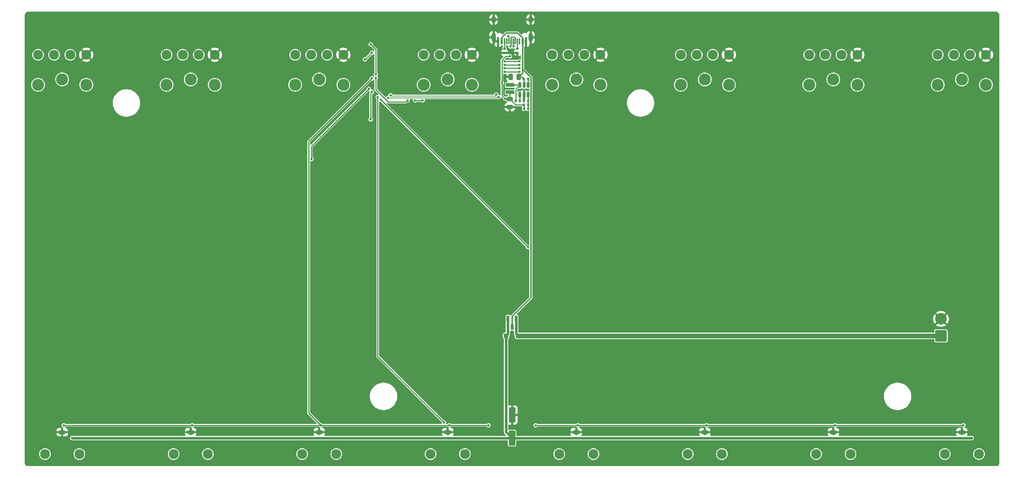
<source format=gtl>
%TF.GenerationSoftware,KiCad,Pcbnew,8.0.3*%
%TF.CreationDate,2024-07-14T23:54:14+02:00*%
%TF.ProjectId,faderboard,66616465-7262-46f6-9172-642e6b696361,rev?*%
%TF.SameCoordinates,Original*%
%TF.FileFunction,Copper,L1,Top*%
%TF.FilePolarity,Positive*%
%FSLAX46Y46*%
G04 Gerber Fmt 4.6, Leading zero omitted, Abs format (unit mm)*
G04 Created by KiCad (PCBNEW 8.0.3) date 2024-07-14 23:54:14*
%MOMM*%
%LPD*%
G01*
G04 APERTURE LIST*
G04 Aperture macros list*
%AMRoundRect*
0 Rectangle with rounded corners*
0 $1 Rounding radius*
0 $2 $3 $4 $5 $6 $7 $8 $9 X,Y pos of 4 corners*
0 Add a 4 corners polygon primitive as box body*
4,1,4,$2,$3,$4,$5,$6,$7,$8,$9,$2,$3,0*
0 Add four circle primitives for the rounded corners*
1,1,$1+$1,$2,$3*
1,1,$1+$1,$4,$5*
1,1,$1+$1,$6,$7*
1,1,$1+$1,$8,$9*
0 Add four rect primitives between the rounded corners*
20,1,$1+$1,$2,$3,$4,$5,0*
20,1,$1+$1,$4,$5,$6,$7,0*
20,1,$1+$1,$6,$7,$8,$9,0*
20,1,$1+$1,$8,$9,$2,$3,0*%
G04 Aperture macros list end*
%TA.AperFunction,SMDPad,CuDef*%
%ADD10RoundRect,0.150000X-0.150000X0.587500X-0.150000X-0.587500X0.150000X-0.587500X0.150000X0.587500X0*%
%TD*%
%TA.AperFunction,SMDPad,CuDef*%
%ADD11RoundRect,0.250000X0.550000X-1.500000X0.550000X1.500000X-0.550000X1.500000X-0.550000X-1.500000X0*%
%TD*%
%TA.AperFunction,ComponentPad*%
%ADD12C,2.300000*%
%TD*%
%TA.AperFunction,ComponentPad*%
%ADD13C,2.800000*%
%TD*%
%TA.AperFunction,SMDPad,CuDef*%
%ADD14RoundRect,0.250000X0.250000X0.475000X-0.250000X0.475000X-0.250000X-0.475000X0.250000X-0.475000X0*%
%TD*%
%TA.AperFunction,SMDPad,CuDef*%
%ADD15R,2.000000X0.850000*%
%TD*%
%TA.AperFunction,SMDPad,CuDef*%
%ADD16RoundRect,0.150000X0.150000X-0.512500X0.150000X0.512500X-0.150000X0.512500X-0.150000X-0.512500X0*%
%TD*%
%TA.AperFunction,SMDPad,CuDef*%
%ADD17RoundRect,0.140000X-0.140000X-0.170000X0.140000X-0.170000X0.140000X0.170000X-0.140000X0.170000X0*%
%TD*%
%TA.AperFunction,SMDPad,CuDef*%
%ADD18RoundRect,0.140000X0.140000X0.170000X-0.140000X0.170000X-0.140000X-0.170000X0.140000X-0.170000X0*%
%TD*%
%TA.AperFunction,SMDPad,CuDef*%
%ADD19RoundRect,0.250000X-0.475000X0.250000X-0.475000X-0.250000X0.475000X-0.250000X0.475000X0.250000X0*%
%TD*%
%TA.AperFunction,SMDPad,CuDef*%
%ADD20RoundRect,0.135000X0.135000X0.185000X-0.135000X0.185000X-0.135000X-0.185000X0.135000X-0.185000X0*%
%TD*%
%TA.AperFunction,SMDPad,CuDef*%
%ADD21RoundRect,0.135000X-0.135000X-0.185000X0.135000X-0.185000X0.135000X0.185000X-0.135000X0.185000X0*%
%TD*%
%TA.AperFunction,SMDPad,CuDef*%
%ADD22RoundRect,0.135000X-0.185000X0.135000X-0.185000X-0.135000X0.185000X-0.135000X0.185000X0.135000X0*%
%TD*%
%TA.AperFunction,SMDPad,CuDef*%
%ADD23R,0.600000X1.450000*%
%TD*%
%TA.AperFunction,SMDPad,CuDef*%
%ADD24R,0.300000X1.450000*%
%TD*%
%TA.AperFunction,ComponentPad*%
%ADD25O,1.000000X2.100000*%
%TD*%
%TA.AperFunction,ComponentPad*%
%ADD26O,1.000000X1.600000*%
%TD*%
%TA.AperFunction,ComponentPad*%
%ADD27RoundRect,0.250001X1.099999X-1.099999X1.099999X1.099999X-1.099999X1.099999X-1.099999X-1.099999X0*%
%TD*%
%TA.AperFunction,ComponentPad*%
%ADD28C,2.700000*%
%TD*%
%TA.AperFunction,SMDPad,CuDef*%
%ADD29RoundRect,0.250000X-0.300000X-0.300000X0.300000X-0.300000X0.300000X0.300000X-0.300000X0.300000X0*%
%TD*%
%TA.AperFunction,ComponentPad*%
%ADD30C,0.600000*%
%TD*%
%TA.AperFunction,SMDPad,CuDef*%
%ADD31R,1.600000X0.900000*%
%TD*%
%TA.AperFunction,ViaPad*%
%ADD32C,0.600000*%
%TD*%
%TA.AperFunction,Conductor*%
%ADD33C,0.600000*%
%TD*%
%TA.AperFunction,Conductor*%
%ADD34C,0.250000*%
%TD*%
%TA.AperFunction,Conductor*%
%ADD35C,0.350000*%
%TD*%
%TA.AperFunction,Conductor*%
%ADD36C,1.100000*%
%TD*%
%TA.AperFunction,Conductor*%
%ADD37C,0.200000*%
%TD*%
G04 APERTURE END LIST*
D10*
%TO.P,Q1,1,G*%
%TO.N,Net-(D1-A)*%
X148450000Y-96622500D03*
%TO.P,Q1,2,S*%
%TO.N,VDC*%
X146550000Y-96622500D03*
%TO.P,Q1,3,D*%
%TO.N,VBUS*%
X147500000Y-98497500D03*
%TD*%
D11*
%TO.P,C1,1*%
%TO.N,VDC*%
X147500000Y-124490000D03*
%TO.P,C1,2*%
%TO.N,GND*%
X147500000Y-119090000D03*
%TD*%
D12*
%TO.P,RV2,1,Pin_1*%
%TO.N,GND*%
X78125000Y-35000000D03*
%TO.P,RV2,2,Pin_2*%
%TO.N,TOUCH2*%
X74375000Y-35000000D03*
%TO.P,RV2,3,Pin_3*%
%TO.N,+3V3*%
X70625000Y-35000000D03*
%TO.P,RV2,4,Pin_4*%
%TO.N,ADC2*%
X66875000Y-35000000D03*
%TO.P,RV2,5,Pin_5*%
%TO.N,/Faders and motor control/A2*%
X76500000Y-128200000D03*
%TO.P,RV2,6,Pin_6*%
%TO.N,/Faders and motor control/B2*%
X68500000Y-128200000D03*
D13*
%TO.P,RV2,MP,MountPin*%
%TO.N,unconnected-(RV2-MountPin-PadMP)*%
X66875000Y-42000000D03*
%TO.N,unconnected-(RV2-MountPin-PadMP)_0*%
X72500000Y-40750000D03*
%TO.N,unconnected-(RV2-MountPin-PadMP)_1*%
X78125000Y-42000000D03*
%TD*%
D14*
%TO.P,C9,1*%
%TO.N,VBUS*%
X149060000Y-40175000D03*
%TO.P,C9,2*%
%TO.N,GND*%
X147160000Y-40175000D03*
%TD*%
D15*
%TO.P,L1,1*%
%TO.N,Net-(U1-LX)*%
X147065000Y-42067500D03*
%TO.P,L1,2*%
%TO.N,+3V3*%
X147065000Y-43717500D03*
%TD*%
D16*
%TO.P,U1,1,BS*%
%TO.N,Net-(U1-BS)*%
X149350000Y-44342500D03*
%TO.P,U1,2,GND*%
%TO.N,GND*%
X150300000Y-44342500D03*
%TO.P,U1,3,FB*%
%TO.N,Net-(U1-FB)*%
X151250000Y-44342500D03*
%TO.P,U1,4,EN*%
%TO.N,Net-(U1-EN)*%
X151250000Y-42067500D03*
%TO.P,U1,5,IN*%
%TO.N,VBUS*%
X150300000Y-42067500D03*
%TO.P,U1,6,LX*%
%TO.N,Net-(U1-LX)*%
X149350000Y-42067500D03*
%TD*%
D12*
%TO.P,RV7,1,Pin_1*%
%TO.N,GND*%
X228125000Y-35000000D03*
%TO.P,RV7,2,Pin_2*%
%TO.N,TOUCH7*%
X224375000Y-35000000D03*
%TO.P,RV7,3,Pin_3*%
%TO.N,+3V3*%
X220625000Y-35000000D03*
%TO.P,RV7,4,Pin_4*%
%TO.N,ADC7*%
X216875000Y-35000000D03*
%TO.P,RV7,5,Pin_5*%
%TO.N,/Faders and motor control/A7*%
X226500000Y-128200000D03*
%TO.P,RV7,6,Pin_6*%
%TO.N,/Faders and motor control/B7*%
X218500000Y-128200000D03*
D13*
%TO.P,RV7,MP,MountPin*%
%TO.N,unconnected-(RV7-MountPin-PadMP)_1*%
X216875000Y-42000000D03*
%TO.N,unconnected-(RV7-MountPin-PadMP)*%
X222500000Y-40750000D03*
%TO.N,unconnected-(RV7-MountPin-PadMP)_0*%
X228125000Y-42000000D03*
%TD*%
D17*
%TO.P,C10,1*%
%TO.N,+3V3*%
X150295000Y-47595000D03*
%TO.P,C10,2*%
%TO.N,Net-(U1-FB)*%
X151255000Y-47595000D03*
%TD*%
D18*
%TO.P,C8,1*%
%TO.N,Net-(U1-BS)*%
X149350000Y-45715000D03*
%TO.P,C8,2*%
%TO.N,Net-(U1-LX)*%
X148390000Y-45715000D03*
%TD*%
D19*
%TO.P,C11,1*%
%TO.N,+3V3*%
X146980000Y-45292500D03*
%TO.P,C11,2*%
%TO.N,GND*%
X146980000Y-47192500D03*
%TD*%
D12*
%TO.P,RV1,1,Pin_1*%
%TO.N,GND*%
X48125000Y-35000000D03*
%TO.P,RV1,2,Pin_2*%
%TO.N,TOUCH1*%
X44375000Y-35000000D03*
%TO.P,RV1,3,Pin_3*%
%TO.N,+3V3*%
X40625000Y-35000000D03*
%TO.P,RV1,4,Pin_4*%
%TO.N,ADC1*%
X36875000Y-35000000D03*
%TO.P,RV1,5,Pin_5*%
%TO.N,/Faders and motor control/A1*%
X46500000Y-128200000D03*
%TO.P,RV1,6,Pin_6*%
%TO.N,/Faders and motor control/B1*%
X38500000Y-128200000D03*
D13*
%TO.P,RV1,MP,MountPin*%
%TO.N,unconnected-(RV1-MountPin-PadMP)*%
X36875000Y-42000000D03*
%TO.N,unconnected-(RV1-MountPin-PadMP)_0*%
X42500000Y-40750000D03*
%TO.N,unconnected-(RV1-MountPin-PadMP)_1*%
X48125000Y-42000000D03*
%TD*%
D12*
%TO.P,RV8,1,Pin_1*%
%TO.N,GND*%
X258125000Y-35000000D03*
%TO.P,RV8,2,Pin_2*%
%TO.N,TOUCH8*%
X254375000Y-35000000D03*
%TO.P,RV8,3,Pin_3*%
%TO.N,+3V3*%
X250625000Y-35000000D03*
%TO.P,RV8,4,Pin_4*%
%TO.N,ADC8*%
X246875000Y-35000000D03*
%TO.P,RV8,5,Pin_5*%
%TO.N,/Faders and motor control/A8*%
X256500000Y-128200000D03*
%TO.P,RV8,6,Pin_6*%
%TO.N,/Faders and motor control/B8*%
X248500000Y-128200000D03*
D13*
%TO.P,RV8,MP,MountPin*%
%TO.N,unconnected-(RV8-MountPin-PadMP)_1*%
X246875000Y-42000000D03*
%TO.N,unconnected-(RV8-MountPin-PadMP)*%
X252500000Y-40750000D03*
%TO.N,unconnected-(RV8-MountPin-PadMP)_0*%
X258125000Y-42000000D03*
%TD*%
D20*
%TO.P,R3,1*%
%TO.N,Net-(U1-FB)*%
X151285000Y-45725000D03*
%TO.P,R3,2*%
%TO.N,GND*%
X150265000Y-45725000D03*
%TD*%
D12*
%TO.P,RV5,1,Pin_1*%
%TO.N,GND*%
X168125000Y-35000000D03*
%TO.P,RV5,2,Pin_2*%
%TO.N,TOUCH5*%
X164375000Y-35000000D03*
%TO.P,RV5,3,Pin_3*%
%TO.N,+3V3*%
X160625000Y-35000000D03*
%TO.P,RV5,4,Pin_4*%
%TO.N,ADC5*%
X156875000Y-35000000D03*
%TO.P,RV5,5,Pin_5*%
%TO.N,/Faders and motor control/A5*%
X166500000Y-128200000D03*
%TO.P,RV5,6,Pin_6*%
%TO.N,/Faders and motor control/B5*%
X158500000Y-128200000D03*
D13*
%TO.P,RV5,MP,MountPin*%
%TO.N,unconnected-(RV5-MountPin-PadMP)_0*%
X156875000Y-42000000D03*
%TO.N,unconnected-(RV5-MountPin-PadMP)_1*%
X162500000Y-40750000D03*
%TO.N,unconnected-(RV5-MountPin-PadMP)*%
X168125000Y-42000000D03*
%TD*%
D21*
%TO.P,R1,1*%
%TO.N,VBUS*%
X150230000Y-40685000D03*
%TO.P,R1,2*%
%TO.N,Net-(U1-EN)*%
X151250000Y-40685000D03*
%TD*%
D22*
%TO.P,R5,1*%
%TO.N,Net-(J1-CC1)*%
X148750000Y-33530000D03*
%TO.P,R5,2*%
%TO.N,GND*%
X148750000Y-34550000D03*
%TD*%
D12*
%TO.P,RV3,1,Pin_1*%
%TO.N,GND*%
X108125000Y-35000000D03*
%TO.P,RV3,2,Pin_2*%
%TO.N,TOUCH3*%
X104375000Y-35000000D03*
%TO.P,RV3,3,Pin_3*%
%TO.N,+3V3*%
X100625000Y-35000000D03*
%TO.P,RV3,4,Pin_4*%
%TO.N,ADC3*%
X96875000Y-35000000D03*
%TO.P,RV3,5,Pin_5*%
%TO.N,/Faders and motor control/A3*%
X106500000Y-128200000D03*
%TO.P,RV3,6,Pin_6*%
%TO.N,/Faders and motor control/B3*%
X98500000Y-128200000D03*
D13*
%TO.P,RV3,MP,MountPin*%
%TO.N,unconnected-(RV3-MountPin-PadMP)_1*%
X96875000Y-42000000D03*
%TO.N,unconnected-(RV3-MountPin-PadMP)_0*%
X102500000Y-40750000D03*
%TO.N,unconnected-(RV3-MountPin-PadMP)*%
X108125000Y-42000000D03*
%TD*%
D23*
%TO.P,J1,A1,GND*%
%TO.N,GND*%
X150750000Y-31885000D03*
%TO.P,J1,A4,VBUS*%
%TO.N,VBUS*%
X149950000Y-31885000D03*
D24*
%TO.P,J1,A5,CC1*%
%TO.N,Net-(J1-CC1)*%
X148750000Y-31885000D03*
%TO.P,J1,A6,D+*%
%TO.N,Net-(J1-D+-PadA6)*%
X147750000Y-31885000D03*
%TO.P,J1,A7,D-*%
%TO.N,Net-(J1-D--PadA7)*%
X147250000Y-31885000D03*
%TO.P,J1,A8,SBU1*%
%TO.N,unconnected-(J1-SBU1-PadA8)*%
X146250000Y-31885000D03*
D23*
%TO.P,J1,A9,VBUS*%
%TO.N,VBUS*%
X145050000Y-31885000D03*
%TO.P,J1,A12,GND*%
%TO.N,GND*%
X144250000Y-31885000D03*
%TO.P,J1,B1,GND*%
X144250000Y-31885000D03*
%TO.P,J1,B4,VBUS*%
%TO.N,VBUS*%
X145050000Y-31885000D03*
D24*
%TO.P,J1,B5,CC2*%
%TO.N,Net-(J1-CC2)*%
X145750000Y-31885000D03*
%TO.P,J1,B6,D+*%
%TO.N,Net-(J1-D+-PadA6)*%
X146750000Y-31885000D03*
%TO.P,J1,B7,D-*%
%TO.N,Net-(J1-D--PadA7)*%
X148250000Y-31885000D03*
%TO.P,J1,B8,SBU2*%
%TO.N,unconnected-(J1-SBU2-PadB8)*%
X149250000Y-31885000D03*
D23*
%TO.P,J1,B9,VBUS*%
%TO.N,VBUS*%
X149950000Y-31885000D03*
%TO.P,J1,B12,GND*%
%TO.N,GND*%
X150750000Y-31885000D03*
D25*
%TO.P,J1,S1,SHIELD*%
X151820000Y-30970000D03*
D26*
X151820000Y-26790000D03*
D25*
X143180000Y-30970000D03*
D26*
X143180000Y-26790000D03*
%TD*%
D27*
%TO.P,J3,1,Pin_1*%
%TO.N,Net-(D1-A)*%
X247625000Y-100630000D03*
D28*
%TO.P,J3,2,Pin_2*%
%TO.N,GND*%
X247625000Y-96670000D03*
%TD*%
D12*
%TO.P,RV4,1,Pin_1*%
%TO.N,GND*%
X138125000Y-35000000D03*
%TO.P,RV4,2,Pin_2*%
%TO.N,TOUCH4*%
X134375000Y-35000000D03*
%TO.P,RV4,3,Pin_3*%
%TO.N,+3V3*%
X130625000Y-35000000D03*
%TO.P,RV4,4,Pin_4*%
%TO.N,ADC4*%
X126875000Y-35000000D03*
%TO.P,RV4,5,Pin_5*%
%TO.N,/Faders and motor control/A4*%
X136500000Y-128200000D03*
%TO.P,RV4,6,Pin_6*%
%TO.N,/Faders and motor control/B4*%
X128500000Y-128200000D03*
D13*
%TO.P,RV4,MP,MountPin*%
%TO.N,unconnected-(RV4-MountPin-PadMP)_1*%
X126875000Y-42000000D03*
%TO.N,unconnected-(RV4-MountPin-PadMP)*%
X132500000Y-40750000D03*
%TO.N,unconnected-(RV4-MountPin-PadMP)_0*%
X138125000Y-42000000D03*
%TD*%
D21*
%TO.P,R2,1*%
%TO.N,+3V3*%
X150265000Y-46665000D03*
%TO.P,R2,2*%
%TO.N,Net-(U1-FB)*%
X151285000Y-46665000D03*
%TD*%
D29*
%TO.P,D1,1,K*%
%TO.N,VDC*%
X146100000Y-100630000D03*
%TO.P,D1,2,A*%
%TO.N,Net-(D1-A)*%
X148900000Y-100630000D03*
%TD*%
D22*
%TO.P,R4,1*%
%TO.N,Net-(J1-CC2)*%
X145750000Y-33530000D03*
%TO.P,R4,2*%
%TO.N,GND*%
X145750000Y-34550000D03*
%TD*%
D12*
%TO.P,RV6,1,Pin_1*%
%TO.N,GND*%
X198125000Y-35000000D03*
%TO.P,RV6,2,Pin_2*%
%TO.N,TOUCH6*%
X194375000Y-35000000D03*
%TO.P,RV6,3,Pin_3*%
%TO.N,+3V3*%
X190625000Y-35000000D03*
%TO.P,RV6,4,Pin_4*%
%TO.N,ADC6*%
X186875000Y-35000000D03*
%TO.P,RV6,5,Pin_5*%
%TO.N,/Faders and motor control/A6*%
X196500000Y-128200000D03*
%TO.P,RV6,6,Pin_6*%
%TO.N,/Faders and motor control/B6*%
X188500000Y-128200000D03*
D13*
%TO.P,RV6,MP,MountPin*%
%TO.N,unconnected-(RV6-MountPin-PadMP)_0*%
X186875000Y-42000000D03*
%TO.N,unconnected-(RV6-MountPin-PadMP)_1*%
X192500000Y-40750000D03*
%TO.N,unconnected-(RV6-MountPin-PadMP)*%
X198125000Y-42000000D03*
%TD*%
D30*
%TO.P,U11,9,GND*%
%TO.N,GND*%
X252000000Y-123100000D03*
D31*
X252500000Y-123100000D03*
D30*
X253000000Y-123100000D03*
%TD*%
%TO.P,U6,9,GND*%
%TO.N,GND*%
X102000000Y-123100000D03*
D31*
X102500000Y-123100000D03*
D30*
X103000000Y-123100000D03*
%TD*%
%TO.P,U7,9,GND*%
%TO.N,GND*%
X132000000Y-123100000D03*
D31*
X132500000Y-123100000D03*
D30*
X133000000Y-123100000D03*
%TD*%
%TO.P,U5,9,GND*%
%TO.N,GND*%
X72000000Y-123100000D03*
D31*
X72500000Y-123100000D03*
D30*
X73000000Y-123100000D03*
%TD*%
%TO.P,U10,9,GND*%
%TO.N,GND*%
X222000000Y-123100000D03*
D31*
X222500000Y-123100000D03*
D30*
X223000000Y-123100000D03*
%TD*%
%TO.P,U4,9,GND*%
%TO.N,GND*%
X42000000Y-123100000D03*
D31*
X42500000Y-123100000D03*
D30*
X43000000Y-123100000D03*
%TD*%
%TO.P,U8,9,GND*%
%TO.N,GND*%
X162000000Y-123100000D03*
D31*
X162500000Y-123100000D03*
D30*
X163000000Y-123100000D03*
%TD*%
%TO.P,U9,9,GND*%
%TO.N,GND*%
X192000000Y-123100000D03*
D31*
X192500000Y-123100000D03*
D30*
X193000000Y-123100000D03*
%TD*%
D32*
%TO.N,VDC*%
X134820000Y-124490000D03*
X224820000Y-124490000D03*
X44820000Y-124490000D03*
X104820000Y-124490000D03*
X164820000Y-124490000D03*
X194820000Y-124490000D03*
X74820000Y-124490000D03*
X254820000Y-124490000D03*
%TO.N,GND*%
X152605000Y-48405000D03*
X109558058Y-44858058D03*
X145300000Y-119090000D03*
X124500000Y-39575000D03*
X117500000Y-28125000D03*
X151255000Y-48405000D03*
X152605000Y-43700000D03*
X150300000Y-43380000D03*
X144300000Y-39900000D03*
X115520000Y-50110000D03*
X145425000Y-62750000D03*
X145900000Y-39900000D03*
X120494866Y-48205134D03*
X148600000Y-119090000D03*
X116778801Y-50110000D03*
X148000000Y-35370000D03*
X143475000Y-60790000D03*
%TO.N,+3V3*%
X147000000Y-35370000D03*
X145125000Y-41500000D03*
X114786486Y-34513514D03*
X145955000Y-45292500D03*
X113174551Y-36090634D03*
%TO.N,/NRST*%
X114500000Y-32550000D03*
X115700000Y-39600000D03*
%TO.N,/BOOT0*%
X114770111Y-43669229D03*
X114500000Y-50110000D03*
%TO.N,Net-(J1-D+-PadA6)*%
X147900000Y-33070000D03*
X146600000Y-30660000D03*
%TO.N,Net-(J1-D--PadA7)*%
X147100000Y-33070000D03*
%TO.N,TOUCH5*%
X145750000Y-36550000D03*
X149250000Y-36550000D03*
%TO.N,TOUCH6*%
X149250000Y-37350000D03*
X145750000Y-37350000D03*
%TO.N,TOUCH7*%
X149250000Y-38150000D03*
X145750000Y-38150000D03*
%TO.N,TOUCH8*%
X149250000Y-38950000D03*
X145750000Y-38950000D03*
%TO.N,PWM5*%
X116859860Y-45519765D03*
X151255000Y-79914905D03*
%TO.N,DIR6*%
X115700000Y-40400003D03*
X123110183Y-45665640D03*
%TO.N,PWM8*%
X126645717Y-45665639D03*
X124877950Y-45665639D03*
%TO.N,NSLEEP*%
X222875000Y-121500000D03*
X252875000Y-121500000D03*
X72875000Y-121500000D03*
X153000000Y-121500000D03*
X102875000Y-121500000D03*
X132875000Y-121500000D03*
X42875000Y-121500000D03*
X192875000Y-121500000D03*
X142000000Y-121500000D03*
X162875000Y-121500000D03*
X114781281Y-40518719D03*
%TO.N,PWM4*%
X131625000Y-120875000D03*
X116153801Y-44871828D03*
%TO.N,PWM2*%
X114063004Y-42962123D03*
X100675001Y-59355329D03*
%TO.N,/USB_D+*%
X118550385Y-45065640D03*
X144391026Y-44871685D03*
%TO.N,/USB_D-*%
X143789984Y-44270643D03*
X119151427Y-44464598D03*
%TD*%
D33*
%TO.N,VDC*%
X254820000Y-124490000D02*
X147500000Y-124490000D01*
X146550000Y-100180000D02*
X146100000Y-100630000D01*
X44820000Y-124490000D02*
X147500000Y-124490000D01*
X146100000Y-100630000D02*
X146100000Y-123090000D01*
X146550000Y-96622500D02*
X146550000Y-100180000D01*
X146100000Y-123090000D02*
X147500000Y-124490000D01*
D34*
%TO.N,GND*%
X146885000Y-39900000D02*
X147160000Y-40175000D01*
X145900000Y-39900000D02*
X146885000Y-39900000D01*
X150300000Y-45690000D02*
X150265000Y-45725000D01*
X150300000Y-44342500D02*
X150300000Y-43380000D01*
X147500000Y-119090000D02*
X148600000Y-119090000D01*
X150300000Y-44342500D02*
X150300000Y-45690000D01*
%TO.N,+3V3*%
X146980000Y-45292500D02*
X146980000Y-43802500D01*
X145125000Y-44462500D02*
X145955000Y-45292500D01*
X150265000Y-46665000D02*
X148352500Y-46665000D01*
X147000000Y-35370000D02*
X146046116Y-35370000D01*
X145955000Y-45292500D02*
X146980000Y-45292500D01*
X150295000Y-47595000D02*
X150295000Y-46695000D01*
X145125000Y-41500000D02*
X145125000Y-44462500D01*
X113209366Y-36090634D02*
X114786486Y-34513514D01*
X146980000Y-43802500D02*
X147065000Y-43717500D01*
X113174551Y-36090634D02*
X113209366Y-36090634D01*
X145125000Y-36291116D02*
X145125000Y-41500000D01*
X148352500Y-46665000D02*
X146980000Y-45292500D01*
X146046116Y-35370000D02*
X145125000Y-36291116D01*
X150295000Y-46695000D02*
X150265000Y-46665000D01*
%TO.N,Net-(U1-LX)*%
X148390000Y-43027500D02*
X149350000Y-42067500D01*
X147065000Y-42067500D02*
X149350000Y-42067500D01*
X148390000Y-45715000D02*
X148390000Y-43027500D01*
%TO.N,/NRST*%
X114500000Y-32550000D02*
X115700000Y-33750000D01*
X115700000Y-33750000D02*
X115700000Y-39600000D01*
%TO.N,/BOOT0*%
X114500000Y-43939340D02*
X114770111Y-43669229D01*
X114500000Y-50110000D02*
X114500000Y-43939340D01*
%TO.N,Net-(U1-BS)*%
X149350000Y-45715000D02*
X149350000Y-44342500D01*
%TO.N,VBUS*%
X149720000Y-40175000D02*
X150230000Y-40685000D01*
D35*
X151930000Y-40320010D02*
X151930000Y-91658382D01*
D34*
X149060000Y-40175000D02*
X149720000Y-40175000D01*
D35*
X148824340Y-29935000D02*
X149950000Y-31060660D01*
X151930000Y-91658382D02*
X147500000Y-96088382D01*
D34*
X150300000Y-40755000D02*
X150230000Y-40685000D01*
D35*
X146175660Y-29935000D02*
X148824340Y-29935000D01*
X149950000Y-31060660D02*
X149950000Y-31885000D01*
X145050000Y-31060660D02*
X146175660Y-29935000D01*
X149950000Y-38340010D02*
X149950000Y-31885000D01*
X149950000Y-39285000D02*
X149060000Y-40175000D01*
X145050000Y-31885000D02*
X145050000Y-31060660D01*
X149950000Y-39285000D02*
X149950000Y-38340010D01*
D34*
X150300000Y-42067500D02*
X150300000Y-40755000D01*
D35*
X151930000Y-40320010D02*
X149950000Y-38340010D01*
X147500000Y-96088382D02*
X147500000Y-98497500D01*
D34*
%TO.N,Net-(U1-FB)*%
X151255000Y-47595000D02*
X151255000Y-46695000D01*
X151285000Y-46665000D02*
X151285000Y-45725000D01*
X151250000Y-45690000D02*
X151285000Y-45725000D01*
X151250000Y-44342500D02*
X151250000Y-45690000D01*
X151255000Y-46695000D02*
X151285000Y-46665000D01*
D36*
%TO.N,Net-(D1-A)*%
X148900000Y-100630000D02*
X247625000Y-100630000D01*
D33*
X148450000Y-100180000D02*
X148900000Y-100630000D01*
X148450000Y-96622500D02*
X148450000Y-100180000D01*
D34*
%TO.N,Net-(J1-D+-PadA6)*%
X146750000Y-30810000D02*
X146600000Y-30660000D01*
X146750000Y-31885000D02*
X146750000Y-30810000D01*
X147750000Y-31885000D02*
X147750000Y-32920000D01*
X147750000Y-32920000D02*
X147900000Y-33070000D01*
%TO.N,Net-(J1-CC1)*%
X148750000Y-31885000D02*
X148750000Y-33530000D01*
%TO.N,Net-(J1-D--PadA7)*%
X148225000Y-30835000D02*
X148250000Y-30860000D01*
X147250000Y-30860000D02*
X147275000Y-30835000D01*
X147250000Y-31885000D02*
X147250000Y-32920000D01*
X147250000Y-31885000D02*
X147250000Y-30860000D01*
X147250000Y-32920000D02*
X147100000Y-33070000D01*
X148250000Y-30860000D02*
X148250000Y-31885000D01*
X147275000Y-30835000D02*
X148225000Y-30835000D01*
%TO.N,Net-(J1-CC2)*%
X145750000Y-31885000D02*
X145750000Y-33530000D01*
%TO.N,Net-(U1-EN)*%
X151250000Y-42067500D02*
X151250000Y-40685000D01*
%TO.N,TOUCH5*%
X145750000Y-36550000D02*
X149250000Y-36550000D01*
%TO.N,TOUCH6*%
X145750000Y-37350000D02*
X149250000Y-37350000D01*
%TO.N,TOUCH7*%
X145750000Y-38150000D02*
X149250000Y-38150000D01*
%TO.N,TOUCH8*%
X145750000Y-38950000D02*
X149250000Y-38950000D01*
%TO.N,PWM5*%
X116859860Y-45519765D02*
X151255000Y-79914905D01*
%TO.N,DIR6*%
X118600861Y-46000000D02*
X122775823Y-46000000D01*
X115700000Y-40400003D02*
X115700000Y-43099139D01*
X115700000Y-43099139D02*
X118600861Y-46000000D01*
X122775823Y-46000000D02*
X123110183Y-45665640D01*
%TO.N,PWM8*%
X124877950Y-45665639D02*
X126645717Y-45665639D01*
%TO.N,NSLEEP*%
X132875000Y-121500000D02*
X142000000Y-121500000D01*
X114781281Y-40518719D02*
X100050001Y-55249999D01*
X102875000Y-121500000D02*
X72875000Y-121500000D01*
X192875000Y-121500000D02*
X162875000Y-121500000D01*
X252875000Y-121500000D02*
X222875000Y-121500000D01*
X72875000Y-121500000D02*
X42875000Y-121500000D01*
X132875000Y-121500000D02*
X102875000Y-121500000D01*
X100050001Y-55249999D02*
X100050001Y-118675001D01*
X100050001Y-118675001D02*
X102875000Y-121500000D01*
X222875000Y-121500000D02*
X192875000Y-121500000D01*
X162875000Y-121500000D02*
X153000000Y-121500000D01*
%TO.N,PWM4*%
X116153801Y-105403801D02*
X131625000Y-120875000D01*
X116153801Y-44871828D02*
X116153801Y-105403801D01*
%TO.N,PWM2*%
X100675001Y-56350126D02*
X100675001Y-59355329D01*
X114063004Y-42962123D02*
X100675001Y-56350126D01*
D37*
%TO.N,/USB_D+*%
X144108183Y-44871685D02*
X144391026Y-44871685D01*
X143914228Y-45065640D02*
X144108183Y-44871685D01*
X118550385Y-45065640D02*
X143914228Y-45065640D01*
%TO.N,/USB_D-*%
X119302468Y-44615639D02*
X143727831Y-44615639D01*
X119151427Y-44464598D02*
X119302468Y-44615639D01*
X143789984Y-44553486D02*
X143789984Y-44270643D01*
X143727831Y-44615639D02*
X143789984Y-44553486D01*
%TD*%
%TA.AperFunction,Conductor*%
%TO.N,GND*%
G36*
X115344213Y-40849646D02*
G01*
X115373238Y-40913202D01*
X115374500Y-40930849D01*
X115374500Y-43056286D01*
X115374500Y-43141992D01*
X115381664Y-43168729D01*
X115396682Y-43224779D01*
X115398956Y-43228717D01*
X115439535Y-43299001D01*
X115439537Y-43299003D01*
X116300181Y-44159647D01*
X116333666Y-44220970D01*
X116328682Y-44290662D01*
X116286810Y-44346595D01*
X116221346Y-44371012D01*
X116212500Y-44371328D01*
X116081837Y-44371328D01*
X115943750Y-44411873D01*
X115822674Y-44489684D01*
X115728424Y-44598454D01*
X115728423Y-44598456D01*
X115668635Y-44729371D01*
X115648154Y-44871828D01*
X115668635Y-45014284D01*
X115724963Y-45137622D01*
X115728424Y-45145201D01*
X115798014Y-45225513D01*
X115827039Y-45289068D01*
X115828301Y-45306715D01*
X115828301Y-105446653D01*
X115850483Y-105529441D01*
X115871909Y-105566551D01*
X115893336Y-105603663D01*
X115893338Y-105603665D01*
X131083034Y-120793361D01*
X131116519Y-120854684D01*
X131117764Y-120866268D01*
X131118091Y-120866222D01*
X131141097Y-121026235D01*
X131139279Y-121026496D01*
X131139278Y-121085438D01*
X131101502Y-121144215D01*
X131037945Y-121173238D01*
X131020302Y-121174500D01*
X103311838Y-121174500D01*
X103244799Y-121154815D01*
X103218127Y-121131704D01*
X103206128Y-121117857D01*
X103085053Y-121040047D01*
X103085051Y-121040046D01*
X103085049Y-121040045D01*
X103085050Y-121040045D01*
X102946963Y-120999500D01*
X102946961Y-120999500D01*
X102886189Y-120999500D01*
X102819150Y-120979815D01*
X102798508Y-120963181D01*
X100411820Y-118576493D01*
X100378335Y-118515170D01*
X100375501Y-118488812D01*
X100375501Y-114570259D01*
X114299500Y-114570259D01*
X114299500Y-114929740D01*
X114339746Y-115286935D01*
X114339748Y-115286951D01*
X114419737Y-115637407D01*
X114419741Y-115637419D01*
X114538465Y-115976711D01*
X114694432Y-116300579D01*
X114694434Y-116300582D01*
X114885685Y-116604956D01*
X114996559Y-116743988D01*
X115081494Y-116850494D01*
X115109812Y-116886003D01*
X115363997Y-117140188D01*
X115645044Y-117364315D01*
X115949418Y-117555566D01*
X116273292Y-117711536D01*
X116528119Y-117800703D01*
X116612580Y-117830258D01*
X116612592Y-117830262D01*
X116963052Y-117910252D01*
X117320260Y-117950499D01*
X117320261Y-117950500D01*
X117320264Y-117950500D01*
X117679739Y-117950500D01*
X117679739Y-117950499D01*
X118036948Y-117910252D01*
X118387408Y-117830262D01*
X118726708Y-117711536D01*
X119050582Y-117555566D01*
X119354956Y-117364315D01*
X119636003Y-117140188D01*
X119890188Y-116886003D01*
X120114315Y-116604956D01*
X120305566Y-116300582D01*
X120461536Y-115976708D01*
X120580262Y-115637408D01*
X120660252Y-115286948D01*
X120700500Y-114929736D01*
X120700500Y-114570264D01*
X120660252Y-114213052D01*
X120580262Y-113862592D01*
X120461536Y-113523292D01*
X120305566Y-113199418D01*
X120114315Y-112895044D01*
X119890188Y-112613997D01*
X119636003Y-112359812D01*
X119354956Y-112135685D01*
X119050582Y-111944434D01*
X119050579Y-111944432D01*
X118726711Y-111788465D01*
X118387419Y-111669741D01*
X118387407Y-111669737D01*
X118036951Y-111589748D01*
X118036935Y-111589746D01*
X117679740Y-111549500D01*
X117679736Y-111549500D01*
X117320264Y-111549500D01*
X117320259Y-111549500D01*
X116963064Y-111589746D01*
X116963048Y-111589748D01*
X116612592Y-111669737D01*
X116612580Y-111669741D01*
X116273288Y-111788465D01*
X115949420Y-111944432D01*
X115645045Y-112135684D01*
X115363997Y-112359811D01*
X115109811Y-112613997D01*
X114885684Y-112895045D01*
X114694432Y-113199420D01*
X114538465Y-113523288D01*
X114419741Y-113862580D01*
X114419737Y-113862592D01*
X114339748Y-114213048D01*
X114339746Y-114213064D01*
X114299500Y-114570259D01*
X100375501Y-114570259D01*
X100375501Y-59954662D01*
X100395186Y-59887623D01*
X100447990Y-59841868D01*
X100517148Y-59831924D01*
X100534432Y-59835684D01*
X100555493Y-59841868D01*
X100603039Y-59855829D01*
X100603040Y-59855829D01*
X100746963Y-59855829D01*
X100746963Y-59855828D01*
X100885054Y-59815282D01*
X101006129Y-59737472D01*
X101100378Y-59628702D01*
X101160166Y-59497786D01*
X101180648Y-59355329D01*
X101160166Y-59212872D01*
X101100378Y-59081956D01*
X101100376Y-59081954D01*
X101100375Y-59081951D01*
X101030788Y-59001643D01*
X101001763Y-58938087D01*
X101000501Y-58920441D01*
X101000501Y-56536315D01*
X101020186Y-56469276D01*
X101036820Y-56448634D01*
X113986512Y-43498942D01*
X114047835Y-43465457D01*
X114074193Y-43462623D01*
X114143834Y-43462623D01*
X114143834Y-43464299D01*
X114202724Y-43472764D01*
X114255530Y-43518517D01*
X114275218Y-43585555D01*
X114273956Y-43603207D01*
X114263202Y-43678006D01*
X114260719Y-43677649D01*
X114244779Y-43731936D01*
X114239802Y-43739013D01*
X114196681Y-43813701D01*
X114196682Y-43813702D01*
X114174500Y-43896487D01*
X114174500Y-49675112D01*
X114154815Y-49742151D01*
X114144213Y-49756314D01*
X114074625Y-49836622D01*
X114074622Y-49836628D01*
X114014834Y-49967543D01*
X113994353Y-50110000D01*
X114014834Y-50252456D01*
X114074622Y-50383371D01*
X114074623Y-50383373D01*
X114168872Y-50492143D01*
X114289947Y-50569953D01*
X114289950Y-50569954D01*
X114289949Y-50569954D01*
X114428036Y-50610499D01*
X114428038Y-50610500D01*
X114428039Y-50610500D01*
X114571962Y-50610500D01*
X114571962Y-50610499D01*
X114710053Y-50569953D01*
X114831128Y-50492143D01*
X114925377Y-50383373D01*
X114985165Y-50252457D01*
X115005647Y-50110000D01*
X114985165Y-49967543D01*
X114925377Y-49836627D01*
X114925375Y-49836625D01*
X114925374Y-49836622D01*
X114855787Y-49756314D01*
X114826762Y-49692758D01*
X114825500Y-49675112D01*
X114825500Y-44267420D01*
X114845185Y-44200381D01*
X114897989Y-44154626D01*
X114914557Y-44148445D01*
X114980164Y-44129182D01*
X115101239Y-44051372D01*
X115195488Y-43942602D01*
X115255276Y-43811686D01*
X115275758Y-43669229D01*
X115255276Y-43526772D01*
X115195488Y-43395856D01*
X115101239Y-43287086D01*
X114980164Y-43209276D01*
X114980162Y-43209275D01*
X114980160Y-43209274D01*
X114980161Y-43209274D01*
X114842074Y-43168729D01*
X114842072Y-43168729D01*
X114698150Y-43168729D01*
X114689281Y-43168729D01*
X114689281Y-43167055D01*
X114630373Y-43158579D01*
X114577573Y-43112818D01*
X114557896Y-43045777D01*
X114559157Y-43028155D01*
X114568651Y-42962123D01*
X114548169Y-42819666D01*
X114488381Y-42688750D01*
X114394132Y-42579980D01*
X114273057Y-42502170D01*
X114273055Y-42502169D01*
X114273053Y-42502168D01*
X114273054Y-42502168D01*
X114134967Y-42461623D01*
X114134965Y-42461623D01*
X113991043Y-42461623D01*
X113991040Y-42461623D01*
X113852953Y-42502168D01*
X113731877Y-42579979D01*
X113637627Y-42688749D01*
X113637626Y-42688751D01*
X113577838Y-42819666D01*
X113556095Y-42970901D01*
X113553130Y-42970474D01*
X113537672Y-43023119D01*
X113521038Y-43043761D01*
X100587182Y-55977617D01*
X100525859Y-56011102D01*
X100456167Y-56006118D01*
X100400234Y-55964246D01*
X100375817Y-55898782D01*
X100375501Y-55889936D01*
X100375501Y-55436188D01*
X100395186Y-55369149D01*
X100411820Y-55348507D01*
X114704789Y-41055538D01*
X114766112Y-41022053D01*
X114792470Y-41019219D01*
X114853243Y-41019219D01*
X114853243Y-41019218D01*
X114991334Y-40978672D01*
X115112409Y-40900862D01*
X115156788Y-40849645D01*
X115215565Y-40811872D01*
X115285435Y-40811872D01*
X115344213Y-40849646D01*
G37*
%TD.AperFunction*%
%TA.AperFunction,Conductor*%
G36*
X145094110Y-44891937D02*
G01*
X145413034Y-45210861D01*
X145446519Y-45272184D01*
X145447764Y-45283768D01*
X145448091Y-45283722D01*
X145469834Y-45434956D01*
X145512636Y-45528677D01*
X145529623Y-45565873D01*
X145623872Y-45674643D01*
X145744947Y-45752453D01*
X145744950Y-45752454D01*
X145744949Y-45752454D01*
X145852107Y-45783917D01*
X145881588Y-45792574D01*
X145883036Y-45792999D01*
X145883038Y-45793000D01*
X145883039Y-45793000D01*
X146026961Y-45793000D01*
X146028408Y-45792574D01*
X146029918Y-45792574D01*
X146035740Y-45791738D01*
X146035860Y-45792574D01*
X146098277Y-45792571D01*
X146157057Y-45830342D01*
X146163119Y-45837916D01*
X146182850Y-45864650D01*
X146292118Y-45945293D01*
X146356033Y-45967658D01*
X146412807Y-46008378D01*
X146438555Y-46073330D01*
X146425099Y-46141892D01*
X146376712Y-46192295D01*
X146354082Y-46202404D01*
X146185878Y-46258142D01*
X146185875Y-46258143D01*
X146036654Y-46350184D01*
X145912684Y-46474154D01*
X145820643Y-46623375D01*
X145820641Y-46623380D01*
X145765494Y-46789802D01*
X145765493Y-46789809D01*
X145755000Y-46892513D01*
X145755000Y-46942500D01*
X148148917Y-46942500D01*
X148210915Y-46959111D01*
X148226861Y-46968318D01*
X148309647Y-46990500D01*
X148395353Y-46990500D01*
X149747941Y-46990500D01*
X149814980Y-47010185D01*
X149849516Y-47043377D01*
X149850936Y-47045405D01*
X149864314Y-47058783D01*
X149897799Y-47120106D01*
X149892815Y-47189798D01*
X149875837Y-47216284D01*
X149877998Y-47217798D01*
X149871777Y-47226682D01*
X149821027Y-47335514D01*
X149814500Y-47385098D01*
X149814500Y-47804894D01*
X149814501Y-47804900D01*
X149821028Y-47854487D01*
X149871776Y-47963316D01*
X149956684Y-48048224D01*
X150065513Y-48098972D01*
X150115099Y-48105500D01*
X150474900Y-48105499D01*
X150524487Y-48098972D01*
X150633316Y-48048224D01*
X150687319Y-47994221D01*
X150748642Y-47960736D01*
X150818334Y-47965720D01*
X150862681Y-47994221D01*
X150916684Y-48048224D01*
X151025513Y-48098972D01*
X151075099Y-48105500D01*
X151430500Y-48105499D01*
X151497539Y-48125183D01*
X151543294Y-48177987D01*
X151554500Y-48229499D01*
X151554500Y-79315571D01*
X151534815Y-79382610D01*
X151482011Y-79428365D01*
X151412853Y-79438309D01*
X151395566Y-79434548D01*
X151326964Y-79414405D01*
X151326961Y-79414405D01*
X151266189Y-79414405D01*
X151199150Y-79394720D01*
X151178508Y-79378086D01*
X119292908Y-47492486D01*
X145755001Y-47492486D01*
X145765494Y-47595197D01*
X145820641Y-47761619D01*
X145820643Y-47761624D01*
X145912684Y-47910845D01*
X146036654Y-48034815D01*
X146185875Y-48126856D01*
X146185880Y-48126858D01*
X146352302Y-48182005D01*
X146352309Y-48182006D01*
X146455019Y-48192499D01*
X146729999Y-48192499D01*
X147230000Y-48192499D01*
X147504972Y-48192499D01*
X147504986Y-48192498D01*
X147607697Y-48182005D01*
X147774119Y-48126858D01*
X147774124Y-48126856D01*
X147923345Y-48034815D01*
X148047315Y-47910845D01*
X148139356Y-47761624D01*
X148139358Y-47761619D01*
X148194505Y-47595197D01*
X148194506Y-47595190D01*
X148204999Y-47492486D01*
X148205000Y-47492473D01*
X148205000Y-47442500D01*
X147230000Y-47442500D01*
X147230000Y-48192499D01*
X146729999Y-48192499D01*
X146730000Y-48192498D01*
X146730000Y-47442500D01*
X145755001Y-47442500D01*
X145755001Y-47492486D01*
X119292908Y-47492486D01*
X118262289Y-46461867D01*
X118228804Y-46400544D01*
X118233788Y-46330852D01*
X118275660Y-46274919D01*
X118341124Y-46250502D01*
X118409397Y-46265354D01*
X118411971Y-46266800D01*
X118475216Y-46303315D01*
X118475218Y-46303316D01*
X118475219Y-46303316D01*
X118475222Y-46303318D01*
X118558008Y-46325500D01*
X118558010Y-46325500D01*
X122818674Y-46325500D01*
X122818676Y-46325500D01*
X122901462Y-46303318D01*
X122975685Y-46260465D01*
X123033691Y-46202459D01*
X123095014Y-46168974D01*
X123121372Y-46166140D01*
X123182145Y-46166140D01*
X123182145Y-46166139D01*
X123320236Y-46125593D01*
X123441311Y-46047783D01*
X123535560Y-45939013D01*
X123595348Y-45808097D01*
X123615830Y-45665640D01*
X123595348Y-45523183D01*
X123595348Y-45523182D01*
X123594086Y-45514405D01*
X123595903Y-45514143D01*
X123595905Y-45455202D01*
X123633681Y-45396425D01*
X123697238Y-45367402D01*
X123714881Y-45366140D01*
X124273252Y-45366140D01*
X124340291Y-45385825D01*
X124386046Y-45438629D01*
X124395990Y-45507787D01*
X124393065Y-45521230D01*
X124372303Y-45665639D01*
X124392784Y-45808095D01*
X124435628Y-45901908D01*
X124452573Y-45939012D01*
X124546822Y-46047782D01*
X124667897Y-46125592D01*
X124667900Y-46125593D01*
X124667899Y-46125593D01*
X124805986Y-46166138D01*
X124805988Y-46166139D01*
X124805989Y-46166139D01*
X124949912Y-46166139D01*
X124949912Y-46166138D01*
X125057071Y-46134674D01*
X125088000Y-46125593D01*
X125088000Y-46125592D01*
X125088003Y-46125592D01*
X125209078Y-46047782D01*
X125221076Y-46033935D01*
X125279853Y-45996162D01*
X125314788Y-45991139D01*
X126208879Y-45991139D01*
X126275918Y-46010824D01*
X126302589Y-46033934D01*
X126314589Y-46047782D01*
X126435664Y-46125592D01*
X126435667Y-46125593D01*
X126435666Y-46125593D01*
X126573753Y-46166138D01*
X126573755Y-46166139D01*
X126573756Y-46166139D01*
X126717679Y-46166139D01*
X126717679Y-46166138D01*
X126824838Y-46134674D01*
X126855767Y-46125593D01*
X126855767Y-46125592D01*
X126855770Y-46125592D01*
X126976845Y-46047782D01*
X127071094Y-45939012D01*
X127130882Y-45808096D01*
X127151364Y-45665639D01*
X127130882Y-45523182D01*
X127129620Y-45514404D01*
X127131438Y-45514142D01*
X127131438Y-45455206D01*
X127169211Y-45396428D01*
X127232767Y-45367402D01*
X127250415Y-45366140D01*
X143953788Y-45366140D01*
X143953790Y-45366140D01*
X144030217Y-45345661D01*
X144055669Y-45330966D01*
X144123566Y-45314493D01*
X144171990Y-45329971D01*
X144172911Y-45327956D01*
X144180971Y-45331636D01*
X144180973Y-45331638D01*
X144180975Y-45331638D01*
X144180976Y-45331639D01*
X144250019Y-45351911D01*
X144315584Y-45371163D01*
X144319062Y-45372184D01*
X144319064Y-45372185D01*
X144319065Y-45372185D01*
X144462988Y-45372185D01*
X144462988Y-45372184D01*
X144601079Y-45331638D01*
X144722154Y-45253828D01*
X144816403Y-45145058D01*
X144876191Y-45014142D01*
X144883692Y-44961970D01*
X144912715Y-44898417D01*
X144971492Y-44860642D01*
X145041362Y-44860640D01*
X145094110Y-44891937D01*
G37*
%TD.AperFunction*%
%TA.AperFunction,Conductor*%
G36*
X150818334Y-42809862D02*
G01*
X150862681Y-42838363D01*
X150893514Y-42869196D01*
X150893515Y-42869196D01*
X150893517Y-42869198D01*
X150998607Y-42920573D01*
X151032673Y-42925536D01*
X151066739Y-42930500D01*
X151430500Y-42930500D01*
X151497539Y-42950185D01*
X151543294Y-43002989D01*
X151554500Y-43054500D01*
X151554500Y-43355500D01*
X151534815Y-43422539D01*
X151482011Y-43468294D01*
X151430500Y-43479500D01*
X151068033Y-43479500D01*
X151000994Y-43459815D01*
X150970051Y-43431497D01*
X150967679Y-43428439D01*
X150851561Y-43312321D01*
X150851552Y-43312314D01*
X150710196Y-43228717D01*
X150710193Y-43228716D01*
X150552494Y-43182900D01*
X150552497Y-43182900D01*
X150550000Y-43182703D01*
X150550000Y-45461638D01*
X150530315Y-45528677D01*
X150515000Y-45547682D01*
X150515000Y-45851000D01*
X150495315Y-45918039D01*
X150442511Y-45963794D01*
X150391000Y-45975000D01*
X150139000Y-45975000D01*
X150071961Y-45955315D01*
X150026206Y-45902511D01*
X150015000Y-45851000D01*
X150015000Y-44948362D01*
X150034685Y-44881323D01*
X150050000Y-44862317D01*
X150050000Y-43182703D01*
X150047503Y-43182900D01*
X149889806Y-43228716D01*
X149889803Y-43228717D01*
X149748447Y-43312314D01*
X149748442Y-43312318D01*
X149632316Y-43428445D01*
X149629944Y-43431504D01*
X149627475Y-43433286D01*
X149626802Y-43433960D01*
X149626693Y-43433851D01*
X149573300Y-43472409D01*
X149531967Y-43479500D01*
X149166739Y-43479500D01*
X149098608Y-43489426D01*
X148993514Y-43540803D01*
X148927181Y-43607137D01*
X148865858Y-43640622D01*
X148796166Y-43635638D01*
X148740233Y-43593766D01*
X148715816Y-43528302D01*
X148715500Y-43519456D01*
X148715500Y-43213688D01*
X148735185Y-43146649D01*
X148751815Y-43126011D01*
X148941065Y-42936760D01*
X149002386Y-42903277D01*
X149072077Y-42908261D01*
X149083202Y-42913041D01*
X149098607Y-42920573D01*
X149166740Y-42930500D01*
X149166745Y-42930500D01*
X149533261Y-42930500D01*
X149555971Y-42927191D01*
X149601393Y-42920573D01*
X149706483Y-42869198D01*
X149706485Y-42869196D01*
X149737319Y-42838363D01*
X149798642Y-42804878D01*
X149868334Y-42809862D01*
X149912681Y-42838363D01*
X149943514Y-42869196D01*
X149943515Y-42869196D01*
X149943517Y-42869198D01*
X150048607Y-42920573D01*
X150082673Y-42925536D01*
X150116739Y-42930500D01*
X150116740Y-42930500D01*
X150483261Y-42930500D01*
X150505971Y-42927191D01*
X150551393Y-42920573D01*
X150656483Y-42869198D01*
X150656485Y-42869196D01*
X150687319Y-42838363D01*
X150748642Y-42804878D01*
X150818334Y-42809862D01*
G37*
%TD.AperFunction*%
%TA.AperFunction,Conductor*%
G36*
X146124266Y-39390585D02*
G01*
X146170022Y-39443388D01*
X146179966Y-39512547D01*
X146174935Y-39533903D01*
X146170494Y-39547304D01*
X146170493Y-39547309D01*
X146160000Y-39650013D01*
X146160000Y-39925000D01*
X147286000Y-39925000D01*
X147353039Y-39944685D01*
X147398794Y-39997489D01*
X147410000Y-40049000D01*
X147410000Y-40301000D01*
X147390315Y-40368039D01*
X147337511Y-40413794D01*
X147286000Y-40425000D01*
X146160001Y-40425000D01*
X146160001Y-40699986D01*
X146170494Y-40802697D01*
X146225641Y-40969119D01*
X146225643Y-40969124D01*
X146317684Y-41118345D01*
X146429658Y-41230319D01*
X146463143Y-41291642D01*
X146458159Y-41361334D01*
X146416287Y-41417267D01*
X146350823Y-41441684D01*
X146341977Y-41442000D01*
X146045247Y-41442000D01*
X145986770Y-41453631D01*
X145986769Y-41453632D01*
X145920447Y-41497947D01*
X145876132Y-41564269D01*
X145876131Y-41564270D01*
X145864500Y-41622747D01*
X145864500Y-42512252D01*
X145876131Y-42570729D01*
X145876132Y-42570730D01*
X145920447Y-42637052D01*
X145986769Y-42681367D01*
X145986770Y-42681368D01*
X146045247Y-42692999D01*
X146045250Y-42693000D01*
X147992494Y-42693000D01*
X148059533Y-42712685D01*
X148105288Y-42765489D01*
X148115232Y-42834647D01*
X148099880Y-42879002D01*
X148086681Y-42901862D01*
X148072758Y-42953826D01*
X148062397Y-42992496D01*
X148061044Y-42992133D01*
X148036295Y-43048081D01*
X147977971Y-43086553D01*
X147941622Y-43092000D01*
X146045247Y-43092000D01*
X145986770Y-43103631D01*
X145986769Y-43103632D01*
X145920447Y-43147947D01*
X145876132Y-43214269D01*
X145876131Y-43214270D01*
X145864500Y-43272747D01*
X145864500Y-44162252D01*
X145876131Y-44220729D01*
X145876132Y-44220730D01*
X145920447Y-44287052D01*
X145986769Y-44331367D01*
X145986770Y-44331368D01*
X146045247Y-44342999D01*
X146045250Y-44343000D01*
X146045252Y-44343000D01*
X146530500Y-44343000D01*
X146597539Y-44362685D01*
X146643294Y-44415489D01*
X146654500Y-44467000D01*
X146654500Y-44468000D01*
X146634815Y-44535039D01*
X146582011Y-44580794D01*
X146530500Y-44592000D01*
X146450730Y-44592000D01*
X146420300Y-44594853D01*
X146420298Y-44594853D01*
X146292119Y-44639706D01*
X146292117Y-44639707D01*
X146182850Y-44720350D01*
X146182845Y-44720354D01*
X146163118Y-44747084D01*
X146107470Y-44789334D01*
X146037813Y-44794791D01*
X146028422Y-44792428D01*
X146026966Y-44792000D01*
X146026961Y-44792000D01*
X145966189Y-44792000D01*
X145899150Y-44772315D01*
X145878508Y-44755681D01*
X145486819Y-44363992D01*
X145453334Y-44302669D01*
X145450500Y-44276311D01*
X145450500Y-41934887D01*
X145470185Y-41867848D01*
X145480782Y-41853689D01*
X145550377Y-41773373D01*
X145610165Y-41642457D01*
X145630647Y-41500000D01*
X145610165Y-41357543D01*
X145550377Y-41226627D01*
X145550375Y-41226625D01*
X145550374Y-41226622D01*
X145480787Y-41146314D01*
X145451762Y-41082758D01*
X145450500Y-41065112D01*
X145450500Y-39549333D01*
X145470185Y-39482294D01*
X145522989Y-39436539D01*
X145592147Y-39426595D01*
X145609431Y-39430355D01*
X145630492Y-39436539D01*
X145678038Y-39450500D01*
X145678039Y-39450500D01*
X145821962Y-39450500D01*
X145821962Y-39450499D01*
X145960050Y-39409954D01*
X145960051Y-39409954D01*
X145972540Y-39401928D01*
X145990189Y-39390585D01*
X146057227Y-39370901D01*
X146124266Y-39390585D01*
G37*
%TD.AperFunction*%
%TA.AperFunction,Conductor*%
G36*
X260531061Y-24951097D02*
G01*
X260649317Y-24962744D01*
X260673145Y-24967483D01*
X260781005Y-25000202D01*
X260803453Y-25009501D01*
X260902849Y-25062629D01*
X260923059Y-25076133D01*
X261010179Y-25147630D01*
X261027369Y-25164820D01*
X261098866Y-25251940D01*
X261112370Y-25272150D01*
X261165495Y-25371538D01*
X261174798Y-25393997D01*
X261207514Y-25501848D01*
X261212256Y-25525688D01*
X261223903Y-25643937D01*
X261224500Y-25656092D01*
X261224500Y-130343907D01*
X261223903Y-130356062D01*
X261212256Y-130474311D01*
X261207514Y-130498151D01*
X261174798Y-130606002D01*
X261165495Y-130628461D01*
X261112370Y-130727849D01*
X261098866Y-130748059D01*
X261027369Y-130835179D01*
X261010179Y-130852369D01*
X260923059Y-130923866D01*
X260902849Y-130937370D01*
X260803461Y-130990495D01*
X260781002Y-130999798D01*
X260673151Y-131032514D01*
X260649311Y-131037256D01*
X260562215Y-131045834D01*
X260531060Y-131048903D01*
X260518907Y-131049500D01*
X34481093Y-131049500D01*
X34468939Y-131048903D01*
X34418081Y-131043893D01*
X34350688Y-131037256D01*
X34326848Y-131032514D01*
X34218997Y-130999798D01*
X34196541Y-130990496D01*
X34097150Y-130937370D01*
X34076940Y-130923866D01*
X33989820Y-130852369D01*
X33972630Y-130835179D01*
X33901133Y-130748059D01*
X33887629Y-130727849D01*
X33848441Y-130654534D01*
X33834501Y-130628453D01*
X33825201Y-130606002D01*
X33792483Y-130498145D01*
X33787744Y-130474317D01*
X33776097Y-130356061D01*
X33775500Y-130343907D01*
X33775500Y-128199999D01*
X37144341Y-128199999D01*
X37144341Y-128200000D01*
X37164936Y-128435403D01*
X37164938Y-128435413D01*
X37226094Y-128663655D01*
X37226096Y-128663659D01*
X37226097Y-128663663D01*
X37325965Y-128877830D01*
X37325967Y-128877834D01*
X37434281Y-129032521D01*
X37461505Y-129071401D01*
X37628599Y-129238495D01*
X37725384Y-129306265D01*
X37822165Y-129374032D01*
X37822167Y-129374033D01*
X37822170Y-129374035D01*
X38036337Y-129473903D01*
X38264592Y-129535063D01*
X38452918Y-129551539D01*
X38499999Y-129555659D01*
X38500000Y-129555659D01*
X38500001Y-129555659D01*
X38539234Y-129552226D01*
X38735408Y-129535063D01*
X38963663Y-129473903D01*
X39177830Y-129374035D01*
X39371401Y-129238495D01*
X39538495Y-129071401D01*
X39674035Y-128877830D01*
X39773903Y-128663663D01*
X39835063Y-128435408D01*
X39855659Y-128200000D01*
X39855659Y-128199999D01*
X45144341Y-128199999D01*
X45144341Y-128200000D01*
X45164936Y-128435403D01*
X45164938Y-128435413D01*
X45226094Y-128663655D01*
X45226096Y-128663659D01*
X45226097Y-128663663D01*
X45325965Y-128877830D01*
X45325967Y-128877834D01*
X45434281Y-129032521D01*
X45461505Y-129071401D01*
X45628599Y-129238495D01*
X45725384Y-129306265D01*
X45822165Y-129374032D01*
X45822167Y-129374033D01*
X45822170Y-129374035D01*
X46036337Y-129473903D01*
X46264592Y-129535063D01*
X46452918Y-129551539D01*
X46499999Y-129555659D01*
X46500000Y-129555659D01*
X46500001Y-129555659D01*
X46539234Y-129552226D01*
X46735408Y-129535063D01*
X46963663Y-129473903D01*
X47177830Y-129374035D01*
X47371401Y-129238495D01*
X47538495Y-129071401D01*
X47674035Y-128877830D01*
X47773903Y-128663663D01*
X47835063Y-128435408D01*
X47855659Y-128200000D01*
X47855659Y-128199999D01*
X67144341Y-128199999D01*
X67144341Y-128200000D01*
X67164936Y-128435403D01*
X67164938Y-128435413D01*
X67226094Y-128663655D01*
X67226096Y-128663659D01*
X67226097Y-128663663D01*
X67325965Y-128877830D01*
X67325967Y-128877834D01*
X67434281Y-129032521D01*
X67461505Y-129071401D01*
X67628599Y-129238495D01*
X67725384Y-129306265D01*
X67822165Y-129374032D01*
X67822167Y-129374033D01*
X67822170Y-129374035D01*
X68036337Y-129473903D01*
X68264592Y-129535063D01*
X68452918Y-129551539D01*
X68499999Y-129555659D01*
X68500000Y-129555659D01*
X68500001Y-129555659D01*
X68539234Y-129552226D01*
X68735408Y-129535063D01*
X68963663Y-129473903D01*
X69177830Y-129374035D01*
X69371401Y-129238495D01*
X69538495Y-129071401D01*
X69674035Y-128877830D01*
X69773903Y-128663663D01*
X69835063Y-128435408D01*
X69855659Y-128200000D01*
X69855659Y-128199999D01*
X75144341Y-128199999D01*
X75144341Y-128200000D01*
X75164936Y-128435403D01*
X75164938Y-128435413D01*
X75226094Y-128663655D01*
X75226096Y-128663659D01*
X75226097Y-128663663D01*
X75325965Y-128877830D01*
X75325967Y-128877834D01*
X75434281Y-129032521D01*
X75461505Y-129071401D01*
X75628599Y-129238495D01*
X75725384Y-129306265D01*
X75822165Y-129374032D01*
X75822167Y-129374033D01*
X75822170Y-129374035D01*
X76036337Y-129473903D01*
X76264592Y-129535063D01*
X76452918Y-129551539D01*
X76499999Y-129555659D01*
X76500000Y-129555659D01*
X76500001Y-129555659D01*
X76539234Y-129552226D01*
X76735408Y-129535063D01*
X76963663Y-129473903D01*
X77177830Y-129374035D01*
X77371401Y-129238495D01*
X77538495Y-129071401D01*
X77674035Y-128877830D01*
X77773903Y-128663663D01*
X77835063Y-128435408D01*
X77855659Y-128200000D01*
X77855659Y-128199999D01*
X97144341Y-128199999D01*
X97144341Y-128200000D01*
X97164936Y-128435403D01*
X97164938Y-128435413D01*
X97226094Y-128663655D01*
X97226096Y-128663659D01*
X97226097Y-128663663D01*
X97325965Y-128877830D01*
X97325967Y-128877834D01*
X97434281Y-129032521D01*
X97461505Y-129071401D01*
X97628599Y-129238495D01*
X97725384Y-129306265D01*
X97822165Y-129374032D01*
X97822167Y-129374033D01*
X97822170Y-129374035D01*
X98036337Y-129473903D01*
X98264592Y-129535063D01*
X98452918Y-129551539D01*
X98499999Y-129555659D01*
X98500000Y-129555659D01*
X98500001Y-129555659D01*
X98539234Y-129552226D01*
X98735408Y-129535063D01*
X98963663Y-129473903D01*
X99177830Y-129374035D01*
X99371401Y-129238495D01*
X99538495Y-129071401D01*
X99674035Y-128877830D01*
X99773903Y-128663663D01*
X99835063Y-128435408D01*
X99855659Y-128200000D01*
X99855659Y-128199999D01*
X105144341Y-128199999D01*
X105144341Y-128200000D01*
X105164936Y-128435403D01*
X105164938Y-128435413D01*
X105226094Y-128663655D01*
X105226096Y-128663659D01*
X105226097Y-128663663D01*
X105325965Y-128877830D01*
X105325967Y-128877834D01*
X105434281Y-129032521D01*
X105461505Y-129071401D01*
X105628599Y-129238495D01*
X105725384Y-129306265D01*
X105822165Y-129374032D01*
X105822167Y-129374033D01*
X105822170Y-129374035D01*
X106036337Y-129473903D01*
X106264592Y-129535063D01*
X106452918Y-129551539D01*
X106499999Y-129555659D01*
X106500000Y-129555659D01*
X106500001Y-129555659D01*
X106539234Y-129552226D01*
X106735408Y-129535063D01*
X106963663Y-129473903D01*
X107177830Y-129374035D01*
X107371401Y-129238495D01*
X107538495Y-129071401D01*
X107674035Y-128877830D01*
X107773903Y-128663663D01*
X107835063Y-128435408D01*
X107855659Y-128200000D01*
X107855659Y-128199999D01*
X127144341Y-128199999D01*
X127144341Y-128200000D01*
X127164936Y-128435403D01*
X127164938Y-128435413D01*
X127226094Y-128663655D01*
X127226096Y-128663659D01*
X127226097Y-128663663D01*
X127325965Y-128877830D01*
X127325967Y-128877834D01*
X127434281Y-129032521D01*
X127461505Y-129071401D01*
X127628599Y-129238495D01*
X127725384Y-129306265D01*
X127822165Y-129374032D01*
X127822167Y-129374033D01*
X127822170Y-129374035D01*
X128036337Y-129473903D01*
X128264592Y-129535063D01*
X128452918Y-129551539D01*
X128499999Y-129555659D01*
X128500000Y-129555659D01*
X128500001Y-129555659D01*
X128539234Y-129552226D01*
X128735408Y-129535063D01*
X128963663Y-129473903D01*
X129177830Y-129374035D01*
X129371401Y-129238495D01*
X129538495Y-129071401D01*
X129674035Y-128877830D01*
X129773903Y-128663663D01*
X129835063Y-128435408D01*
X129855659Y-128200000D01*
X129855659Y-128199999D01*
X135144341Y-128199999D01*
X135144341Y-128200000D01*
X135164936Y-128435403D01*
X135164938Y-128435413D01*
X135226094Y-128663655D01*
X135226096Y-128663659D01*
X135226097Y-128663663D01*
X135325965Y-128877830D01*
X135325967Y-128877834D01*
X135434281Y-129032521D01*
X135461505Y-129071401D01*
X135628599Y-129238495D01*
X135725384Y-129306265D01*
X135822165Y-129374032D01*
X135822167Y-129374033D01*
X135822170Y-129374035D01*
X136036337Y-129473903D01*
X136264592Y-129535063D01*
X136452918Y-129551539D01*
X136499999Y-129555659D01*
X136500000Y-129555659D01*
X136500001Y-129555659D01*
X136539234Y-129552226D01*
X136735408Y-129535063D01*
X136963663Y-129473903D01*
X137177830Y-129374035D01*
X137371401Y-129238495D01*
X137538495Y-129071401D01*
X137674035Y-128877830D01*
X137773903Y-128663663D01*
X137835063Y-128435408D01*
X137855659Y-128200000D01*
X137855659Y-128199999D01*
X157144341Y-128199999D01*
X157144341Y-128200000D01*
X157164936Y-128435403D01*
X157164938Y-128435413D01*
X157226094Y-128663655D01*
X157226096Y-128663659D01*
X157226097Y-128663663D01*
X157325965Y-128877830D01*
X157325967Y-128877834D01*
X157434281Y-129032521D01*
X157461505Y-129071401D01*
X157628599Y-129238495D01*
X157725384Y-129306265D01*
X157822165Y-129374032D01*
X157822167Y-129374033D01*
X157822170Y-129374035D01*
X158036337Y-129473903D01*
X158264592Y-129535063D01*
X158452918Y-129551539D01*
X158499999Y-129555659D01*
X158500000Y-129555659D01*
X158500001Y-129555659D01*
X158539234Y-129552226D01*
X158735408Y-129535063D01*
X158963663Y-129473903D01*
X159177830Y-129374035D01*
X159371401Y-129238495D01*
X159538495Y-129071401D01*
X159674035Y-128877830D01*
X159773903Y-128663663D01*
X159835063Y-128435408D01*
X159855659Y-128200000D01*
X159855659Y-128199999D01*
X165144341Y-128199999D01*
X165144341Y-128200000D01*
X165164936Y-128435403D01*
X165164938Y-128435413D01*
X165226094Y-128663655D01*
X165226096Y-128663659D01*
X165226097Y-128663663D01*
X165325965Y-128877830D01*
X165325967Y-128877834D01*
X165434281Y-129032521D01*
X165461505Y-129071401D01*
X165628599Y-129238495D01*
X165725384Y-129306265D01*
X165822165Y-129374032D01*
X165822167Y-129374033D01*
X165822170Y-129374035D01*
X166036337Y-129473903D01*
X166264592Y-129535063D01*
X166452918Y-129551539D01*
X166499999Y-129555659D01*
X166500000Y-129555659D01*
X166500001Y-129555659D01*
X166539234Y-129552226D01*
X166735408Y-129535063D01*
X166963663Y-129473903D01*
X167177830Y-129374035D01*
X167371401Y-129238495D01*
X167538495Y-129071401D01*
X167674035Y-128877830D01*
X167773903Y-128663663D01*
X167835063Y-128435408D01*
X167855659Y-128200000D01*
X167855659Y-128199999D01*
X187144341Y-128199999D01*
X187144341Y-128200000D01*
X187164936Y-128435403D01*
X187164938Y-128435413D01*
X187226094Y-128663655D01*
X187226096Y-128663659D01*
X187226097Y-128663663D01*
X187325965Y-128877830D01*
X187325967Y-128877834D01*
X187434281Y-129032521D01*
X187461505Y-129071401D01*
X187628599Y-129238495D01*
X187725384Y-129306265D01*
X187822165Y-129374032D01*
X187822167Y-129374033D01*
X187822170Y-129374035D01*
X188036337Y-129473903D01*
X188264592Y-129535063D01*
X188452918Y-129551539D01*
X188499999Y-129555659D01*
X188500000Y-129555659D01*
X188500001Y-129555659D01*
X188539234Y-129552226D01*
X188735408Y-129535063D01*
X188963663Y-129473903D01*
X189177830Y-129374035D01*
X189371401Y-129238495D01*
X189538495Y-129071401D01*
X189674035Y-128877830D01*
X189773903Y-128663663D01*
X189835063Y-128435408D01*
X189855659Y-128200000D01*
X189855659Y-128199999D01*
X195144341Y-128199999D01*
X195144341Y-128200000D01*
X195164936Y-128435403D01*
X195164938Y-128435413D01*
X195226094Y-128663655D01*
X195226096Y-128663659D01*
X195226097Y-128663663D01*
X195325965Y-128877830D01*
X195325967Y-128877834D01*
X195434281Y-129032521D01*
X195461505Y-129071401D01*
X195628599Y-129238495D01*
X195725384Y-129306265D01*
X195822165Y-129374032D01*
X195822167Y-129374033D01*
X195822170Y-129374035D01*
X196036337Y-129473903D01*
X196264592Y-129535063D01*
X196452918Y-129551539D01*
X196499999Y-129555659D01*
X196500000Y-129555659D01*
X196500001Y-129555659D01*
X196539234Y-129552226D01*
X196735408Y-129535063D01*
X196963663Y-129473903D01*
X197177830Y-129374035D01*
X197371401Y-129238495D01*
X197538495Y-129071401D01*
X197674035Y-128877830D01*
X197773903Y-128663663D01*
X197835063Y-128435408D01*
X197855659Y-128200000D01*
X197855659Y-128199999D01*
X217144341Y-128199999D01*
X217144341Y-128200000D01*
X217164936Y-128435403D01*
X217164938Y-128435413D01*
X217226094Y-128663655D01*
X217226096Y-128663659D01*
X217226097Y-128663663D01*
X217325965Y-128877830D01*
X217325967Y-128877834D01*
X217434281Y-129032521D01*
X217461505Y-129071401D01*
X217628599Y-129238495D01*
X217725384Y-129306265D01*
X217822165Y-129374032D01*
X217822167Y-129374033D01*
X217822170Y-129374035D01*
X218036337Y-129473903D01*
X218264592Y-129535063D01*
X218452918Y-129551539D01*
X218499999Y-129555659D01*
X218500000Y-129555659D01*
X218500001Y-129555659D01*
X218539234Y-129552226D01*
X218735408Y-129535063D01*
X218963663Y-129473903D01*
X219177830Y-129374035D01*
X219371401Y-129238495D01*
X219538495Y-129071401D01*
X219674035Y-128877830D01*
X219773903Y-128663663D01*
X219835063Y-128435408D01*
X219855659Y-128200000D01*
X219855659Y-128199999D01*
X225144341Y-128199999D01*
X225144341Y-128200000D01*
X225164936Y-128435403D01*
X225164938Y-128435413D01*
X225226094Y-128663655D01*
X225226096Y-128663659D01*
X225226097Y-128663663D01*
X225325965Y-128877830D01*
X225325967Y-128877834D01*
X225434281Y-129032521D01*
X225461505Y-129071401D01*
X225628599Y-129238495D01*
X225725384Y-129306265D01*
X225822165Y-129374032D01*
X225822167Y-129374033D01*
X225822170Y-129374035D01*
X226036337Y-129473903D01*
X226264592Y-129535063D01*
X226452918Y-129551539D01*
X226499999Y-129555659D01*
X226500000Y-129555659D01*
X226500001Y-129555659D01*
X226539234Y-129552226D01*
X226735408Y-129535063D01*
X226963663Y-129473903D01*
X227177830Y-129374035D01*
X227371401Y-129238495D01*
X227538495Y-129071401D01*
X227674035Y-128877830D01*
X227773903Y-128663663D01*
X227835063Y-128435408D01*
X227855659Y-128200000D01*
X227855659Y-128199999D01*
X247144341Y-128199999D01*
X247144341Y-128200000D01*
X247164936Y-128435403D01*
X247164938Y-128435413D01*
X247226094Y-128663655D01*
X247226096Y-128663659D01*
X247226097Y-128663663D01*
X247325965Y-128877830D01*
X247325967Y-128877834D01*
X247434281Y-129032521D01*
X247461505Y-129071401D01*
X247628599Y-129238495D01*
X247725384Y-129306265D01*
X247822165Y-129374032D01*
X247822167Y-129374033D01*
X247822170Y-129374035D01*
X248036337Y-129473903D01*
X248264592Y-129535063D01*
X248452918Y-129551539D01*
X248499999Y-129555659D01*
X248500000Y-129555659D01*
X248500001Y-129555659D01*
X248539234Y-129552226D01*
X248735408Y-129535063D01*
X248963663Y-129473903D01*
X249177830Y-129374035D01*
X249371401Y-129238495D01*
X249538495Y-129071401D01*
X249674035Y-128877830D01*
X249773903Y-128663663D01*
X249835063Y-128435408D01*
X249855659Y-128200000D01*
X249855659Y-128199999D01*
X255144341Y-128199999D01*
X255144341Y-128200000D01*
X255164936Y-128435403D01*
X255164938Y-128435413D01*
X255226094Y-128663655D01*
X255226096Y-128663659D01*
X255226097Y-128663663D01*
X255325965Y-128877830D01*
X255325967Y-128877834D01*
X255434281Y-129032521D01*
X255461505Y-129071401D01*
X255628599Y-129238495D01*
X255725384Y-129306265D01*
X255822165Y-129374032D01*
X255822167Y-129374033D01*
X255822170Y-129374035D01*
X256036337Y-129473903D01*
X256264592Y-129535063D01*
X256452918Y-129551539D01*
X256499999Y-129555659D01*
X256500000Y-129555659D01*
X256500001Y-129555659D01*
X256539234Y-129552226D01*
X256735408Y-129535063D01*
X256963663Y-129473903D01*
X257177830Y-129374035D01*
X257371401Y-129238495D01*
X257538495Y-129071401D01*
X257674035Y-128877830D01*
X257773903Y-128663663D01*
X257835063Y-128435408D01*
X257855659Y-128200000D01*
X257835063Y-127964592D01*
X257773903Y-127736337D01*
X257674035Y-127522171D01*
X257538495Y-127328599D01*
X257538494Y-127328597D01*
X257371402Y-127161506D01*
X257371395Y-127161501D01*
X257177834Y-127025967D01*
X257177830Y-127025965D01*
X257177828Y-127025964D01*
X256963663Y-126926097D01*
X256963659Y-126926096D01*
X256963655Y-126926094D01*
X256735413Y-126864938D01*
X256735403Y-126864936D01*
X256500001Y-126844341D01*
X256499999Y-126844341D01*
X256264596Y-126864936D01*
X256264586Y-126864938D01*
X256036344Y-126926094D01*
X256036335Y-126926098D01*
X255822171Y-127025964D01*
X255822169Y-127025965D01*
X255628597Y-127161505D01*
X255461505Y-127328597D01*
X255325965Y-127522169D01*
X255325964Y-127522171D01*
X255226098Y-127736335D01*
X255226094Y-127736344D01*
X255164938Y-127964586D01*
X255164936Y-127964596D01*
X255144341Y-128199999D01*
X249855659Y-128199999D01*
X249835063Y-127964592D01*
X249773903Y-127736337D01*
X249674035Y-127522171D01*
X249538495Y-127328599D01*
X249538494Y-127328597D01*
X249371402Y-127161506D01*
X249371395Y-127161501D01*
X249177834Y-127025967D01*
X249177830Y-127025965D01*
X249177828Y-127025964D01*
X248963663Y-126926097D01*
X248963659Y-126926096D01*
X248963655Y-126926094D01*
X248735413Y-126864938D01*
X248735403Y-126864936D01*
X248500001Y-126844341D01*
X248499999Y-126844341D01*
X248264596Y-126864936D01*
X248264586Y-126864938D01*
X248036344Y-126926094D01*
X248036335Y-126926098D01*
X247822171Y-127025964D01*
X247822169Y-127025965D01*
X247628597Y-127161505D01*
X247461505Y-127328597D01*
X247325965Y-127522169D01*
X247325964Y-127522171D01*
X247226098Y-127736335D01*
X247226094Y-127736344D01*
X247164938Y-127964586D01*
X247164936Y-127964596D01*
X247144341Y-128199999D01*
X227855659Y-128199999D01*
X227835063Y-127964592D01*
X227773903Y-127736337D01*
X227674035Y-127522171D01*
X227538495Y-127328599D01*
X227538494Y-127328597D01*
X227371402Y-127161506D01*
X227371395Y-127161501D01*
X227177834Y-127025967D01*
X227177830Y-127025965D01*
X227177828Y-127025964D01*
X226963663Y-126926097D01*
X226963659Y-126926096D01*
X226963655Y-126926094D01*
X226735413Y-126864938D01*
X226735403Y-126864936D01*
X226500001Y-126844341D01*
X226499999Y-126844341D01*
X226264596Y-126864936D01*
X226264586Y-126864938D01*
X226036344Y-126926094D01*
X226036335Y-126926098D01*
X225822171Y-127025964D01*
X225822169Y-127025965D01*
X225628597Y-127161505D01*
X225461505Y-127328597D01*
X225325965Y-127522169D01*
X225325964Y-127522171D01*
X225226098Y-127736335D01*
X225226094Y-127736344D01*
X225164938Y-127964586D01*
X225164936Y-127964596D01*
X225144341Y-128199999D01*
X219855659Y-128199999D01*
X219835063Y-127964592D01*
X219773903Y-127736337D01*
X219674035Y-127522171D01*
X219538495Y-127328599D01*
X219538494Y-127328597D01*
X219371402Y-127161506D01*
X219371395Y-127161501D01*
X219177834Y-127025967D01*
X219177830Y-127025965D01*
X219177828Y-127025964D01*
X218963663Y-126926097D01*
X218963659Y-126926096D01*
X218963655Y-126926094D01*
X218735413Y-126864938D01*
X218735403Y-126864936D01*
X218500001Y-126844341D01*
X218499999Y-126844341D01*
X218264596Y-126864936D01*
X218264586Y-126864938D01*
X218036344Y-126926094D01*
X218036335Y-126926098D01*
X217822171Y-127025964D01*
X217822169Y-127025965D01*
X217628597Y-127161505D01*
X217461505Y-127328597D01*
X217325965Y-127522169D01*
X217325964Y-127522171D01*
X217226098Y-127736335D01*
X217226094Y-127736344D01*
X217164938Y-127964586D01*
X217164936Y-127964596D01*
X217144341Y-128199999D01*
X197855659Y-128199999D01*
X197835063Y-127964592D01*
X197773903Y-127736337D01*
X197674035Y-127522171D01*
X197538495Y-127328599D01*
X197538494Y-127328597D01*
X197371402Y-127161506D01*
X197371395Y-127161501D01*
X197177834Y-127025967D01*
X197177830Y-127025965D01*
X197177828Y-127025964D01*
X196963663Y-126926097D01*
X196963659Y-126926096D01*
X196963655Y-126926094D01*
X196735413Y-126864938D01*
X196735403Y-126864936D01*
X196500001Y-126844341D01*
X196499999Y-126844341D01*
X196264596Y-126864936D01*
X196264586Y-126864938D01*
X196036344Y-126926094D01*
X196036335Y-126926098D01*
X195822171Y-127025964D01*
X195822169Y-127025965D01*
X195628597Y-127161505D01*
X195461505Y-127328597D01*
X195325965Y-127522169D01*
X195325964Y-127522171D01*
X195226098Y-127736335D01*
X195226094Y-127736344D01*
X195164938Y-127964586D01*
X195164936Y-127964596D01*
X195144341Y-128199999D01*
X189855659Y-128199999D01*
X189835063Y-127964592D01*
X189773903Y-127736337D01*
X189674035Y-127522171D01*
X189538495Y-127328599D01*
X189538494Y-127328597D01*
X189371402Y-127161506D01*
X189371395Y-127161501D01*
X189177834Y-127025967D01*
X189177830Y-127025965D01*
X189177828Y-127025964D01*
X188963663Y-126926097D01*
X188963659Y-126926096D01*
X188963655Y-126926094D01*
X188735413Y-126864938D01*
X188735403Y-126864936D01*
X188500001Y-126844341D01*
X188499999Y-126844341D01*
X188264596Y-126864936D01*
X188264586Y-126864938D01*
X188036344Y-126926094D01*
X188036335Y-126926098D01*
X187822171Y-127025964D01*
X187822169Y-127025965D01*
X187628597Y-127161505D01*
X187461505Y-127328597D01*
X187325965Y-127522169D01*
X187325964Y-127522171D01*
X187226098Y-127736335D01*
X187226094Y-127736344D01*
X187164938Y-127964586D01*
X187164936Y-127964596D01*
X187144341Y-128199999D01*
X167855659Y-128199999D01*
X167835063Y-127964592D01*
X167773903Y-127736337D01*
X167674035Y-127522171D01*
X167538495Y-127328599D01*
X167538494Y-127328597D01*
X167371402Y-127161506D01*
X167371395Y-127161501D01*
X167177834Y-127025967D01*
X167177830Y-127025965D01*
X167177828Y-127025964D01*
X166963663Y-126926097D01*
X166963659Y-126926096D01*
X166963655Y-126926094D01*
X166735413Y-126864938D01*
X166735403Y-126864936D01*
X166500001Y-126844341D01*
X166499999Y-126844341D01*
X166264596Y-126864936D01*
X166264586Y-126864938D01*
X166036344Y-126926094D01*
X166036335Y-126926098D01*
X165822171Y-127025964D01*
X165822169Y-127025965D01*
X165628597Y-127161505D01*
X165461505Y-127328597D01*
X165325965Y-127522169D01*
X165325964Y-127522171D01*
X165226098Y-127736335D01*
X165226094Y-127736344D01*
X165164938Y-127964586D01*
X165164936Y-127964596D01*
X165144341Y-128199999D01*
X159855659Y-128199999D01*
X159835063Y-127964592D01*
X159773903Y-127736337D01*
X159674035Y-127522171D01*
X159538495Y-127328599D01*
X159538494Y-127328597D01*
X159371402Y-127161506D01*
X159371395Y-127161501D01*
X159177834Y-127025967D01*
X159177830Y-127025965D01*
X159177828Y-127025964D01*
X158963663Y-126926097D01*
X158963659Y-126926096D01*
X158963655Y-126926094D01*
X158735413Y-126864938D01*
X158735403Y-126864936D01*
X158500001Y-126844341D01*
X158499999Y-126844341D01*
X158264596Y-126864936D01*
X158264586Y-126864938D01*
X158036344Y-126926094D01*
X158036335Y-126926098D01*
X157822171Y-127025964D01*
X157822169Y-127025965D01*
X157628597Y-127161505D01*
X157461505Y-127328597D01*
X157325965Y-127522169D01*
X157325964Y-127522171D01*
X157226098Y-127736335D01*
X157226094Y-127736344D01*
X157164938Y-127964586D01*
X157164936Y-127964596D01*
X157144341Y-128199999D01*
X137855659Y-128199999D01*
X137835063Y-127964592D01*
X137773903Y-127736337D01*
X137674035Y-127522171D01*
X137538495Y-127328599D01*
X137538494Y-127328597D01*
X137371402Y-127161506D01*
X137371395Y-127161501D01*
X137177834Y-127025967D01*
X137177830Y-127025965D01*
X137177828Y-127025964D01*
X136963663Y-126926097D01*
X136963659Y-126926096D01*
X136963655Y-126926094D01*
X136735413Y-126864938D01*
X136735403Y-126864936D01*
X136500001Y-126844341D01*
X136499999Y-126844341D01*
X136264596Y-126864936D01*
X136264586Y-126864938D01*
X136036344Y-126926094D01*
X136036335Y-126926098D01*
X135822171Y-127025964D01*
X135822169Y-127025965D01*
X135628597Y-127161505D01*
X135461505Y-127328597D01*
X135325965Y-127522169D01*
X135325964Y-127522171D01*
X135226098Y-127736335D01*
X135226094Y-127736344D01*
X135164938Y-127964586D01*
X135164936Y-127964596D01*
X135144341Y-128199999D01*
X129855659Y-128199999D01*
X129835063Y-127964592D01*
X129773903Y-127736337D01*
X129674035Y-127522171D01*
X129538495Y-127328599D01*
X129538494Y-127328597D01*
X129371402Y-127161506D01*
X129371395Y-127161501D01*
X129177834Y-127025967D01*
X129177830Y-127025965D01*
X129177828Y-127025964D01*
X128963663Y-126926097D01*
X128963659Y-126926096D01*
X128963655Y-126926094D01*
X128735413Y-126864938D01*
X128735403Y-126864936D01*
X128500001Y-126844341D01*
X128499999Y-126844341D01*
X128264596Y-126864936D01*
X128264586Y-126864938D01*
X128036344Y-126926094D01*
X128036335Y-126926098D01*
X127822171Y-127025964D01*
X127822169Y-127025965D01*
X127628597Y-127161505D01*
X127461505Y-127328597D01*
X127325965Y-127522169D01*
X127325964Y-127522171D01*
X127226098Y-127736335D01*
X127226094Y-127736344D01*
X127164938Y-127964586D01*
X127164936Y-127964596D01*
X127144341Y-128199999D01*
X107855659Y-128199999D01*
X107835063Y-127964592D01*
X107773903Y-127736337D01*
X107674035Y-127522171D01*
X107538495Y-127328599D01*
X107538494Y-127328597D01*
X107371402Y-127161506D01*
X107371395Y-127161501D01*
X107177834Y-127025967D01*
X107177830Y-127025965D01*
X107177828Y-127025964D01*
X106963663Y-126926097D01*
X106963659Y-126926096D01*
X106963655Y-126926094D01*
X106735413Y-126864938D01*
X106735403Y-126864936D01*
X106500001Y-126844341D01*
X106499999Y-126844341D01*
X106264596Y-126864936D01*
X106264586Y-126864938D01*
X106036344Y-126926094D01*
X106036335Y-126926098D01*
X105822171Y-127025964D01*
X105822169Y-127025965D01*
X105628597Y-127161505D01*
X105461505Y-127328597D01*
X105325965Y-127522169D01*
X105325964Y-127522171D01*
X105226098Y-127736335D01*
X105226094Y-127736344D01*
X105164938Y-127964586D01*
X105164936Y-127964596D01*
X105144341Y-128199999D01*
X99855659Y-128199999D01*
X99835063Y-127964592D01*
X99773903Y-127736337D01*
X99674035Y-127522171D01*
X99538495Y-127328599D01*
X99538494Y-127328597D01*
X99371402Y-127161506D01*
X99371395Y-127161501D01*
X99177834Y-127025967D01*
X99177830Y-127025965D01*
X99177828Y-127025964D01*
X98963663Y-126926097D01*
X98963659Y-126926096D01*
X98963655Y-126926094D01*
X98735413Y-126864938D01*
X98735403Y-126864936D01*
X98500001Y-126844341D01*
X98499999Y-126844341D01*
X98264596Y-126864936D01*
X98264586Y-126864938D01*
X98036344Y-126926094D01*
X98036335Y-126926098D01*
X97822171Y-127025964D01*
X97822169Y-127025965D01*
X97628597Y-127161505D01*
X97461505Y-127328597D01*
X97325965Y-127522169D01*
X97325964Y-127522171D01*
X97226098Y-127736335D01*
X97226094Y-127736344D01*
X97164938Y-127964586D01*
X97164936Y-127964596D01*
X97144341Y-128199999D01*
X77855659Y-128199999D01*
X77835063Y-127964592D01*
X77773903Y-127736337D01*
X77674035Y-127522171D01*
X77538495Y-127328599D01*
X77538494Y-127328597D01*
X77371402Y-127161506D01*
X77371395Y-127161501D01*
X77177834Y-127025967D01*
X77177830Y-127025965D01*
X77177828Y-127025964D01*
X76963663Y-126926097D01*
X76963659Y-126926096D01*
X76963655Y-126926094D01*
X76735413Y-126864938D01*
X76735403Y-126864936D01*
X76500001Y-126844341D01*
X76499999Y-126844341D01*
X76264596Y-126864936D01*
X76264586Y-126864938D01*
X76036344Y-126926094D01*
X76036335Y-126926098D01*
X75822171Y-127025964D01*
X75822169Y-127025965D01*
X75628597Y-127161505D01*
X75461505Y-127328597D01*
X75325965Y-127522169D01*
X75325964Y-127522171D01*
X75226098Y-127736335D01*
X75226094Y-127736344D01*
X75164938Y-127964586D01*
X75164936Y-127964596D01*
X75144341Y-128199999D01*
X69855659Y-128199999D01*
X69835063Y-127964592D01*
X69773903Y-127736337D01*
X69674035Y-127522171D01*
X69538495Y-127328599D01*
X69538494Y-127328597D01*
X69371402Y-127161506D01*
X69371395Y-127161501D01*
X69177834Y-127025967D01*
X69177830Y-127025965D01*
X69177828Y-127025964D01*
X68963663Y-126926097D01*
X68963659Y-126926096D01*
X68963655Y-126926094D01*
X68735413Y-126864938D01*
X68735403Y-126864936D01*
X68500001Y-126844341D01*
X68499999Y-126844341D01*
X68264596Y-126864936D01*
X68264586Y-126864938D01*
X68036344Y-126926094D01*
X68036335Y-126926098D01*
X67822171Y-127025964D01*
X67822169Y-127025965D01*
X67628597Y-127161505D01*
X67461505Y-127328597D01*
X67325965Y-127522169D01*
X67325964Y-127522171D01*
X67226098Y-127736335D01*
X67226094Y-127736344D01*
X67164938Y-127964586D01*
X67164936Y-127964596D01*
X67144341Y-128199999D01*
X47855659Y-128199999D01*
X47835063Y-127964592D01*
X47773903Y-127736337D01*
X47674035Y-127522171D01*
X47538495Y-127328599D01*
X47538494Y-127328597D01*
X47371402Y-127161506D01*
X47371395Y-127161501D01*
X47177834Y-127025967D01*
X47177830Y-127025965D01*
X47177828Y-127025964D01*
X46963663Y-126926097D01*
X46963659Y-126926096D01*
X46963655Y-126926094D01*
X46735413Y-126864938D01*
X46735403Y-126864936D01*
X46500001Y-126844341D01*
X46499999Y-126844341D01*
X46264596Y-126864936D01*
X46264586Y-126864938D01*
X46036344Y-126926094D01*
X46036335Y-126926098D01*
X45822171Y-127025964D01*
X45822169Y-127025965D01*
X45628597Y-127161505D01*
X45461505Y-127328597D01*
X45325965Y-127522169D01*
X45325964Y-127522171D01*
X45226098Y-127736335D01*
X45226094Y-127736344D01*
X45164938Y-127964586D01*
X45164936Y-127964596D01*
X45144341Y-128199999D01*
X39855659Y-128199999D01*
X39835063Y-127964592D01*
X39773903Y-127736337D01*
X39674035Y-127522171D01*
X39538495Y-127328599D01*
X39538494Y-127328597D01*
X39371402Y-127161506D01*
X39371395Y-127161501D01*
X39177834Y-127025967D01*
X39177830Y-127025965D01*
X39177828Y-127025964D01*
X38963663Y-126926097D01*
X38963659Y-126926096D01*
X38963655Y-126926094D01*
X38735413Y-126864938D01*
X38735403Y-126864936D01*
X38500001Y-126844341D01*
X38499999Y-126844341D01*
X38264596Y-126864936D01*
X38264586Y-126864938D01*
X38036344Y-126926094D01*
X38036335Y-126926098D01*
X37822171Y-127025964D01*
X37822169Y-127025965D01*
X37628597Y-127161505D01*
X37461505Y-127328597D01*
X37325965Y-127522169D01*
X37325964Y-127522171D01*
X37226098Y-127736335D01*
X37226094Y-127736344D01*
X37164938Y-127964586D01*
X37164936Y-127964596D01*
X37144341Y-128199999D01*
X33775500Y-128199999D01*
X33775500Y-123597844D01*
X41200000Y-123597844D01*
X41206401Y-123657372D01*
X41206403Y-123657379D01*
X41256645Y-123792086D01*
X41256649Y-123792093D01*
X41342809Y-123907187D01*
X41342812Y-123907190D01*
X41457906Y-123993350D01*
X41457913Y-123993354D01*
X41592620Y-124043596D01*
X41592627Y-124043598D01*
X41652155Y-124049999D01*
X41652172Y-124050000D01*
X42250000Y-124050000D01*
X42250000Y-123703553D01*
X42249999Y-123703552D01*
X42750000Y-123703552D01*
X42750000Y-124050000D01*
X43347828Y-124050000D01*
X43347844Y-124049999D01*
X43407372Y-124043598D01*
X43407379Y-124043596D01*
X43542086Y-123993354D01*
X43542093Y-123993350D01*
X43657187Y-123907190D01*
X43657190Y-123907187D01*
X43743350Y-123792093D01*
X43743354Y-123792086D01*
X43793596Y-123657379D01*
X43793598Y-123657372D01*
X43799999Y-123597844D01*
X43800000Y-123597827D01*
X43800000Y-123350000D01*
X43103552Y-123350000D01*
X42750000Y-123703552D01*
X42249999Y-123703552D01*
X41896447Y-123350000D01*
X41200000Y-123350000D01*
X41200000Y-123597844D01*
X33775500Y-123597844D01*
X33775500Y-123070163D01*
X41850000Y-123070163D01*
X41850000Y-123129837D01*
X41872836Y-123184968D01*
X41915032Y-123227164D01*
X41970163Y-123250000D01*
X42029837Y-123250000D01*
X42084968Y-123227164D01*
X42127164Y-123184968D01*
X42150000Y-123129837D01*
X42150000Y-123070163D01*
X42850000Y-123070163D01*
X42850000Y-123129837D01*
X42872836Y-123184968D01*
X42915032Y-123227164D01*
X42970163Y-123250000D01*
X43029837Y-123250000D01*
X43084968Y-123227164D01*
X43127164Y-123184968D01*
X43150000Y-123129837D01*
X43150000Y-123070163D01*
X71850000Y-123070163D01*
X71850000Y-123129837D01*
X71872836Y-123184968D01*
X71915032Y-123227164D01*
X71970163Y-123250000D01*
X72029837Y-123250000D01*
X72084968Y-123227164D01*
X72127164Y-123184968D01*
X72150000Y-123129837D01*
X72150000Y-123070163D01*
X72850000Y-123070163D01*
X72850000Y-123129837D01*
X72872836Y-123184968D01*
X72915032Y-123227164D01*
X72970163Y-123250000D01*
X73029837Y-123250000D01*
X73084968Y-123227164D01*
X73127164Y-123184968D01*
X73150000Y-123129837D01*
X73150000Y-123070163D01*
X101850000Y-123070163D01*
X101850000Y-123129837D01*
X101872836Y-123184968D01*
X101915032Y-123227164D01*
X101970163Y-123250000D01*
X102029837Y-123250000D01*
X102084968Y-123227164D01*
X102127164Y-123184968D01*
X102150000Y-123129837D01*
X102150000Y-123070163D01*
X102850000Y-123070163D01*
X102850000Y-123129837D01*
X102872836Y-123184968D01*
X102915032Y-123227164D01*
X102970163Y-123250000D01*
X103029837Y-123250000D01*
X103084968Y-123227164D01*
X103127164Y-123184968D01*
X103150000Y-123129837D01*
X103150000Y-123070163D01*
X131850000Y-123070163D01*
X131850000Y-123129837D01*
X131872836Y-123184968D01*
X131915032Y-123227164D01*
X131970163Y-123250000D01*
X132029837Y-123250000D01*
X132084968Y-123227164D01*
X132127164Y-123184968D01*
X132150000Y-123129837D01*
X132150000Y-123070163D01*
X132850000Y-123070163D01*
X132850000Y-123129837D01*
X132872836Y-123184968D01*
X132915032Y-123227164D01*
X132970163Y-123250000D01*
X133029837Y-123250000D01*
X133084968Y-123227164D01*
X133127164Y-123184968D01*
X133150000Y-123129837D01*
X133150000Y-123070163D01*
X133127164Y-123015032D01*
X133084968Y-122972836D01*
X133029837Y-122950000D01*
X132970163Y-122950000D01*
X132915032Y-122972836D01*
X132872836Y-123015032D01*
X132850000Y-123070163D01*
X132150000Y-123070163D01*
X132127164Y-123015032D01*
X132084968Y-122972836D01*
X132029837Y-122950000D01*
X131970163Y-122950000D01*
X131915032Y-122972836D01*
X131872836Y-123015032D01*
X131850000Y-123070163D01*
X103150000Y-123070163D01*
X103127164Y-123015032D01*
X103084968Y-122972836D01*
X103029837Y-122950000D01*
X102970163Y-122950000D01*
X102915032Y-122972836D01*
X102872836Y-123015032D01*
X102850000Y-123070163D01*
X102150000Y-123070163D01*
X102127164Y-123015032D01*
X102084968Y-122972836D01*
X102029837Y-122950000D01*
X101970163Y-122950000D01*
X101915032Y-122972836D01*
X101872836Y-123015032D01*
X101850000Y-123070163D01*
X73150000Y-123070163D01*
X73127164Y-123015032D01*
X73084968Y-122972836D01*
X73029837Y-122950000D01*
X72970163Y-122950000D01*
X72915032Y-122972836D01*
X72872836Y-123015032D01*
X72850000Y-123070163D01*
X72150000Y-123070163D01*
X72127164Y-123015032D01*
X72084968Y-122972836D01*
X72029837Y-122950000D01*
X71970163Y-122950000D01*
X71915032Y-122972836D01*
X71872836Y-123015032D01*
X71850000Y-123070163D01*
X43150000Y-123070163D01*
X43127164Y-123015032D01*
X43084968Y-122972836D01*
X43029837Y-122950000D01*
X42970163Y-122950000D01*
X42915032Y-122972836D01*
X42872836Y-123015032D01*
X42850000Y-123070163D01*
X42150000Y-123070163D01*
X42127164Y-123015032D01*
X42084968Y-122972836D01*
X42029837Y-122950000D01*
X41970163Y-122950000D01*
X41915032Y-122972836D01*
X41872836Y-123015032D01*
X41850000Y-123070163D01*
X33775500Y-123070163D01*
X33775500Y-122602155D01*
X41200000Y-122602155D01*
X41200000Y-122850000D01*
X41896447Y-122850000D01*
X41896447Y-122849999D01*
X42000000Y-122746447D01*
X42249999Y-122496446D01*
X42250000Y-122496445D01*
X42250000Y-122150000D01*
X41652155Y-122150000D01*
X41592627Y-122156401D01*
X41592620Y-122156403D01*
X41457913Y-122206645D01*
X41457906Y-122206649D01*
X41342812Y-122292809D01*
X41342809Y-122292812D01*
X41256649Y-122407906D01*
X41256645Y-122407913D01*
X41206403Y-122542620D01*
X41206401Y-122542627D01*
X41200000Y-122602155D01*
X33775500Y-122602155D01*
X33775500Y-121500000D01*
X42369353Y-121500000D01*
X42389834Y-121642456D01*
X42449622Y-121773371D01*
X42449623Y-121773373D01*
X42543872Y-121882143D01*
X42664947Y-121959953D01*
X42677076Y-121963514D01*
X42735854Y-122001285D01*
X42764882Y-122064839D01*
X42754942Y-122133998D01*
X42750000Y-122141116D01*
X42750000Y-122496446D01*
X43000000Y-122746447D01*
X43103553Y-122850000D01*
X43800000Y-122850000D01*
X43800000Y-122602172D01*
X43799999Y-122602155D01*
X71200000Y-122602155D01*
X71200000Y-122850000D01*
X71896447Y-122850000D01*
X71896447Y-122849999D01*
X72000000Y-122746447D01*
X72249999Y-122496446D01*
X72250000Y-122496445D01*
X72250000Y-122150000D01*
X71652155Y-122150000D01*
X71592627Y-122156401D01*
X71592620Y-122156403D01*
X71457913Y-122206645D01*
X71457906Y-122206649D01*
X71342812Y-122292809D01*
X71342809Y-122292812D01*
X71256649Y-122407906D01*
X71256645Y-122407913D01*
X71206403Y-122542620D01*
X71206401Y-122542627D01*
X71200000Y-122602155D01*
X43799999Y-122602155D01*
X43793598Y-122542627D01*
X43793596Y-122542620D01*
X43743354Y-122407913D01*
X43743350Y-122407906D01*
X43657190Y-122292812D01*
X43657187Y-122292809D01*
X43542093Y-122206649D01*
X43542086Y-122206645D01*
X43407379Y-122156403D01*
X43407372Y-122156401D01*
X43347844Y-122150000D01*
X43211640Y-122150000D01*
X43144601Y-122130315D01*
X43098846Y-122077511D01*
X43088902Y-122008353D01*
X43117927Y-121944797D01*
X43144600Y-121921685D01*
X43164563Y-121908854D01*
X43206128Y-121882143D01*
X43218126Y-121868296D01*
X43276903Y-121830523D01*
X43311838Y-121825500D01*
X72438162Y-121825500D01*
X72505201Y-121845185D01*
X72531872Y-121868295D01*
X72543872Y-121882143D01*
X72664947Y-121959953D01*
X72677076Y-121963514D01*
X72735854Y-122001285D01*
X72764882Y-122064839D01*
X72754942Y-122133998D01*
X72750000Y-122141116D01*
X72750000Y-122496446D01*
X73000000Y-122746447D01*
X73103553Y-122850000D01*
X73800000Y-122850000D01*
X73800000Y-122602172D01*
X73799999Y-122602155D01*
X101200000Y-122602155D01*
X101200000Y-122850000D01*
X101896447Y-122850000D01*
X101896447Y-122849999D01*
X102000000Y-122746447D01*
X102249999Y-122496446D01*
X102250000Y-122496445D01*
X102250000Y-122150000D01*
X101652155Y-122150000D01*
X101592627Y-122156401D01*
X101592620Y-122156403D01*
X101457913Y-122206645D01*
X101457906Y-122206649D01*
X101342812Y-122292809D01*
X101342809Y-122292812D01*
X101256649Y-122407906D01*
X101256645Y-122407913D01*
X101206403Y-122542620D01*
X101206401Y-122542627D01*
X101200000Y-122602155D01*
X73799999Y-122602155D01*
X73793598Y-122542627D01*
X73793596Y-122542620D01*
X73743354Y-122407913D01*
X73743350Y-122407906D01*
X73657190Y-122292812D01*
X73657187Y-122292809D01*
X73542093Y-122206649D01*
X73542086Y-122206645D01*
X73407379Y-122156403D01*
X73407372Y-122156401D01*
X73347844Y-122150000D01*
X73211640Y-122150000D01*
X73144601Y-122130315D01*
X73098846Y-122077511D01*
X73088902Y-122008353D01*
X73117927Y-121944797D01*
X73144600Y-121921685D01*
X73164563Y-121908854D01*
X73206128Y-121882143D01*
X73218126Y-121868296D01*
X73276903Y-121830523D01*
X73311838Y-121825500D01*
X102438162Y-121825500D01*
X102505201Y-121845185D01*
X102531872Y-121868295D01*
X102543872Y-121882143D01*
X102664947Y-121959953D01*
X102677076Y-121963514D01*
X102735854Y-122001285D01*
X102764882Y-122064839D01*
X102754942Y-122133998D01*
X102750000Y-122141116D01*
X102750000Y-122496446D01*
X103000000Y-122746447D01*
X103103553Y-122850000D01*
X103800000Y-122850000D01*
X103800000Y-122602172D01*
X103799999Y-122602155D01*
X131200000Y-122602155D01*
X131200000Y-122850000D01*
X131896447Y-122850000D01*
X131896447Y-122849999D01*
X132000000Y-122746447D01*
X132249999Y-122496446D01*
X132250000Y-122496445D01*
X132250000Y-122150000D01*
X131652155Y-122150000D01*
X131592627Y-122156401D01*
X131592620Y-122156403D01*
X131457913Y-122206645D01*
X131457906Y-122206649D01*
X131342812Y-122292809D01*
X131342809Y-122292812D01*
X131256649Y-122407906D01*
X131256645Y-122407913D01*
X131206403Y-122542620D01*
X131206401Y-122542627D01*
X131200000Y-122602155D01*
X103799999Y-122602155D01*
X103793598Y-122542627D01*
X103793596Y-122542620D01*
X103743354Y-122407913D01*
X103743350Y-122407906D01*
X103657190Y-122292812D01*
X103657187Y-122292809D01*
X103542093Y-122206649D01*
X103542086Y-122206645D01*
X103407379Y-122156403D01*
X103407372Y-122156401D01*
X103347844Y-122150000D01*
X103211640Y-122150000D01*
X103144601Y-122130315D01*
X103098846Y-122077511D01*
X103088902Y-122008353D01*
X103117927Y-121944797D01*
X103144600Y-121921685D01*
X103164563Y-121908854D01*
X103206128Y-121882143D01*
X103218126Y-121868296D01*
X103276903Y-121830523D01*
X103311838Y-121825500D01*
X132438162Y-121825500D01*
X132505201Y-121845185D01*
X132531872Y-121868295D01*
X132543872Y-121882143D01*
X132664947Y-121959953D01*
X132677076Y-121963514D01*
X132735854Y-122001285D01*
X132764882Y-122064839D01*
X132754942Y-122133998D01*
X132750000Y-122141116D01*
X132750000Y-122496446D01*
X133000000Y-122746447D01*
X133103553Y-122850000D01*
X133800000Y-122850000D01*
X133800000Y-122602172D01*
X133799999Y-122602155D01*
X133793598Y-122542627D01*
X133793596Y-122542620D01*
X133743354Y-122407913D01*
X133743350Y-122407906D01*
X133657190Y-122292812D01*
X133657187Y-122292809D01*
X133542093Y-122206649D01*
X133542086Y-122206645D01*
X133407379Y-122156403D01*
X133407372Y-122156401D01*
X133347844Y-122150000D01*
X133211640Y-122150000D01*
X133144601Y-122130315D01*
X133098846Y-122077511D01*
X133088902Y-122008353D01*
X133117927Y-121944797D01*
X133144600Y-121921685D01*
X133164563Y-121908854D01*
X133206128Y-121882143D01*
X133218126Y-121868296D01*
X133276903Y-121830523D01*
X133311838Y-121825500D01*
X141563162Y-121825500D01*
X141630201Y-121845185D01*
X141656872Y-121868295D01*
X141668872Y-121882143D01*
X141789947Y-121959953D01*
X141789950Y-121959954D01*
X141789949Y-121959954D01*
X141928036Y-122000499D01*
X141928038Y-122000500D01*
X141928039Y-122000500D01*
X142071962Y-122000500D01*
X142071962Y-122000499D01*
X142210053Y-121959953D01*
X142331128Y-121882143D01*
X142425377Y-121773373D01*
X142485165Y-121642457D01*
X142505647Y-121500000D01*
X142485165Y-121357543D01*
X142425377Y-121226627D01*
X142331128Y-121117857D01*
X142210053Y-121040047D01*
X142210051Y-121040046D01*
X142210049Y-121040045D01*
X142210050Y-121040045D01*
X142071963Y-120999500D01*
X142071961Y-120999500D01*
X141928039Y-120999500D01*
X141928036Y-120999500D01*
X141789949Y-121040045D01*
X141668873Y-121117856D01*
X141668872Y-121117856D01*
X141668872Y-121117857D01*
X141656873Y-121131703D01*
X141598097Y-121169477D01*
X141563162Y-121174500D01*
X133311838Y-121174500D01*
X133244799Y-121154815D01*
X133218127Y-121131704D01*
X133206128Y-121117857D01*
X133085053Y-121040047D01*
X133085051Y-121040046D01*
X133085049Y-121040045D01*
X133085050Y-121040045D01*
X132946963Y-120999500D01*
X132946961Y-120999500D01*
X132803039Y-120999500D01*
X132803036Y-120999500D01*
X132664949Y-121040045D01*
X132543873Y-121117856D01*
X132543872Y-121117856D01*
X132543872Y-121117857D01*
X132531873Y-121131703D01*
X132473097Y-121169477D01*
X132438162Y-121174500D01*
X132229698Y-121174500D01*
X132162659Y-121154815D01*
X132116904Y-121102011D01*
X132106960Y-121032853D01*
X132109883Y-121019412D01*
X132110163Y-121017459D01*
X132110165Y-121017457D01*
X132130647Y-120875000D01*
X132110165Y-120732543D01*
X132050377Y-120601627D01*
X131956128Y-120492857D01*
X131835053Y-120415047D01*
X131835051Y-120415046D01*
X131835049Y-120415045D01*
X131835050Y-120415045D01*
X131696963Y-120374500D01*
X131696961Y-120374500D01*
X131636189Y-120374500D01*
X131569150Y-120354815D01*
X131548508Y-120338181D01*
X116515620Y-105305293D01*
X116482135Y-105243970D01*
X116479301Y-105217612D01*
X116479301Y-46094798D01*
X116498986Y-46027759D01*
X116551790Y-45982004D01*
X116620948Y-45972060D01*
X116641076Y-45977971D01*
X116641297Y-45977220D01*
X116787896Y-46020264D01*
X116787898Y-46020265D01*
X116787899Y-46020265D01*
X116848671Y-46020265D01*
X116915710Y-46039950D01*
X116936352Y-46056584D01*
X150713034Y-79833266D01*
X150746519Y-79894589D01*
X150747764Y-79906173D01*
X150748091Y-79906127D01*
X150769834Y-80057361D01*
X150829622Y-80188276D01*
X150829623Y-80188278D01*
X150923872Y-80297048D01*
X151044947Y-80374858D01*
X151044950Y-80374859D01*
X151044949Y-80374859D01*
X151183036Y-80415404D01*
X151183038Y-80415405D01*
X151183039Y-80415405D01*
X151326961Y-80415405D01*
X151395566Y-80395261D01*
X151465434Y-80395261D01*
X151524213Y-80433035D01*
X151553238Y-80496591D01*
X151554500Y-80514238D01*
X151554500Y-91451483D01*
X151534815Y-91518522D01*
X151518181Y-91539164D01*
X147193778Y-95863567D01*
X147192176Y-95861965D01*
X147145217Y-95896246D01*
X147075470Y-95900391D01*
X147014554Y-95866171D01*
X146991882Y-95834008D01*
X146989198Y-95828517D01*
X146989196Y-95828515D01*
X146989196Y-95828514D01*
X146906485Y-95745803D01*
X146801391Y-95694426D01*
X146733261Y-95684500D01*
X146733260Y-95684500D01*
X146366740Y-95684500D01*
X146366739Y-95684500D01*
X146298608Y-95694426D01*
X146193514Y-95745803D01*
X146110803Y-95828514D01*
X146059426Y-95933608D01*
X146049500Y-96001739D01*
X146049500Y-99755500D01*
X146029815Y-99822539D01*
X145977011Y-99868294D01*
X145925500Y-99879500D01*
X145745730Y-99879500D01*
X145715300Y-99882353D01*
X145715298Y-99882353D01*
X145587119Y-99927206D01*
X145587117Y-99927207D01*
X145477850Y-100007850D01*
X145397207Y-100117117D01*
X145397206Y-100117119D01*
X145352353Y-100245298D01*
X145352353Y-100245300D01*
X145349500Y-100275730D01*
X145349500Y-100984269D01*
X145352353Y-101014699D01*
X145352353Y-101014701D01*
X145397206Y-101142880D01*
X145397207Y-101142882D01*
X145477849Y-101252149D01*
X145477851Y-101252151D01*
X145549133Y-101304759D01*
X145591384Y-101360406D01*
X145599500Y-101404529D01*
X145599500Y-123155891D01*
X145633608Y-123283187D01*
X145666554Y-123340250D01*
X145699500Y-123397314D01*
X145699502Y-123397316D01*
X146080005Y-123777819D01*
X146113490Y-123839142D01*
X146108506Y-123908834D01*
X146066634Y-123964767D01*
X146001170Y-123989184D01*
X145992324Y-123989500D01*
X133843294Y-123989500D01*
X133776255Y-123969815D01*
X133730500Y-123917011D01*
X133720556Y-123847853D01*
X133740185Y-123800462D01*
X133739103Y-123799872D01*
X133743354Y-123792086D01*
X133793596Y-123657379D01*
X133793598Y-123657372D01*
X133799999Y-123597844D01*
X133800000Y-123597827D01*
X133800000Y-123350000D01*
X133103552Y-123350000D01*
X132668366Y-123785186D01*
X132607043Y-123818671D01*
X132537351Y-123813687D01*
X132503890Y-123792182D01*
X132494185Y-123792182D01*
X132445670Y-123818672D01*
X132375978Y-123813686D01*
X132331633Y-123785186D01*
X131896447Y-123350000D01*
X131200000Y-123350000D01*
X131200000Y-123597844D01*
X131206401Y-123657372D01*
X131206403Y-123657379D01*
X131256645Y-123792086D01*
X131260897Y-123799872D01*
X131259497Y-123800636D01*
X131280390Y-123856657D01*
X131265537Y-123924930D01*
X131216130Y-123974334D01*
X131156706Y-123989500D01*
X103843294Y-123989500D01*
X103776255Y-123969815D01*
X103730500Y-123917011D01*
X103720556Y-123847853D01*
X103740185Y-123800462D01*
X103739103Y-123799872D01*
X103743354Y-123792086D01*
X103793596Y-123657379D01*
X103793598Y-123657372D01*
X103799999Y-123597844D01*
X103800000Y-123597827D01*
X103800000Y-123350000D01*
X103103552Y-123350000D01*
X102668366Y-123785186D01*
X102607043Y-123818671D01*
X102537351Y-123813687D01*
X102503890Y-123792182D01*
X102494185Y-123792182D01*
X102445670Y-123818672D01*
X102375978Y-123813686D01*
X102331633Y-123785186D01*
X101896447Y-123350000D01*
X101200000Y-123350000D01*
X101200000Y-123597844D01*
X101206401Y-123657372D01*
X101206403Y-123657379D01*
X101256645Y-123792086D01*
X101260897Y-123799872D01*
X101259497Y-123800636D01*
X101280390Y-123856657D01*
X101265537Y-123924930D01*
X101216130Y-123974334D01*
X101156706Y-123989500D01*
X73843294Y-123989500D01*
X73776255Y-123969815D01*
X73730500Y-123917011D01*
X73720556Y-123847853D01*
X73740185Y-123800462D01*
X73739103Y-123799872D01*
X73743354Y-123792086D01*
X73793596Y-123657379D01*
X73793598Y-123657372D01*
X73799999Y-123597844D01*
X73800000Y-123597827D01*
X73800000Y-123350000D01*
X73103552Y-123350000D01*
X72668366Y-123785186D01*
X72607043Y-123818671D01*
X72537351Y-123813687D01*
X72503890Y-123792182D01*
X72494185Y-123792182D01*
X72445670Y-123818672D01*
X72375978Y-123813686D01*
X72331633Y-123785186D01*
X71896447Y-123350000D01*
X71200000Y-123350000D01*
X71200000Y-123597844D01*
X71206401Y-123657372D01*
X71206403Y-123657379D01*
X71256645Y-123792086D01*
X71260897Y-123799872D01*
X71259497Y-123800636D01*
X71280390Y-123856657D01*
X71265537Y-123924930D01*
X71216130Y-123974334D01*
X71156706Y-123989500D01*
X44748039Y-123989500D01*
X44686145Y-124007673D01*
X44683307Y-124008469D01*
X44626817Y-124023606D01*
X44620609Y-124026177D01*
X44610985Y-124029572D01*
X44609949Y-124030045D01*
X44561915Y-124060914D01*
X44556880Y-124063983D01*
X44512689Y-124089497D01*
X44508266Y-124092892D01*
X44492945Y-124105238D01*
X44488877Y-124107852D01*
X44488868Y-124107860D01*
X44456355Y-124145383D01*
X44450324Y-124151860D01*
X44419498Y-124182686D01*
X44416364Y-124188115D01*
X44402701Y-124207303D01*
X44394623Y-124216626D01*
X44394623Y-124216627D01*
X44377088Y-124255019D01*
X44371687Y-124265495D01*
X44353607Y-124296813D01*
X44353606Y-124296816D01*
X44350046Y-124310103D01*
X44343069Y-124329511D01*
X44334835Y-124347541D01*
X44329886Y-124381956D01*
X44326925Y-124396394D01*
X44319500Y-124424105D01*
X44319500Y-124445331D01*
X44318238Y-124462977D01*
X44314353Y-124489999D01*
X44318238Y-124517020D01*
X44319500Y-124534667D01*
X44319500Y-124555894D01*
X44326923Y-124583596D01*
X44329885Y-124598037D01*
X44334835Y-124632456D01*
X44334837Y-124632464D01*
X44343069Y-124650489D01*
X44350050Y-124669907D01*
X44353607Y-124683183D01*
X44353610Y-124683190D01*
X44371681Y-124714491D01*
X44377086Y-124724974D01*
X44394623Y-124763373D01*
X44402694Y-124772687D01*
X44416368Y-124791890D01*
X44419497Y-124797310D01*
X44419501Y-124797315D01*
X44450322Y-124828136D01*
X44456354Y-124834615D01*
X44488870Y-124872141D01*
X44488874Y-124872145D01*
X44492928Y-124874750D01*
X44508211Y-124887066D01*
X44512684Y-124890498D01*
X44512686Y-124890500D01*
X44556887Y-124916019D01*
X44561871Y-124919056D01*
X44609947Y-124949953D01*
X44609950Y-124949954D01*
X44609952Y-124949955D01*
X44610994Y-124950431D01*
X44620621Y-124953827D01*
X44626811Y-124956390D01*
X44626814Y-124956392D01*
X44683246Y-124971512D01*
X44683261Y-124971516D01*
X44686098Y-124972312D01*
X44748039Y-124990500D01*
X44754108Y-124990500D01*
X74748039Y-124990500D01*
X74891961Y-124990500D01*
X104748039Y-124990500D01*
X104891961Y-124990500D01*
X134748039Y-124990500D01*
X134891961Y-124990500D01*
X146375500Y-124990500D01*
X146442539Y-125010185D01*
X146488294Y-125062989D01*
X146499500Y-125114500D01*
X146499500Y-126044269D01*
X146502353Y-126074699D01*
X146502353Y-126074701D01*
X146547206Y-126202880D01*
X146547207Y-126202882D01*
X146627850Y-126312150D01*
X146737118Y-126392793D01*
X146779845Y-126407744D01*
X146865299Y-126437646D01*
X146895730Y-126440500D01*
X146895734Y-126440500D01*
X148104270Y-126440500D01*
X148134699Y-126437646D01*
X148134701Y-126437646D01*
X148198790Y-126415219D01*
X148262882Y-126392793D01*
X148372150Y-126312150D01*
X148452793Y-126202882D01*
X148475219Y-126138790D01*
X148497646Y-126074701D01*
X148497646Y-126074699D01*
X148500500Y-126044269D01*
X148500500Y-125114500D01*
X148520185Y-125047461D01*
X148572989Y-125001706D01*
X148624500Y-124990500D01*
X254891963Y-124990500D01*
X254891963Y-124990499D01*
X254930226Y-124979263D01*
X254953902Y-124972312D01*
X254956681Y-124971531D01*
X255013186Y-124956392D01*
X255013189Y-124956389D01*
X255019367Y-124953832D01*
X255028996Y-124950434D01*
X255030045Y-124949955D01*
X255030053Y-124949953D01*
X255078087Y-124919082D01*
X255083102Y-124916025D01*
X255127314Y-124890500D01*
X255127321Y-124890492D01*
X255131828Y-124887035D01*
X255147067Y-124874752D01*
X255151128Y-124872143D01*
X255183653Y-124834605D01*
X255189673Y-124828140D01*
X255189677Y-124828136D01*
X255220500Y-124797314D01*
X255223628Y-124791894D01*
X255237306Y-124772687D01*
X255245377Y-124763373D01*
X255262912Y-124724974D01*
X255268311Y-124714502D01*
X255286392Y-124683186D01*
X255289952Y-124669898D01*
X255296934Y-124650479D01*
X255305164Y-124632459D01*
X255305163Y-124632459D01*
X255305165Y-124632457D01*
X255310111Y-124598053D01*
X255313074Y-124583606D01*
X255314263Y-124579165D01*
X255320500Y-124555892D01*
X255320500Y-124534667D01*
X255321762Y-124517020D01*
X255325647Y-124489999D01*
X255321762Y-124462977D01*
X255320500Y-124445331D01*
X255320500Y-124424110D01*
X255320500Y-124424108D01*
X255313073Y-124396390D01*
X255310111Y-124381946D01*
X255305165Y-124347545D01*
X255305165Y-124347543D01*
X255296928Y-124329509D01*
X255289949Y-124310091D01*
X255286392Y-124296814D01*
X255268316Y-124265506D01*
X255262911Y-124255020D01*
X255245380Y-124216633D01*
X255245379Y-124216631D01*
X255245377Y-124216627D01*
X255245372Y-124216621D01*
X255237306Y-124207312D01*
X255223628Y-124188104D01*
X255220499Y-124182685D01*
X255189677Y-124151863D01*
X255183659Y-124145401D01*
X255151128Y-124107857D01*
X255151125Y-124107854D01*
X255147066Y-124105246D01*
X255131793Y-124092937D01*
X255127318Y-124089504D01*
X255127314Y-124089500D01*
X255115404Y-124082623D01*
X255083121Y-124063984D01*
X255078085Y-124060915D01*
X255077879Y-124060782D01*
X255030053Y-124030047D01*
X255030051Y-124030046D01*
X255030049Y-124030045D01*
X255029004Y-124029567D01*
X255019375Y-124026171D01*
X255013192Y-124023610D01*
X255013187Y-124023608D01*
X255013186Y-124023608D01*
X254956701Y-124008473D01*
X254953862Y-124007675D01*
X254891963Y-123989500D01*
X254891961Y-123989500D01*
X254885892Y-123989500D01*
X253843294Y-123989500D01*
X253776255Y-123969815D01*
X253730500Y-123917011D01*
X253720556Y-123847853D01*
X253740185Y-123800462D01*
X253739103Y-123799872D01*
X253743354Y-123792086D01*
X253793596Y-123657379D01*
X253793598Y-123657372D01*
X253799999Y-123597844D01*
X253800000Y-123597827D01*
X253800000Y-123350000D01*
X253103552Y-123350000D01*
X252668366Y-123785186D01*
X252607043Y-123818671D01*
X252537351Y-123813687D01*
X252503890Y-123792182D01*
X252494185Y-123792182D01*
X252445670Y-123818672D01*
X252375978Y-123813686D01*
X252331633Y-123785186D01*
X251896447Y-123350000D01*
X251200000Y-123350000D01*
X251200000Y-123597844D01*
X251206401Y-123657372D01*
X251206403Y-123657379D01*
X251256645Y-123792086D01*
X251260897Y-123799872D01*
X251259497Y-123800636D01*
X251280390Y-123856657D01*
X251265537Y-123924930D01*
X251216130Y-123974334D01*
X251156706Y-123989500D01*
X223843294Y-123989500D01*
X223776255Y-123969815D01*
X223730500Y-123917011D01*
X223720556Y-123847853D01*
X223740185Y-123800462D01*
X223739103Y-123799872D01*
X223743354Y-123792086D01*
X223793596Y-123657379D01*
X223793598Y-123657372D01*
X223799999Y-123597844D01*
X223800000Y-123597827D01*
X223800000Y-123350000D01*
X223103552Y-123350000D01*
X222668366Y-123785186D01*
X222607043Y-123818671D01*
X222537351Y-123813687D01*
X222503890Y-123792182D01*
X222494185Y-123792182D01*
X222445670Y-123818672D01*
X222375978Y-123813686D01*
X222331633Y-123785186D01*
X221896447Y-123350000D01*
X221200000Y-123350000D01*
X221200000Y-123597844D01*
X221206401Y-123657372D01*
X221206403Y-123657379D01*
X221256645Y-123792086D01*
X221260897Y-123799872D01*
X221259497Y-123800636D01*
X221280390Y-123856657D01*
X221265537Y-123924930D01*
X221216130Y-123974334D01*
X221156706Y-123989500D01*
X193843294Y-123989500D01*
X193776255Y-123969815D01*
X193730500Y-123917011D01*
X193720556Y-123847853D01*
X193740185Y-123800462D01*
X193739103Y-123799872D01*
X193743354Y-123792086D01*
X193793596Y-123657379D01*
X193793598Y-123657372D01*
X193799999Y-123597844D01*
X193800000Y-123597827D01*
X193800000Y-123350000D01*
X193103552Y-123350000D01*
X192668366Y-123785186D01*
X192607043Y-123818671D01*
X192537351Y-123813687D01*
X192503890Y-123792182D01*
X192494185Y-123792182D01*
X192445670Y-123818672D01*
X192375978Y-123813686D01*
X192331633Y-123785186D01*
X191896447Y-123350000D01*
X191200000Y-123350000D01*
X191200000Y-123597844D01*
X191206401Y-123657372D01*
X191206403Y-123657379D01*
X191256645Y-123792086D01*
X191260897Y-123799872D01*
X191259497Y-123800636D01*
X191280390Y-123856657D01*
X191265537Y-123924930D01*
X191216130Y-123974334D01*
X191156706Y-123989500D01*
X163843294Y-123989500D01*
X163776255Y-123969815D01*
X163730500Y-123917011D01*
X163720556Y-123847853D01*
X163740185Y-123800462D01*
X163739103Y-123799872D01*
X163743354Y-123792086D01*
X163793596Y-123657379D01*
X163793598Y-123657372D01*
X163799999Y-123597844D01*
X163800000Y-123597827D01*
X163800000Y-123350000D01*
X163103552Y-123350000D01*
X162668366Y-123785186D01*
X162607043Y-123818671D01*
X162537351Y-123813687D01*
X162503890Y-123792182D01*
X162494185Y-123792182D01*
X162445670Y-123818672D01*
X162375978Y-123813686D01*
X162331633Y-123785186D01*
X161896447Y-123350000D01*
X161200000Y-123350000D01*
X161200000Y-123597844D01*
X161206401Y-123657372D01*
X161206403Y-123657379D01*
X161256645Y-123792086D01*
X161260897Y-123799872D01*
X161259497Y-123800636D01*
X161280390Y-123856657D01*
X161265537Y-123924930D01*
X161216130Y-123974334D01*
X161156706Y-123989500D01*
X148624500Y-123989500D01*
X148557461Y-123969815D01*
X148511706Y-123917011D01*
X148500500Y-123865500D01*
X148500500Y-123070163D01*
X161850000Y-123070163D01*
X161850000Y-123129837D01*
X161872836Y-123184968D01*
X161915032Y-123227164D01*
X161970163Y-123250000D01*
X162029837Y-123250000D01*
X162084968Y-123227164D01*
X162127164Y-123184968D01*
X162150000Y-123129837D01*
X162150000Y-123070163D01*
X162850000Y-123070163D01*
X162850000Y-123129837D01*
X162872836Y-123184968D01*
X162915032Y-123227164D01*
X162970163Y-123250000D01*
X163029837Y-123250000D01*
X163084968Y-123227164D01*
X163127164Y-123184968D01*
X163150000Y-123129837D01*
X163150000Y-123070163D01*
X191850000Y-123070163D01*
X191850000Y-123129837D01*
X191872836Y-123184968D01*
X191915032Y-123227164D01*
X191970163Y-123250000D01*
X192029837Y-123250000D01*
X192084968Y-123227164D01*
X192127164Y-123184968D01*
X192150000Y-123129837D01*
X192150000Y-123070163D01*
X192850000Y-123070163D01*
X192850000Y-123129837D01*
X192872836Y-123184968D01*
X192915032Y-123227164D01*
X192970163Y-123250000D01*
X193029837Y-123250000D01*
X193084968Y-123227164D01*
X193127164Y-123184968D01*
X193150000Y-123129837D01*
X193150000Y-123070163D01*
X221850000Y-123070163D01*
X221850000Y-123129837D01*
X221872836Y-123184968D01*
X221915032Y-123227164D01*
X221970163Y-123250000D01*
X222029837Y-123250000D01*
X222084968Y-123227164D01*
X222127164Y-123184968D01*
X222150000Y-123129837D01*
X222150000Y-123070163D01*
X222850000Y-123070163D01*
X222850000Y-123129837D01*
X222872836Y-123184968D01*
X222915032Y-123227164D01*
X222970163Y-123250000D01*
X223029837Y-123250000D01*
X223084968Y-123227164D01*
X223127164Y-123184968D01*
X223150000Y-123129837D01*
X223150000Y-123070163D01*
X251850000Y-123070163D01*
X251850000Y-123129837D01*
X251872836Y-123184968D01*
X251915032Y-123227164D01*
X251970163Y-123250000D01*
X252029837Y-123250000D01*
X252084968Y-123227164D01*
X252127164Y-123184968D01*
X252150000Y-123129837D01*
X252150000Y-123070163D01*
X252850000Y-123070163D01*
X252850000Y-123129837D01*
X252872836Y-123184968D01*
X252915032Y-123227164D01*
X252970163Y-123250000D01*
X253029837Y-123250000D01*
X253084968Y-123227164D01*
X253127164Y-123184968D01*
X253150000Y-123129837D01*
X253150000Y-123070163D01*
X253127164Y-123015032D01*
X253084968Y-122972836D01*
X253029837Y-122950000D01*
X252970163Y-122950000D01*
X252915032Y-122972836D01*
X252872836Y-123015032D01*
X252850000Y-123070163D01*
X252150000Y-123070163D01*
X252127164Y-123015032D01*
X252084968Y-122972836D01*
X252029837Y-122950000D01*
X251970163Y-122950000D01*
X251915032Y-122972836D01*
X251872836Y-123015032D01*
X251850000Y-123070163D01*
X223150000Y-123070163D01*
X223127164Y-123015032D01*
X223084968Y-122972836D01*
X223029837Y-122950000D01*
X222970163Y-122950000D01*
X222915032Y-122972836D01*
X222872836Y-123015032D01*
X222850000Y-123070163D01*
X222150000Y-123070163D01*
X222127164Y-123015032D01*
X222084968Y-122972836D01*
X222029837Y-122950000D01*
X221970163Y-122950000D01*
X221915032Y-122972836D01*
X221872836Y-123015032D01*
X221850000Y-123070163D01*
X193150000Y-123070163D01*
X193127164Y-123015032D01*
X193084968Y-122972836D01*
X193029837Y-122950000D01*
X192970163Y-122950000D01*
X192915032Y-122972836D01*
X192872836Y-123015032D01*
X192850000Y-123070163D01*
X192150000Y-123070163D01*
X192127164Y-123015032D01*
X192084968Y-122972836D01*
X192029837Y-122950000D01*
X191970163Y-122950000D01*
X191915032Y-122972836D01*
X191872836Y-123015032D01*
X191850000Y-123070163D01*
X163150000Y-123070163D01*
X163127164Y-123015032D01*
X163084968Y-122972836D01*
X163029837Y-122950000D01*
X162970163Y-122950000D01*
X162915032Y-122972836D01*
X162872836Y-123015032D01*
X162850000Y-123070163D01*
X162150000Y-123070163D01*
X162127164Y-123015032D01*
X162084968Y-122972836D01*
X162029837Y-122950000D01*
X161970163Y-122950000D01*
X161915032Y-122972836D01*
X161872836Y-123015032D01*
X161850000Y-123070163D01*
X148500500Y-123070163D01*
X148500500Y-122935730D01*
X148497646Y-122905300D01*
X148497646Y-122905298D01*
X148452793Y-122777119D01*
X148452792Y-122777117D01*
X148372150Y-122667850D01*
X148283136Y-122602155D01*
X161200000Y-122602155D01*
X161200000Y-122850000D01*
X161896447Y-122850000D01*
X161896447Y-122849999D01*
X162000000Y-122746447D01*
X162249999Y-122496446D01*
X162250000Y-122496445D01*
X162250000Y-122150000D01*
X161652155Y-122150000D01*
X161592627Y-122156401D01*
X161592620Y-122156403D01*
X161457913Y-122206645D01*
X161457906Y-122206649D01*
X161342812Y-122292809D01*
X161342809Y-122292812D01*
X161256649Y-122407906D01*
X161256645Y-122407913D01*
X161206403Y-122542620D01*
X161206401Y-122542627D01*
X161200000Y-122602155D01*
X148283136Y-122602155D01*
X148262882Y-122587207D01*
X148262880Y-122587206D01*
X148134700Y-122542353D01*
X148104270Y-122539500D01*
X148104266Y-122539500D01*
X146895734Y-122539500D01*
X146895730Y-122539500D01*
X146865300Y-122542353D01*
X146865298Y-122542354D01*
X146765455Y-122577291D01*
X146695676Y-122580853D01*
X146635049Y-122546125D01*
X146602821Y-122484131D01*
X146600500Y-122460250D01*
X146600500Y-121500000D01*
X152494353Y-121500000D01*
X152514834Y-121642456D01*
X152574622Y-121773371D01*
X152574623Y-121773373D01*
X152668872Y-121882143D01*
X152789947Y-121959953D01*
X152789950Y-121959954D01*
X152789949Y-121959954D01*
X152928036Y-122000499D01*
X152928038Y-122000500D01*
X152928039Y-122000500D01*
X153071962Y-122000500D01*
X153071962Y-122000499D01*
X153210053Y-121959953D01*
X153331128Y-121882143D01*
X153343126Y-121868296D01*
X153401903Y-121830523D01*
X153436838Y-121825500D01*
X162438162Y-121825500D01*
X162505201Y-121845185D01*
X162531872Y-121868295D01*
X162543872Y-121882143D01*
X162664947Y-121959953D01*
X162677076Y-121963514D01*
X162735854Y-122001285D01*
X162764882Y-122064839D01*
X162754942Y-122133998D01*
X162750000Y-122141116D01*
X162750000Y-122496446D01*
X163000000Y-122746447D01*
X163103553Y-122850000D01*
X163800000Y-122850000D01*
X163800000Y-122602172D01*
X163799999Y-122602155D01*
X191200000Y-122602155D01*
X191200000Y-122850000D01*
X191896447Y-122850000D01*
X191896447Y-122849999D01*
X192000000Y-122746447D01*
X192249999Y-122496446D01*
X192250000Y-122496445D01*
X192250000Y-122150000D01*
X191652155Y-122150000D01*
X191592627Y-122156401D01*
X191592620Y-122156403D01*
X191457913Y-122206645D01*
X191457906Y-122206649D01*
X191342812Y-122292809D01*
X191342809Y-122292812D01*
X191256649Y-122407906D01*
X191256645Y-122407913D01*
X191206403Y-122542620D01*
X191206401Y-122542627D01*
X191200000Y-122602155D01*
X163799999Y-122602155D01*
X163793598Y-122542627D01*
X163793596Y-122542620D01*
X163743354Y-122407913D01*
X163743350Y-122407906D01*
X163657190Y-122292812D01*
X163657187Y-122292809D01*
X163542093Y-122206649D01*
X163542086Y-122206645D01*
X163407379Y-122156403D01*
X163407372Y-122156401D01*
X163347844Y-122150000D01*
X163211640Y-122150000D01*
X163144601Y-122130315D01*
X163098846Y-122077511D01*
X163088902Y-122008353D01*
X163117927Y-121944797D01*
X163144600Y-121921685D01*
X163164563Y-121908854D01*
X163206128Y-121882143D01*
X163218126Y-121868296D01*
X163276903Y-121830523D01*
X163311838Y-121825500D01*
X192438162Y-121825500D01*
X192505201Y-121845185D01*
X192531872Y-121868295D01*
X192543872Y-121882143D01*
X192664947Y-121959953D01*
X192677076Y-121963514D01*
X192735854Y-122001285D01*
X192764882Y-122064839D01*
X192754942Y-122133998D01*
X192750000Y-122141116D01*
X192750000Y-122496446D01*
X193000000Y-122746447D01*
X193103553Y-122850000D01*
X193800000Y-122850000D01*
X193800000Y-122602172D01*
X193799999Y-122602155D01*
X221200000Y-122602155D01*
X221200000Y-122850000D01*
X221896447Y-122850000D01*
X221896447Y-122849999D01*
X222000000Y-122746447D01*
X222249999Y-122496446D01*
X222250000Y-122496445D01*
X222250000Y-122150000D01*
X221652155Y-122150000D01*
X221592627Y-122156401D01*
X221592620Y-122156403D01*
X221457913Y-122206645D01*
X221457906Y-122206649D01*
X221342812Y-122292809D01*
X221342809Y-122292812D01*
X221256649Y-122407906D01*
X221256645Y-122407913D01*
X221206403Y-122542620D01*
X221206401Y-122542627D01*
X221200000Y-122602155D01*
X193799999Y-122602155D01*
X193793598Y-122542627D01*
X193793596Y-122542620D01*
X193743354Y-122407913D01*
X193743350Y-122407906D01*
X193657190Y-122292812D01*
X193657187Y-122292809D01*
X193542093Y-122206649D01*
X193542086Y-122206645D01*
X193407379Y-122156403D01*
X193407372Y-122156401D01*
X193347844Y-122150000D01*
X193211640Y-122150000D01*
X193144601Y-122130315D01*
X193098846Y-122077511D01*
X193088902Y-122008353D01*
X193117927Y-121944797D01*
X193144600Y-121921685D01*
X193164563Y-121908854D01*
X193206128Y-121882143D01*
X193218126Y-121868296D01*
X193276903Y-121830523D01*
X193311838Y-121825500D01*
X222438162Y-121825500D01*
X222505201Y-121845185D01*
X222531872Y-121868295D01*
X222543872Y-121882143D01*
X222664947Y-121959953D01*
X222677076Y-121963514D01*
X222735854Y-122001285D01*
X222764882Y-122064839D01*
X222754942Y-122133998D01*
X222750000Y-122141116D01*
X222750000Y-122496446D01*
X223000000Y-122746447D01*
X223103553Y-122850000D01*
X223800000Y-122850000D01*
X223800000Y-122602172D01*
X223799999Y-122602155D01*
X251200000Y-122602155D01*
X251200000Y-122850000D01*
X251896447Y-122850000D01*
X251896447Y-122849999D01*
X252000000Y-122746447D01*
X252249999Y-122496446D01*
X252250000Y-122496445D01*
X252250000Y-122150000D01*
X251652155Y-122150000D01*
X251592627Y-122156401D01*
X251592620Y-122156403D01*
X251457913Y-122206645D01*
X251457906Y-122206649D01*
X251342812Y-122292809D01*
X251342809Y-122292812D01*
X251256649Y-122407906D01*
X251256645Y-122407913D01*
X251206403Y-122542620D01*
X251206401Y-122542627D01*
X251200000Y-122602155D01*
X223799999Y-122602155D01*
X223793598Y-122542627D01*
X223793596Y-122542620D01*
X223743354Y-122407913D01*
X223743350Y-122407906D01*
X223657190Y-122292812D01*
X223657187Y-122292809D01*
X223542093Y-122206649D01*
X223542086Y-122206645D01*
X223407379Y-122156403D01*
X223407372Y-122156401D01*
X223347844Y-122150000D01*
X223211640Y-122150000D01*
X223144601Y-122130315D01*
X223098846Y-122077511D01*
X223088902Y-122008353D01*
X223117927Y-121944797D01*
X223144600Y-121921685D01*
X223164563Y-121908854D01*
X223206128Y-121882143D01*
X223218126Y-121868296D01*
X223276903Y-121830523D01*
X223311838Y-121825500D01*
X252438162Y-121825500D01*
X252505201Y-121845185D01*
X252531872Y-121868295D01*
X252543872Y-121882143D01*
X252664947Y-121959953D01*
X252677076Y-121963514D01*
X252735854Y-122001285D01*
X252764882Y-122064839D01*
X252754942Y-122133998D01*
X252750000Y-122141116D01*
X252750000Y-122496446D01*
X253000000Y-122746447D01*
X253103553Y-122850000D01*
X253800000Y-122850000D01*
X253800000Y-122602172D01*
X253799999Y-122602155D01*
X253793598Y-122542627D01*
X253793596Y-122542620D01*
X253743354Y-122407913D01*
X253743350Y-122407906D01*
X253657190Y-122292812D01*
X253657187Y-122292809D01*
X253542093Y-122206649D01*
X253542086Y-122206645D01*
X253407379Y-122156403D01*
X253407372Y-122156401D01*
X253347844Y-122150000D01*
X253211640Y-122150000D01*
X253144601Y-122130315D01*
X253098846Y-122077511D01*
X253088902Y-122008353D01*
X253117927Y-121944797D01*
X253144600Y-121921685D01*
X253164563Y-121908854D01*
X253206128Y-121882143D01*
X253300377Y-121773373D01*
X253360165Y-121642457D01*
X253380647Y-121500000D01*
X253360165Y-121357543D01*
X253300377Y-121226627D01*
X253206128Y-121117857D01*
X253085053Y-121040047D01*
X253085051Y-121040046D01*
X253085049Y-121040045D01*
X253085050Y-121040045D01*
X252946963Y-120999500D01*
X252946961Y-120999500D01*
X252803039Y-120999500D01*
X252803036Y-120999500D01*
X252664949Y-121040045D01*
X252543873Y-121117856D01*
X252543872Y-121117856D01*
X252543872Y-121117857D01*
X252531873Y-121131703D01*
X252473097Y-121169477D01*
X252438162Y-121174500D01*
X223311838Y-121174500D01*
X223244799Y-121154815D01*
X223218127Y-121131704D01*
X223206128Y-121117857D01*
X223085053Y-121040047D01*
X223085051Y-121040046D01*
X223085049Y-121040045D01*
X223085050Y-121040045D01*
X222946963Y-120999500D01*
X222946961Y-120999500D01*
X222803039Y-120999500D01*
X222803036Y-120999500D01*
X222664949Y-121040045D01*
X222543873Y-121117856D01*
X222543872Y-121117856D01*
X222543872Y-121117857D01*
X222531873Y-121131703D01*
X222473097Y-121169477D01*
X222438162Y-121174500D01*
X193311838Y-121174500D01*
X193244799Y-121154815D01*
X193218127Y-121131704D01*
X193206128Y-121117857D01*
X193085053Y-121040047D01*
X193085051Y-121040046D01*
X193085049Y-121040045D01*
X193085050Y-121040045D01*
X192946963Y-120999500D01*
X192946961Y-120999500D01*
X192803039Y-120999500D01*
X192803036Y-120999500D01*
X192664949Y-121040045D01*
X192543873Y-121117856D01*
X192543872Y-121117856D01*
X192543872Y-121117857D01*
X192531873Y-121131703D01*
X192473097Y-121169477D01*
X192438162Y-121174500D01*
X163311838Y-121174500D01*
X163244799Y-121154815D01*
X163218127Y-121131704D01*
X163206128Y-121117857D01*
X163085053Y-121040047D01*
X163085051Y-121040046D01*
X163085049Y-121040045D01*
X163085050Y-121040045D01*
X162946963Y-120999500D01*
X162946961Y-120999500D01*
X162803039Y-120999500D01*
X162803036Y-120999500D01*
X162664949Y-121040045D01*
X162543873Y-121117856D01*
X162543872Y-121117856D01*
X162543872Y-121117857D01*
X162531873Y-121131703D01*
X162473097Y-121169477D01*
X162438162Y-121174500D01*
X153436838Y-121174500D01*
X153369799Y-121154815D01*
X153343127Y-121131704D01*
X153331128Y-121117857D01*
X153210053Y-121040047D01*
X153210051Y-121040046D01*
X153210049Y-121040045D01*
X153210050Y-121040045D01*
X153071963Y-120999500D01*
X153071961Y-120999500D01*
X152928039Y-120999500D01*
X152928036Y-120999500D01*
X152789949Y-121040045D01*
X152668873Y-121117856D01*
X152574623Y-121226626D01*
X152574622Y-121226628D01*
X152514834Y-121357543D01*
X152494353Y-121500000D01*
X146600500Y-121500000D01*
X146600500Y-121436011D01*
X146620185Y-121368972D01*
X146672989Y-121323217D01*
X146742147Y-121313273D01*
X146763505Y-121318305D01*
X146797305Y-121329505D01*
X146797309Y-121329506D01*
X146900019Y-121339999D01*
X147249999Y-121339999D01*
X147750000Y-121339999D01*
X148099972Y-121339999D01*
X148099986Y-121339998D01*
X148202697Y-121329505D01*
X148369119Y-121274358D01*
X148369124Y-121274356D01*
X148518345Y-121182315D01*
X148642315Y-121058345D01*
X148734356Y-120909124D01*
X148734358Y-120909119D01*
X148789505Y-120742697D01*
X148789506Y-120742690D01*
X148799999Y-120639986D01*
X148800000Y-120639973D01*
X148800000Y-119340000D01*
X147750000Y-119340000D01*
X147750000Y-121339999D01*
X147249999Y-121339999D01*
X147250000Y-121339998D01*
X147250000Y-118840000D01*
X147750000Y-118840000D01*
X148799999Y-118840000D01*
X148799999Y-117540028D01*
X148799998Y-117540013D01*
X148789505Y-117437302D01*
X148734358Y-117270880D01*
X148734356Y-117270875D01*
X148642315Y-117121654D01*
X148518345Y-116997684D01*
X148369124Y-116905643D01*
X148369119Y-116905641D01*
X148202697Y-116850494D01*
X148202690Y-116850493D01*
X148099986Y-116840000D01*
X147750000Y-116840000D01*
X147750000Y-118840000D01*
X147250000Y-118840000D01*
X147250000Y-116840000D01*
X146900028Y-116840000D01*
X146900012Y-116840001D01*
X146797302Y-116850494D01*
X146763504Y-116861694D01*
X146693676Y-116864096D01*
X146633634Y-116828364D01*
X146602441Y-116765844D01*
X146600500Y-116743988D01*
X146600500Y-114570259D01*
X234299500Y-114570259D01*
X234299500Y-114929740D01*
X234339746Y-115286935D01*
X234339748Y-115286951D01*
X234419737Y-115637407D01*
X234419741Y-115637419D01*
X234538465Y-115976711D01*
X234694432Y-116300579D01*
X234694434Y-116300582D01*
X234885685Y-116604956D01*
X234996559Y-116743988D01*
X235081494Y-116850494D01*
X235109812Y-116886003D01*
X235363997Y-117140188D01*
X235645044Y-117364315D01*
X235949418Y-117555566D01*
X236273292Y-117711536D01*
X236528119Y-117800703D01*
X236612580Y-117830258D01*
X236612592Y-117830262D01*
X236963052Y-117910252D01*
X237320260Y-117950499D01*
X237320261Y-117950500D01*
X237320264Y-117950500D01*
X237679739Y-117950500D01*
X237679739Y-117950499D01*
X238036948Y-117910252D01*
X238387408Y-117830262D01*
X238726708Y-117711536D01*
X239050582Y-117555566D01*
X239354956Y-117364315D01*
X239636003Y-117140188D01*
X239890188Y-116886003D01*
X240114315Y-116604956D01*
X240305566Y-116300582D01*
X240461536Y-115976708D01*
X240580262Y-115637408D01*
X240660252Y-115286948D01*
X240700500Y-114929736D01*
X240700500Y-114570264D01*
X240660252Y-114213052D01*
X240580262Y-113862592D01*
X240461536Y-113523292D01*
X240305566Y-113199418D01*
X240114315Y-112895044D01*
X239890188Y-112613997D01*
X239636003Y-112359812D01*
X239354956Y-112135685D01*
X239050582Y-111944434D01*
X239050579Y-111944432D01*
X238726711Y-111788465D01*
X238387419Y-111669741D01*
X238387407Y-111669737D01*
X238036951Y-111589748D01*
X238036935Y-111589746D01*
X237679740Y-111549500D01*
X237679736Y-111549500D01*
X237320264Y-111549500D01*
X237320259Y-111549500D01*
X236963064Y-111589746D01*
X236963048Y-111589748D01*
X236612592Y-111669737D01*
X236612580Y-111669741D01*
X236273288Y-111788465D01*
X235949420Y-111944432D01*
X235645045Y-112135684D01*
X235363997Y-112359811D01*
X235109811Y-112613997D01*
X234885684Y-112895045D01*
X234694432Y-113199420D01*
X234538465Y-113523288D01*
X234419741Y-113862580D01*
X234419737Y-113862592D01*
X234339748Y-114213048D01*
X234339746Y-114213064D01*
X234299500Y-114570259D01*
X146600500Y-114570259D01*
X146600500Y-101404529D01*
X146620185Y-101337490D01*
X146650867Y-101304759D01*
X146657393Y-101299942D01*
X146722150Y-101252150D01*
X146802793Y-101142882D01*
X146825219Y-101078790D01*
X146847646Y-101014701D01*
X146847646Y-101014699D01*
X146850500Y-100984269D01*
X146850500Y-100638676D01*
X146870185Y-100571637D01*
X146886819Y-100550995D01*
X146950500Y-100487314D01*
X147016392Y-100373186D01*
X147050500Y-100245893D01*
X147050500Y-100114108D01*
X147050500Y-99527369D01*
X147070185Y-99460330D01*
X147122989Y-99414575D01*
X147192147Y-99404631D01*
X147228958Y-99415967D01*
X147248607Y-99425573D01*
X147282673Y-99430536D01*
X147316739Y-99435500D01*
X147316740Y-99435500D01*
X147683261Y-99435500D01*
X147710350Y-99431553D01*
X147751393Y-99425573D01*
X147771040Y-99415967D01*
X147839913Y-99404209D01*
X147904210Y-99431553D01*
X147943517Y-99489317D01*
X147949500Y-99527369D01*
X147949500Y-100114108D01*
X147949500Y-100245892D01*
X147957495Y-100275730D01*
X147983608Y-100373187D01*
X148016554Y-100430250D01*
X148049500Y-100487314D01*
X148049502Y-100487316D01*
X148113181Y-100550995D01*
X148146666Y-100612318D01*
X148149500Y-100638676D01*
X148149500Y-100984269D01*
X148152353Y-101014699D01*
X148152353Y-101014701D01*
X148197206Y-101142880D01*
X148197207Y-101142882D01*
X148277850Y-101252150D01*
X148387118Y-101332793D01*
X148429845Y-101347744D01*
X148515299Y-101377646D01*
X148545730Y-101380500D01*
X148545734Y-101380500D01*
X148826082Y-101380500D01*
X245950501Y-101380500D01*
X246017540Y-101400185D01*
X246063295Y-101452989D01*
X246074501Y-101504500D01*
X246074501Y-101784264D01*
X246077354Y-101814697D01*
X246077354Y-101814698D01*
X246077354Y-101814699D01*
X246122206Y-101942881D01*
X246122207Y-101942882D01*
X246202850Y-102052150D01*
X246312118Y-102132793D01*
X246440302Y-102177646D01*
X246440301Y-102177646D01*
X246444271Y-102178018D01*
X246470735Y-102180500D01*
X248779264Y-102180499D01*
X248809698Y-102177646D01*
X248937882Y-102132793D01*
X249047150Y-102052150D01*
X249127793Y-101942882D01*
X249172646Y-101814698D01*
X249175500Y-101784265D01*
X249175499Y-99475736D01*
X249172646Y-99445302D01*
X249127793Y-99317118D01*
X249047150Y-99207850D01*
X248937882Y-99127207D01*
X248937881Y-99127206D01*
X248809695Y-99082353D01*
X248809698Y-99082353D01*
X248779268Y-99079500D01*
X246470741Y-99079500D01*
X246440301Y-99082354D01*
X246440300Y-99082354D01*
X246312118Y-99127206D01*
X246202850Y-99207850D01*
X246122206Y-99317118D01*
X246077353Y-99445302D01*
X246074500Y-99475731D01*
X246074500Y-99755500D01*
X246054815Y-99822539D01*
X246002011Y-99868294D01*
X245950500Y-99879500D01*
X149074500Y-99879500D01*
X149007461Y-99859815D01*
X148961706Y-99807011D01*
X148950500Y-99755500D01*
X148950500Y-96669998D01*
X245770274Y-96669998D01*
X245770274Y-96670001D01*
X245789152Y-96933960D01*
X245845400Y-97192528D01*
X245937884Y-97440487D01*
X246064701Y-97672735D01*
X246064706Y-97672743D01*
X246152038Y-97789406D01*
X246870884Y-97070559D01*
X246871740Y-97072626D01*
X246964762Y-97211844D01*
X247083156Y-97330238D01*
X247222374Y-97423260D01*
X247224437Y-97424114D01*
X246505592Y-98142959D01*
X246505593Y-98142960D01*
X246622256Y-98230293D01*
X246622264Y-98230298D01*
X246854513Y-98357115D01*
X246854512Y-98357115D01*
X247102471Y-98449599D01*
X247361039Y-98505847D01*
X247624999Y-98524726D01*
X247625001Y-98524726D01*
X247888960Y-98505847D01*
X248147528Y-98449599D01*
X248395487Y-98357115D01*
X248627735Y-98230298D01*
X248627736Y-98230297D01*
X248744406Y-98142959D01*
X248025562Y-97424114D01*
X248027626Y-97423260D01*
X248166844Y-97330238D01*
X248285238Y-97211844D01*
X248378260Y-97072626D01*
X248379114Y-97070561D01*
X249097959Y-97789406D01*
X249185297Y-97672736D01*
X249185298Y-97672735D01*
X249312115Y-97440487D01*
X249404599Y-97192528D01*
X249460847Y-96933960D01*
X249479726Y-96670001D01*
X249479726Y-96669998D01*
X249460847Y-96406039D01*
X249404599Y-96147471D01*
X249312115Y-95899512D01*
X249185298Y-95667264D01*
X249185293Y-95667256D01*
X249097960Y-95550593D01*
X249097959Y-95550592D01*
X248379114Y-96269437D01*
X248378260Y-96267374D01*
X248285238Y-96128156D01*
X248166844Y-96009762D01*
X248027626Y-95916740D01*
X248025561Y-95915884D01*
X248744406Y-95197039D01*
X248744406Y-95197038D01*
X248627743Y-95109706D01*
X248627735Y-95109701D01*
X248395486Y-94982884D01*
X248395487Y-94982884D01*
X248147528Y-94890400D01*
X247888960Y-94834152D01*
X247625001Y-94815274D01*
X247624999Y-94815274D01*
X247361039Y-94834152D01*
X247102471Y-94890400D01*
X246854512Y-94982884D01*
X246622264Y-95109701D01*
X246505593Y-95197039D01*
X247224438Y-95915884D01*
X247222374Y-95916740D01*
X247083156Y-96009762D01*
X246964762Y-96128156D01*
X246871740Y-96267374D01*
X246870884Y-96269438D01*
X246152039Y-95550593D01*
X246064701Y-95667264D01*
X245937884Y-95899512D01*
X245845400Y-96147471D01*
X245789152Y-96406039D01*
X245770274Y-96669998D01*
X148950500Y-96669998D01*
X148950500Y-96001739D01*
X148940573Y-95933608D01*
X148932327Y-95916740D01*
X148889198Y-95828517D01*
X148889196Y-95828515D01*
X148889196Y-95828514D01*
X148806485Y-95745803D01*
X148701390Y-95694425D01*
X148692193Y-95691584D01*
X148692846Y-95689469D01*
X148641195Y-95665762D01*
X148603532Y-95606912D01*
X148603666Y-95537042D01*
X148634893Y-95484525D01*
X152230474Y-91888945D01*
X152230475Y-91888944D01*
X152279910Y-91803320D01*
X152305500Y-91707817D01*
X152305500Y-46070259D01*
X174299500Y-46070259D01*
X174299500Y-46429740D01*
X174339746Y-46786935D01*
X174339748Y-46786951D01*
X174419737Y-47137407D01*
X174419741Y-47137419D01*
X174538465Y-47476711D01*
X174694432Y-47800579D01*
X174694434Y-47800582D01*
X174885685Y-48104956D01*
X175109812Y-48386003D01*
X175363997Y-48640188D01*
X175645044Y-48864315D01*
X175949418Y-49055566D01*
X176273292Y-49211536D01*
X176528119Y-49300703D01*
X176612580Y-49330258D01*
X176612592Y-49330262D01*
X176963052Y-49410252D01*
X177320260Y-49450499D01*
X177320261Y-49450500D01*
X177320264Y-49450500D01*
X177679739Y-49450500D01*
X177679739Y-49450499D01*
X178036948Y-49410252D01*
X178387408Y-49330262D01*
X178726708Y-49211536D01*
X179050582Y-49055566D01*
X179354956Y-48864315D01*
X179636003Y-48640188D01*
X179890188Y-48386003D01*
X180114315Y-48104956D01*
X180305566Y-47800582D01*
X180461536Y-47476708D01*
X180580262Y-47137408D01*
X180660252Y-46786948D01*
X180700500Y-46429736D01*
X180700500Y-46070264D01*
X180660252Y-45713052D01*
X180580262Y-45362592D01*
X180568847Y-45329971D01*
X180527169Y-45210861D01*
X180461536Y-45023292D01*
X180305566Y-44699418D01*
X180114315Y-44395044D01*
X179890188Y-44113997D01*
X179636003Y-43859812D01*
X179354956Y-43635685D01*
X179050582Y-43444434D01*
X179050579Y-43444432D01*
X178726711Y-43288465D01*
X178387419Y-43169741D01*
X178387407Y-43169737D01*
X178036951Y-43089748D01*
X178036935Y-43089746D01*
X177679740Y-43049500D01*
X177679736Y-43049500D01*
X177320264Y-43049500D01*
X177320259Y-43049500D01*
X176963064Y-43089746D01*
X176963048Y-43089748D01*
X176612592Y-43169737D01*
X176612580Y-43169741D01*
X176273288Y-43288465D01*
X175949420Y-43444432D01*
X175645045Y-43635684D01*
X175363997Y-43859811D01*
X175109811Y-44113997D01*
X174885684Y-44395045D01*
X174694432Y-44699420D01*
X174538465Y-45023288D01*
X174419741Y-45362580D01*
X174419737Y-45362592D01*
X174339748Y-45713048D01*
X174339746Y-45713064D01*
X174299500Y-46070259D01*
X152305500Y-46070259D01*
X152305500Y-42000000D01*
X155269551Y-42000000D01*
X155289317Y-42251151D01*
X155348126Y-42496110D01*
X155444533Y-42728859D01*
X155576160Y-42943653D01*
X155576161Y-42943656D01*
X155593803Y-42964312D01*
X155739776Y-43135224D01*
X155888066Y-43261875D01*
X155931343Y-43298838D01*
X155931346Y-43298839D01*
X156146140Y-43430466D01*
X156288486Y-43489427D01*
X156378889Y-43526873D01*
X156623852Y-43585683D01*
X156875000Y-43605449D01*
X157126148Y-43585683D01*
X157371111Y-43526873D01*
X157603859Y-43430466D01*
X157818659Y-43298836D01*
X158010224Y-43135224D01*
X158173836Y-42943659D01*
X158305466Y-42728859D01*
X158401873Y-42496111D01*
X158460683Y-42251148D01*
X158480449Y-42000000D01*
X158460683Y-41748852D01*
X158401873Y-41503889D01*
X158368084Y-41422315D01*
X158305466Y-41271140D01*
X158173839Y-41056346D01*
X158173838Y-41056343D01*
X158101929Y-40972149D01*
X158010224Y-40864776D01*
X157875839Y-40750000D01*
X160894551Y-40750000D01*
X160914317Y-41001151D01*
X160973126Y-41246110D01*
X161069533Y-41478859D01*
X161201160Y-41693653D01*
X161201161Y-41693656D01*
X161232880Y-41730794D01*
X161364776Y-41885224D01*
X161513066Y-42011875D01*
X161556343Y-42048838D01*
X161556346Y-42048839D01*
X161771140Y-42180466D01*
X161941783Y-42251148D01*
X162003889Y-42276873D01*
X162248852Y-42335683D01*
X162500000Y-42355449D01*
X162751148Y-42335683D01*
X162996111Y-42276873D01*
X163228859Y-42180466D01*
X163443659Y-42048836D01*
X163500839Y-42000000D01*
X166519551Y-42000000D01*
X166539317Y-42251151D01*
X166598126Y-42496110D01*
X166694533Y-42728859D01*
X166826160Y-42943653D01*
X166826161Y-42943656D01*
X166843803Y-42964312D01*
X166989776Y-43135224D01*
X167138066Y-43261875D01*
X167181343Y-43298838D01*
X167181346Y-43298839D01*
X167396140Y-43430466D01*
X167538486Y-43489427D01*
X167628889Y-43526873D01*
X167873852Y-43585683D01*
X168125000Y-43605449D01*
X168376148Y-43585683D01*
X168621111Y-43526873D01*
X168853859Y-43430466D01*
X169068659Y-43298836D01*
X169260224Y-43135224D01*
X169423836Y-42943659D01*
X169555466Y-42728859D01*
X169651873Y-42496111D01*
X169710683Y-42251148D01*
X169730449Y-42000000D01*
X185269551Y-42000000D01*
X185289317Y-42251151D01*
X185348126Y-42496110D01*
X185444533Y-42728859D01*
X185576160Y-42943653D01*
X185576161Y-42943656D01*
X185593803Y-42964312D01*
X185739776Y-43135224D01*
X185888066Y-43261875D01*
X185931343Y-43298838D01*
X185931346Y-43298839D01*
X186146140Y-43430466D01*
X186288486Y-43489427D01*
X186378889Y-43526873D01*
X186623852Y-43585683D01*
X186875000Y-43605449D01*
X187126148Y-43585683D01*
X187371111Y-43526873D01*
X187603859Y-43430466D01*
X187818659Y-43298836D01*
X188010224Y-43135224D01*
X188173836Y-42943659D01*
X188305466Y-42728859D01*
X188401873Y-42496111D01*
X188460683Y-42251148D01*
X188480449Y-42000000D01*
X188460683Y-41748852D01*
X188401873Y-41503889D01*
X188368084Y-41422315D01*
X188305466Y-41271140D01*
X188173839Y-41056346D01*
X188173838Y-41056343D01*
X188101929Y-40972149D01*
X188010224Y-40864776D01*
X187875839Y-40750000D01*
X190894551Y-40750000D01*
X190914317Y-41001151D01*
X190973126Y-41246110D01*
X191069533Y-41478859D01*
X191201160Y-41693653D01*
X191201161Y-41693656D01*
X191232880Y-41730794D01*
X191364776Y-41885224D01*
X191513066Y-42011875D01*
X191556343Y-42048838D01*
X191556346Y-42048839D01*
X191771140Y-42180466D01*
X191941783Y-42251148D01*
X192003889Y-42276873D01*
X192248852Y-42335683D01*
X192500000Y-42355449D01*
X192751148Y-42335683D01*
X192996111Y-42276873D01*
X193228859Y-42180466D01*
X193443659Y-42048836D01*
X193500839Y-42000000D01*
X196519551Y-42000000D01*
X196539317Y-42251151D01*
X196598126Y-42496110D01*
X196694533Y-42728859D01*
X196826160Y-42943653D01*
X196826161Y-42943656D01*
X196843803Y-42964312D01*
X196989776Y-43135224D01*
X197138066Y-43261875D01*
X197181343Y-43298838D01*
X197181346Y-43298839D01*
X197396140Y-43430466D01*
X197538486Y-43489427D01*
X197628889Y-43526873D01*
X197873852Y-43585683D01*
X198125000Y-43605449D01*
X198376148Y-43585683D01*
X198621111Y-43526873D01*
X198853859Y-43430466D01*
X199068659Y-43298836D01*
X199260224Y-43135224D01*
X199423836Y-42943659D01*
X199555466Y-42728859D01*
X199651873Y-42496111D01*
X199710683Y-42251148D01*
X199730449Y-42000000D01*
X215269551Y-42000000D01*
X215289317Y-42251151D01*
X215348126Y-42496110D01*
X215444533Y-42728859D01*
X215576160Y-42943653D01*
X215576161Y-42943656D01*
X215593803Y-42964312D01*
X215739776Y-43135224D01*
X215888066Y-43261875D01*
X215931343Y-43298838D01*
X215931346Y-43298839D01*
X216146140Y-43430466D01*
X216288486Y-43489427D01*
X216378889Y-43526873D01*
X216623852Y-43585683D01*
X216875000Y-43605449D01*
X217126148Y-43585683D01*
X217371111Y-43526873D01*
X217603859Y-43430466D01*
X217818659Y-43298836D01*
X218010224Y-43135224D01*
X218173836Y-42943659D01*
X218305466Y-42728859D01*
X218401873Y-42496111D01*
X218460683Y-42251148D01*
X218480449Y-42000000D01*
X218460683Y-41748852D01*
X218401873Y-41503889D01*
X218368084Y-41422315D01*
X218305466Y-41271140D01*
X218173839Y-41056346D01*
X218173838Y-41056343D01*
X218101929Y-40972149D01*
X218010224Y-40864776D01*
X217875839Y-40750000D01*
X220894551Y-40750000D01*
X220914317Y-41001151D01*
X220973126Y-41246110D01*
X221069533Y-41478859D01*
X221201160Y-41693653D01*
X221201161Y-41693656D01*
X221232880Y-41730794D01*
X221364776Y-41885224D01*
X221513066Y-42011875D01*
X221556343Y-42048838D01*
X221556346Y-42048839D01*
X221771140Y-42180466D01*
X221941783Y-42251148D01*
X222003889Y-42276873D01*
X222248852Y-42335683D01*
X222500000Y-42355449D01*
X222751148Y-42335683D01*
X222996111Y-42276873D01*
X223228859Y-42180466D01*
X223443659Y-42048836D01*
X223500839Y-42000000D01*
X226519551Y-42000000D01*
X226539317Y-42251151D01*
X226598126Y-42496110D01*
X226694533Y-42728859D01*
X226826160Y-42943653D01*
X226826161Y-42943656D01*
X226843803Y-42964312D01*
X226989776Y-43135224D01*
X227138066Y-43261875D01*
X227181343Y-43298838D01*
X227181346Y-43298839D01*
X227396140Y-43430466D01*
X227538486Y-43489427D01*
X227628889Y-43526873D01*
X227873852Y-43585683D01*
X228125000Y-43605449D01*
X228376148Y-43585683D01*
X228621111Y-43526873D01*
X228853859Y-43430466D01*
X229068659Y-43298836D01*
X229260224Y-43135224D01*
X229423836Y-42943659D01*
X229555466Y-42728859D01*
X229651873Y-42496111D01*
X229710683Y-42251148D01*
X229730449Y-42000000D01*
X245269551Y-42000000D01*
X245289317Y-42251151D01*
X245348126Y-42496110D01*
X245444533Y-42728859D01*
X245576160Y-42943653D01*
X245576161Y-42943656D01*
X245593803Y-42964312D01*
X245739776Y-43135224D01*
X245888066Y-43261875D01*
X245931343Y-43298838D01*
X245931346Y-43298839D01*
X246146140Y-43430466D01*
X246288486Y-43489427D01*
X246378889Y-43526873D01*
X246623852Y-43585683D01*
X246875000Y-43605449D01*
X247126148Y-43585683D01*
X247371111Y-43526873D01*
X247603859Y-43430466D01*
X247818659Y-43298836D01*
X248010224Y-43135224D01*
X248173836Y-42943659D01*
X248305466Y-42728859D01*
X248401873Y-42496111D01*
X248460683Y-42251148D01*
X248480449Y-42000000D01*
X248460683Y-41748852D01*
X248401873Y-41503889D01*
X248368084Y-41422315D01*
X248305466Y-41271140D01*
X248173839Y-41056346D01*
X248173838Y-41056343D01*
X248101929Y-40972149D01*
X248010224Y-40864776D01*
X247875839Y-40750000D01*
X250894551Y-40750000D01*
X250914317Y-41001151D01*
X250973126Y-41246110D01*
X251069533Y-41478859D01*
X251201160Y-41693653D01*
X251201161Y-41693656D01*
X251232880Y-41730794D01*
X251364776Y-41885224D01*
X251513066Y-42011875D01*
X251556343Y-42048838D01*
X251556346Y-42048839D01*
X251771140Y-42180466D01*
X251941783Y-42251148D01*
X252003889Y-42276873D01*
X252248852Y-42335683D01*
X252500000Y-42355449D01*
X252751148Y-42335683D01*
X252996111Y-42276873D01*
X253228859Y-42180466D01*
X253443659Y-42048836D01*
X253500839Y-42000000D01*
X256519551Y-42000000D01*
X256539317Y-42251151D01*
X256598126Y-42496110D01*
X256694533Y-42728859D01*
X256826160Y-42943653D01*
X256826161Y-42943656D01*
X256843803Y-42964312D01*
X256989776Y-43135224D01*
X257138066Y-43261875D01*
X257181343Y-43298838D01*
X257181346Y-43298839D01*
X257396140Y-43430466D01*
X257538486Y-43489427D01*
X257628889Y-43526873D01*
X257873852Y-43585683D01*
X258125000Y-43605449D01*
X258376148Y-43585683D01*
X258621111Y-43526873D01*
X258853859Y-43430466D01*
X259068659Y-43298836D01*
X259260224Y-43135224D01*
X259423836Y-42943659D01*
X259555466Y-42728859D01*
X259651873Y-42496111D01*
X259710683Y-42251148D01*
X259730449Y-42000000D01*
X259710683Y-41748852D01*
X259651873Y-41503889D01*
X259618084Y-41422315D01*
X259555466Y-41271140D01*
X259423839Y-41056346D01*
X259423838Y-41056343D01*
X259351929Y-40972149D01*
X259260224Y-40864776D01*
X259125839Y-40750000D01*
X259068656Y-40701161D01*
X259068653Y-40701160D01*
X258853859Y-40569533D01*
X258621110Y-40473126D01*
X258376151Y-40414317D01*
X258125000Y-40394551D01*
X257873848Y-40414317D01*
X257628889Y-40473126D01*
X257396140Y-40569533D01*
X257181346Y-40701160D01*
X257181343Y-40701161D01*
X256989776Y-40864776D01*
X256826161Y-41056343D01*
X256826160Y-41056346D01*
X256694533Y-41271140D01*
X256598126Y-41503889D01*
X256539317Y-41748848D01*
X256519551Y-42000000D01*
X253500839Y-42000000D01*
X253635224Y-41885224D01*
X253798836Y-41693659D01*
X253930466Y-41478859D01*
X254026873Y-41246111D01*
X254085683Y-41001148D01*
X254105449Y-40750000D01*
X254085683Y-40498852D01*
X254026873Y-40253889D01*
X253974161Y-40126630D01*
X253930466Y-40021140D01*
X253798839Y-39806346D01*
X253798838Y-39806343D01*
X253744273Y-39742456D01*
X253635224Y-39614776D01*
X253451128Y-39457543D01*
X253443656Y-39451161D01*
X253443653Y-39451160D01*
X253228859Y-39319533D01*
X252996110Y-39223126D01*
X252751151Y-39164317D01*
X252500000Y-39144551D01*
X252248848Y-39164317D01*
X252003889Y-39223126D01*
X251771140Y-39319533D01*
X251556346Y-39451160D01*
X251556343Y-39451161D01*
X251364776Y-39614776D01*
X251201161Y-39806343D01*
X251201160Y-39806346D01*
X251069533Y-40021140D01*
X250973126Y-40253889D01*
X250914317Y-40498848D01*
X250894551Y-40750000D01*
X247875839Y-40750000D01*
X247818656Y-40701161D01*
X247818653Y-40701160D01*
X247603859Y-40569533D01*
X247371110Y-40473126D01*
X247126151Y-40414317D01*
X246875000Y-40394551D01*
X246623848Y-40414317D01*
X246378889Y-40473126D01*
X246146140Y-40569533D01*
X245931346Y-40701160D01*
X245931343Y-40701161D01*
X245739776Y-40864776D01*
X245576161Y-41056343D01*
X245576160Y-41056346D01*
X245444533Y-41271140D01*
X245348126Y-41503889D01*
X245289317Y-41748848D01*
X245269551Y-42000000D01*
X229730449Y-42000000D01*
X229710683Y-41748852D01*
X229651873Y-41503889D01*
X229618084Y-41422315D01*
X229555466Y-41271140D01*
X229423839Y-41056346D01*
X229423838Y-41056343D01*
X229351929Y-40972149D01*
X229260224Y-40864776D01*
X229125839Y-40750000D01*
X229068656Y-40701161D01*
X229068653Y-40701160D01*
X228853859Y-40569533D01*
X228621110Y-40473126D01*
X228376151Y-40414317D01*
X228125000Y-40394551D01*
X227873848Y-40414317D01*
X227628889Y-40473126D01*
X227396140Y-40569533D01*
X227181346Y-40701160D01*
X227181343Y-40701161D01*
X226989776Y-40864776D01*
X226826161Y-41056343D01*
X226826160Y-41056346D01*
X226694533Y-41271140D01*
X226598126Y-41503889D01*
X226539317Y-41748848D01*
X226519551Y-42000000D01*
X223500839Y-42000000D01*
X223635224Y-41885224D01*
X223798836Y-41693659D01*
X223930466Y-41478859D01*
X224026873Y-41246111D01*
X224085683Y-41001148D01*
X224105449Y-40750000D01*
X224085683Y-40498852D01*
X224026873Y-40253889D01*
X223974161Y-40126630D01*
X223930466Y-40021140D01*
X223798839Y-39806346D01*
X223798838Y-39806343D01*
X223744273Y-39742456D01*
X223635224Y-39614776D01*
X223451128Y-39457543D01*
X223443656Y-39451161D01*
X223443653Y-39451160D01*
X223228859Y-39319533D01*
X222996110Y-39223126D01*
X222751151Y-39164317D01*
X222500000Y-39144551D01*
X222248848Y-39164317D01*
X222003889Y-39223126D01*
X221771140Y-39319533D01*
X221556346Y-39451160D01*
X221556343Y-39451161D01*
X221364776Y-39614776D01*
X221201161Y-39806343D01*
X221201160Y-39806346D01*
X221069533Y-40021140D01*
X220973126Y-40253889D01*
X220914317Y-40498848D01*
X220894551Y-40750000D01*
X217875839Y-40750000D01*
X217818656Y-40701161D01*
X217818653Y-40701160D01*
X217603859Y-40569533D01*
X217371110Y-40473126D01*
X217126151Y-40414317D01*
X216875000Y-40394551D01*
X216623848Y-40414317D01*
X216378889Y-40473126D01*
X216146140Y-40569533D01*
X215931346Y-40701160D01*
X215931343Y-40701161D01*
X215739776Y-40864776D01*
X215576161Y-41056343D01*
X215576160Y-41056346D01*
X215444533Y-41271140D01*
X215348126Y-41503889D01*
X215289317Y-41748848D01*
X215269551Y-42000000D01*
X199730449Y-42000000D01*
X199710683Y-41748852D01*
X199651873Y-41503889D01*
X199618084Y-41422315D01*
X199555466Y-41271140D01*
X199423839Y-41056346D01*
X199423838Y-41056343D01*
X199351929Y-40972149D01*
X199260224Y-40864776D01*
X199125839Y-40750000D01*
X199068656Y-40701161D01*
X199068653Y-40701160D01*
X198853859Y-40569533D01*
X198621110Y-40473126D01*
X198376151Y-40414317D01*
X198125000Y-40394551D01*
X197873848Y-40414317D01*
X197628889Y-40473126D01*
X197396140Y-40569533D01*
X197181346Y-40701160D01*
X197181343Y-40701161D01*
X196989776Y-40864776D01*
X196826161Y-41056343D01*
X196826160Y-41056346D01*
X196694533Y-41271140D01*
X196598126Y-41503889D01*
X196539317Y-41748848D01*
X196519551Y-42000000D01*
X193500839Y-42000000D01*
X193635224Y-41885224D01*
X193798836Y-41693659D01*
X193930466Y-41478859D01*
X194026873Y-41246111D01*
X194085683Y-41001148D01*
X194105449Y-40750000D01*
X194085683Y-40498852D01*
X194026873Y-40253889D01*
X193974161Y-40126630D01*
X193930466Y-40021140D01*
X193798839Y-39806346D01*
X193798838Y-39806343D01*
X193744273Y-39742456D01*
X193635224Y-39614776D01*
X193451128Y-39457543D01*
X193443656Y-39451161D01*
X193443653Y-39451160D01*
X193228859Y-39319533D01*
X192996110Y-39223126D01*
X192751151Y-39164317D01*
X192500000Y-39144551D01*
X192248848Y-39164317D01*
X192003889Y-39223126D01*
X191771140Y-39319533D01*
X191556346Y-39451160D01*
X191556343Y-39451161D01*
X191364776Y-39614776D01*
X191201161Y-39806343D01*
X191201160Y-39806346D01*
X191069533Y-40021140D01*
X190973126Y-40253889D01*
X190914317Y-40498848D01*
X190894551Y-40750000D01*
X187875839Y-40750000D01*
X187818656Y-40701161D01*
X187818653Y-40701160D01*
X187603859Y-40569533D01*
X187371110Y-40473126D01*
X187126151Y-40414317D01*
X186875000Y-40394551D01*
X186623848Y-40414317D01*
X186378889Y-40473126D01*
X186146140Y-40569533D01*
X185931346Y-40701160D01*
X185931343Y-40701161D01*
X185739776Y-40864776D01*
X185576161Y-41056343D01*
X185576160Y-41056346D01*
X185444533Y-41271140D01*
X185348126Y-41503889D01*
X185289317Y-41748848D01*
X185269551Y-42000000D01*
X169730449Y-42000000D01*
X169710683Y-41748852D01*
X169651873Y-41503889D01*
X169618084Y-41422315D01*
X169555466Y-41271140D01*
X169423839Y-41056346D01*
X169423838Y-41056343D01*
X169351929Y-40972149D01*
X169260224Y-40864776D01*
X169125839Y-40750000D01*
X169068656Y-40701161D01*
X169068653Y-40701160D01*
X168853859Y-40569533D01*
X168621110Y-40473126D01*
X168376151Y-40414317D01*
X168125000Y-40394551D01*
X167873848Y-40414317D01*
X167628889Y-40473126D01*
X167396140Y-40569533D01*
X167181346Y-40701160D01*
X167181343Y-40701161D01*
X166989776Y-40864776D01*
X166826161Y-41056343D01*
X166826160Y-41056346D01*
X166694533Y-41271140D01*
X166598126Y-41503889D01*
X166539317Y-41748848D01*
X166519551Y-42000000D01*
X163500839Y-42000000D01*
X163635224Y-41885224D01*
X163798836Y-41693659D01*
X163930466Y-41478859D01*
X164026873Y-41246111D01*
X164085683Y-41001148D01*
X164105449Y-40750000D01*
X164085683Y-40498852D01*
X164026873Y-40253889D01*
X163974161Y-40126630D01*
X163930466Y-40021140D01*
X163798839Y-39806346D01*
X163798838Y-39806343D01*
X163744273Y-39742456D01*
X163635224Y-39614776D01*
X163451128Y-39457543D01*
X163443656Y-39451161D01*
X163443653Y-39451160D01*
X163228859Y-39319533D01*
X162996110Y-39223126D01*
X162751151Y-39164317D01*
X162500000Y-39144551D01*
X162248848Y-39164317D01*
X162003889Y-39223126D01*
X161771140Y-39319533D01*
X161556346Y-39451160D01*
X161556343Y-39451161D01*
X161364776Y-39614776D01*
X161201161Y-39806343D01*
X161201160Y-39806346D01*
X161069533Y-40021140D01*
X160973126Y-40253889D01*
X160914317Y-40498848D01*
X160894551Y-40750000D01*
X157875839Y-40750000D01*
X157818656Y-40701161D01*
X157818653Y-40701160D01*
X157603859Y-40569533D01*
X157371110Y-40473126D01*
X157126151Y-40414317D01*
X156875000Y-40394551D01*
X156623848Y-40414317D01*
X156378889Y-40473126D01*
X156146140Y-40569533D01*
X155931346Y-40701160D01*
X155931343Y-40701161D01*
X155739776Y-40864776D01*
X155576161Y-41056343D01*
X155576160Y-41056346D01*
X155444533Y-41271140D01*
X155348126Y-41503889D01*
X155289317Y-41748848D01*
X155269551Y-42000000D01*
X152305500Y-42000000D01*
X152305500Y-40270575D01*
X152279910Y-40175072D01*
X152251327Y-40125564D01*
X152230475Y-40089447D01*
X150361819Y-38220791D01*
X150328334Y-38159468D01*
X150325500Y-38133110D01*
X150325500Y-34999999D01*
X155519341Y-34999999D01*
X155519341Y-35000000D01*
X155539936Y-35235403D01*
X155539938Y-35235413D01*
X155601094Y-35463655D01*
X155601096Y-35463659D01*
X155601097Y-35463663D01*
X155684897Y-35643373D01*
X155700965Y-35677830D01*
X155700967Y-35677834D01*
X155798595Y-35817260D01*
X155836505Y-35871401D01*
X156003599Y-36038495D01*
X156058567Y-36076984D01*
X156197165Y-36174032D01*
X156197167Y-36174033D01*
X156197170Y-36174035D01*
X156411337Y-36273903D01*
X156639592Y-36335063D01*
X156827918Y-36351539D01*
X156874999Y-36355659D01*
X156875000Y-36355659D01*
X156875001Y-36355659D01*
X156914234Y-36352226D01*
X157110408Y-36335063D01*
X157338663Y-36273903D01*
X157552830Y-36174035D01*
X157746401Y-36038495D01*
X157913495Y-35871401D01*
X158049035Y-35677830D01*
X158148903Y-35463663D01*
X158210063Y-35235408D01*
X158230659Y-35000000D01*
X158230659Y-34999999D01*
X159269341Y-34999999D01*
X159269341Y-35000000D01*
X159289936Y-35235403D01*
X159289938Y-35235413D01*
X159351094Y-35463655D01*
X159351096Y-35463659D01*
X159351097Y-35463663D01*
X159434897Y-35643373D01*
X159450965Y-35677830D01*
X159450967Y-35677834D01*
X159548595Y-35817260D01*
X159586505Y-35871401D01*
X159753599Y-36038495D01*
X159808567Y-36076984D01*
X159947165Y-36174032D01*
X159947167Y-36174033D01*
X159947170Y-36174035D01*
X160161337Y-36273903D01*
X160389592Y-36335063D01*
X160577918Y-36351539D01*
X160624999Y-36355659D01*
X160625000Y-36355659D01*
X160625001Y-36355659D01*
X160664234Y-36352226D01*
X160860408Y-36335063D01*
X161088663Y-36273903D01*
X161302830Y-36174035D01*
X161496401Y-36038495D01*
X161663495Y-35871401D01*
X161799035Y-35677830D01*
X161898903Y-35463663D01*
X161960063Y-35235408D01*
X161980659Y-35000000D01*
X161980659Y-34999999D01*
X163019341Y-34999999D01*
X163019341Y-35000000D01*
X163039936Y-35235403D01*
X163039938Y-35235413D01*
X163101094Y-35463655D01*
X163101096Y-35463659D01*
X163101097Y-35463663D01*
X163184897Y-35643373D01*
X163200965Y-35677830D01*
X163200967Y-35677834D01*
X163298595Y-35817260D01*
X163336505Y-35871401D01*
X163503599Y-36038495D01*
X163558567Y-36076984D01*
X163697165Y-36174032D01*
X163697167Y-36174033D01*
X163697170Y-36174035D01*
X163911337Y-36273903D01*
X164139592Y-36335063D01*
X164327918Y-36351539D01*
X164374999Y-36355659D01*
X164375000Y-36355659D01*
X164375001Y-36355659D01*
X164414234Y-36352226D01*
X164610408Y-36335063D01*
X164838663Y-36273903D01*
X165052830Y-36174035D01*
X165246401Y-36038495D01*
X165413495Y-35871401D01*
X165549035Y-35677830D01*
X165648903Y-35463663D01*
X165710063Y-35235408D01*
X165730659Y-35000000D01*
X166469898Y-35000000D01*
X166490274Y-35258912D01*
X166550901Y-35511445D01*
X166550906Y-35511462D01*
X166650290Y-35751397D01*
X166650292Y-35751400D01*
X166785992Y-35972842D01*
X166785993Y-35972843D01*
X166791801Y-35979644D01*
X167447421Y-35324024D01*
X167460359Y-35355258D01*
X167542437Y-35478097D01*
X167646903Y-35582563D01*
X167769742Y-35664641D01*
X167800974Y-35677577D01*
X167145354Y-36333197D01*
X167152157Y-36339007D01*
X167373599Y-36474707D01*
X167373602Y-36474709D01*
X167613537Y-36574093D01*
X167613554Y-36574098D01*
X167866088Y-36634725D01*
X167866087Y-36634725D01*
X168125000Y-36655101D01*
X168383912Y-36634725D01*
X168636445Y-36574098D01*
X168636462Y-36574093D01*
X168876397Y-36474709D01*
X168876400Y-36474707D01*
X169097844Y-36339005D01*
X169104644Y-36333197D01*
X168449025Y-35677578D01*
X168480258Y-35664641D01*
X168603097Y-35582563D01*
X168707563Y-35478097D01*
X168789641Y-35355258D01*
X168802578Y-35324025D01*
X169458197Y-35979644D01*
X169464005Y-35972844D01*
X169599707Y-35751400D01*
X169599709Y-35751397D01*
X169699093Y-35511462D01*
X169699098Y-35511445D01*
X169759725Y-35258912D01*
X169780101Y-35000000D01*
X169780101Y-34999999D01*
X185519341Y-34999999D01*
X185519341Y-35000000D01*
X185539936Y-35235403D01*
X185539938Y-35235413D01*
X185601094Y-35463655D01*
X185601096Y-35463659D01*
X185601097Y-35463663D01*
X185684897Y-35643373D01*
X185700965Y-35677830D01*
X185700967Y-35677834D01*
X185798595Y-35817260D01*
X185836505Y-35871401D01*
X186003599Y-36038495D01*
X186058567Y-36076984D01*
X186197165Y-36174032D01*
X186197167Y-36174033D01*
X186197170Y-36174035D01*
X186411337Y-36273903D01*
X186639592Y-36335063D01*
X186827918Y-36351539D01*
X186874999Y-36355659D01*
X186875000Y-36355659D01*
X186875001Y-36355659D01*
X186914234Y-36352226D01*
X187110408Y-36335063D01*
X187338663Y-36273903D01*
X187552830Y-36174035D01*
X187746401Y-36038495D01*
X187913495Y-35871401D01*
X188049035Y-35677830D01*
X188148903Y-35463663D01*
X188210063Y-35235408D01*
X188230659Y-35000000D01*
X188230659Y-34999999D01*
X189269341Y-34999999D01*
X189269341Y-35000000D01*
X189289936Y-35235403D01*
X189289938Y-35235413D01*
X189351094Y-35463655D01*
X189351096Y-35463659D01*
X189351097Y-35463663D01*
X189434897Y-35643373D01*
X189450965Y-35677830D01*
X189450967Y-35677834D01*
X189548595Y-35817260D01*
X189586505Y-35871401D01*
X189753599Y-36038495D01*
X189808567Y-36076984D01*
X189947165Y-36174032D01*
X189947167Y-36174033D01*
X189947170Y-36174035D01*
X190161337Y-36273903D01*
X190389592Y-36335063D01*
X190577918Y-36351539D01*
X190624999Y-36355659D01*
X190625000Y-36355659D01*
X190625001Y-36355659D01*
X190664234Y-36352226D01*
X190860408Y-36335063D01*
X191088663Y-36273903D01*
X191302830Y-36174035D01*
X191496401Y-36038495D01*
X191663495Y-35871401D01*
X191799035Y-35677830D01*
X191898903Y-35463663D01*
X191960063Y-35235408D01*
X191980659Y-35000000D01*
X191980659Y-34999999D01*
X193019341Y-34999999D01*
X193019341Y-35000000D01*
X193039936Y-35235403D01*
X193039938Y-35235413D01*
X193101094Y-35463655D01*
X193101096Y-35463659D01*
X193101097Y-35463663D01*
X193184897Y-35643373D01*
X193200965Y-35677830D01*
X193200967Y-35677834D01*
X193298595Y-35817260D01*
X193336505Y-35871401D01*
X193503599Y-36038495D01*
X193558567Y-36076984D01*
X193697165Y-36174032D01*
X193697167Y-36174033D01*
X193697170Y-36174035D01*
X193911337Y-36273903D01*
X194139592Y-36335063D01*
X194327918Y-36351539D01*
X194374999Y-36355659D01*
X194375000Y-36355659D01*
X194375001Y-36355659D01*
X194414234Y-36352226D01*
X194610408Y-36335063D01*
X194838663Y-36273903D01*
X195052830Y-36174035D01*
X195246401Y-36038495D01*
X195413495Y-35871401D01*
X195549035Y-35677830D01*
X195648903Y-35463663D01*
X195710063Y-35235408D01*
X195730659Y-35000000D01*
X196469898Y-35000000D01*
X196490274Y-35258912D01*
X196550901Y-35511445D01*
X196550906Y-35511462D01*
X196650290Y-35751397D01*
X196650292Y-35751400D01*
X196785992Y-35972842D01*
X196785993Y-35972843D01*
X196791801Y-35979644D01*
X197447421Y-35324024D01*
X197460359Y-35355258D01*
X197542437Y-35478097D01*
X197646903Y-35582563D01*
X197769742Y-35664641D01*
X197800974Y-35677577D01*
X197145354Y-36333197D01*
X197152157Y-36339007D01*
X197373599Y-36474707D01*
X197373602Y-36474709D01*
X197613537Y-36574093D01*
X197613554Y-36574098D01*
X197866088Y-36634725D01*
X197866087Y-36634725D01*
X198125000Y-36655101D01*
X198383912Y-36634725D01*
X198636445Y-36574098D01*
X198636462Y-36574093D01*
X198876397Y-36474709D01*
X198876400Y-36474707D01*
X199097844Y-36339005D01*
X199104644Y-36333197D01*
X198449025Y-35677578D01*
X198480258Y-35664641D01*
X198603097Y-35582563D01*
X198707563Y-35478097D01*
X198789641Y-35355258D01*
X198802578Y-35324025D01*
X199458197Y-35979644D01*
X199464005Y-35972844D01*
X199599707Y-35751400D01*
X199599709Y-35751397D01*
X199699093Y-35511462D01*
X199699098Y-35511445D01*
X199759725Y-35258912D01*
X199780101Y-35000000D01*
X199780101Y-34999999D01*
X215519341Y-34999999D01*
X215519341Y-35000000D01*
X215539936Y-35235403D01*
X215539938Y-35235413D01*
X215601094Y-35463655D01*
X215601096Y-35463659D01*
X215601097Y-35463663D01*
X215684897Y-35643373D01*
X215700965Y-35677830D01*
X215700967Y-35677834D01*
X215798595Y-35817260D01*
X215836505Y-35871401D01*
X216003599Y-36038495D01*
X216058567Y-36076984D01*
X216197165Y-36174032D01*
X216197167Y-36174033D01*
X216197170Y-36174035D01*
X216411337Y-36273903D01*
X216639592Y-36335063D01*
X216827918Y-36351539D01*
X216874999Y-36355659D01*
X216875000Y-36355659D01*
X216875001Y-36355659D01*
X216914234Y-36352226D01*
X217110408Y-36335063D01*
X217338663Y-36273903D01*
X217552830Y-36174035D01*
X217746401Y-36038495D01*
X217913495Y-35871401D01*
X218049035Y-35677830D01*
X218148903Y-35463663D01*
X218210063Y-35235408D01*
X218230659Y-35000000D01*
X218230659Y-34999999D01*
X219269341Y-34999999D01*
X219269341Y-35000000D01*
X219289936Y-35235403D01*
X219289938Y-35235413D01*
X219351094Y-35463655D01*
X219351096Y-35463659D01*
X219351097Y-35463663D01*
X219434897Y-35643373D01*
X219450965Y-35677830D01*
X219450967Y-35677834D01*
X219548595Y-35817260D01*
X219586505Y-35871401D01*
X219753599Y-36038495D01*
X219808567Y-36076984D01*
X219947165Y-36174032D01*
X219947167Y-36174033D01*
X219947170Y-36174035D01*
X220161337Y-36273903D01*
X220389592Y-36335063D01*
X220577918Y-36351539D01*
X220624999Y-36355659D01*
X220625000Y-36355659D01*
X220625001Y-36355659D01*
X220664234Y-36352226D01*
X220860408Y-36335063D01*
X221088663Y-36273903D01*
X221302830Y-36174035D01*
X221496401Y-36038495D01*
X221663495Y-35871401D01*
X221799035Y-35677830D01*
X221898903Y-35463663D01*
X221960063Y-35235408D01*
X221980659Y-35000000D01*
X221980659Y-34999999D01*
X223019341Y-34999999D01*
X223019341Y-35000000D01*
X223039936Y-35235403D01*
X223039938Y-35235413D01*
X223101094Y-35463655D01*
X223101096Y-35463659D01*
X223101097Y-35463663D01*
X223184897Y-35643373D01*
X223200965Y-35677830D01*
X223200967Y-35677834D01*
X223298595Y-35817260D01*
X223336505Y-35871401D01*
X223503599Y-36038495D01*
X223558567Y-36076984D01*
X223697165Y-36174032D01*
X223697167Y-36174033D01*
X223697170Y-36174035D01*
X223911337Y-36273903D01*
X224139592Y-36335063D01*
X224327918Y-36351539D01*
X224374999Y-36355659D01*
X224375000Y-36355659D01*
X224375001Y-36355659D01*
X224414234Y-36352226D01*
X224610408Y-36335063D01*
X224838663Y-36273903D01*
X225052830Y-36174035D01*
X225246401Y-36038495D01*
X225413495Y-35871401D01*
X225549035Y-35677830D01*
X225648903Y-35463663D01*
X225710063Y-35235408D01*
X225730659Y-35000000D01*
X226469898Y-35000000D01*
X226490274Y-35258912D01*
X226550901Y-35511445D01*
X226550906Y-35511462D01*
X226650290Y-35751397D01*
X226650292Y-35751400D01*
X226785992Y-35972842D01*
X226785993Y-35972843D01*
X226791801Y-35979644D01*
X227447421Y-35324024D01*
X227460359Y-35355258D01*
X227542437Y-35478097D01*
X227646903Y-35582563D01*
X227769742Y-35664641D01*
X227800974Y-35677577D01*
X227145354Y-36333197D01*
X227152157Y-36339007D01*
X227373599Y-36474707D01*
X227373602Y-36474709D01*
X227613537Y-36574093D01*
X227613554Y-36574098D01*
X227866088Y-36634725D01*
X227866087Y-36634725D01*
X228125000Y-36655101D01*
X228383912Y-36634725D01*
X228636445Y-36574098D01*
X228636462Y-36574093D01*
X228876397Y-36474709D01*
X228876400Y-36474707D01*
X229097844Y-36339005D01*
X229104644Y-36333197D01*
X228449025Y-35677578D01*
X228480258Y-35664641D01*
X228603097Y-35582563D01*
X228707563Y-35478097D01*
X228789641Y-35355258D01*
X228802578Y-35324025D01*
X229458197Y-35979644D01*
X229464005Y-35972844D01*
X229599707Y-35751400D01*
X229599709Y-35751397D01*
X229699093Y-35511462D01*
X229699098Y-35511445D01*
X229759725Y-35258912D01*
X229780101Y-35000000D01*
X229780101Y-34999999D01*
X245519341Y-34999999D01*
X245519341Y-35000000D01*
X245539936Y-35235403D01*
X245539938Y-35235413D01*
X245601094Y-35463655D01*
X245601096Y-35463659D01*
X245601097Y-35463663D01*
X245684897Y-35643373D01*
X245700965Y-35677830D01*
X245700967Y-35677834D01*
X245798595Y-35817260D01*
X245836505Y-35871401D01*
X246003599Y-36038495D01*
X246058567Y-36076984D01*
X246197165Y-36174032D01*
X246197167Y-36174033D01*
X246197170Y-36174035D01*
X246411337Y-36273903D01*
X246639592Y-36335063D01*
X246827918Y-36351539D01*
X246874999Y-36355659D01*
X246875000Y-36355659D01*
X246875001Y-36355659D01*
X246914234Y-36352226D01*
X247110408Y-36335063D01*
X247338663Y-36273903D01*
X247552830Y-36174035D01*
X247746401Y-36038495D01*
X247913495Y-35871401D01*
X248049035Y-35677830D01*
X248148903Y-35463663D01*
X248210063Y-35235408D01*
X248230659Y-35000000D01*
X248230659Y-34999999D01*
X249269341Y-34999999D01*
X249269341Y-35000000D01*
X249289936Y-35235403D01*
X249289938Y-35235413D01*
X249351094Y-35463655D01*
X249351096Y-35463659D01*
X249351097Y-35463663D01*
X249434897Y-35643373D01*
X249450965Y-35677830D01*
X249450967Y-35677834D01*
X249548595Y-35817260D01*
X249586505Y-35871401D01*
X249753599Y-36038495D01*
X249808567Y-36076984D01*
X249947165Y-36174032D01*
X249947167Y-36174033D01*
X249947170Y-36174035D01*
X250161337Y-36273903D01*
X250389592Y-36335063D01*
X250577918Y-36351539D01*
X250624999Y-36355659D01*
X250625000Y-36355659D01*
X250625001Y-36355659D01*
X250664234Y-36352226D01*
X250860408Y-36335063D01*
X251088663Y-36273903D01*
X251302830Y-36174035D01*
X251496401Y-36038495D01*
X251663495Y-35871401D01*
X251799035Y-35677830D01*
X251898903Y-35463663D01*
X251960063Y-35235408D01*
X251980659Y-35000000D01*
X251980659Y-34999999D01*
X253019341Y-34999999D01*
X253019341Y-35000000D01*
X253039936Y-35235403D01*
X253039938Y-35235413D01*
X253101094Y-35463655D01*
X253101096Y-35463659D01*
X253101097Y-35463663D01*
X253184897Y-35643373D01*
X253200965Y-35677830D01*
X253200967Y-35677834D01*
X253298595Y-35817260D01*
X253336505Y-35871401D01*
X253503599Y-36038495D01*
X253558567Y-36076984D01*
X253697165Y-36174032D01*
X253697167Y-36174033D01*
X253697170Y-36174035D01*
X253911337Y-36273903D01*
X254139592Y-36335063D01*
X254327918Y-36351539D01*
X254374999Y-36355659D01*
X254375000Y-36355659D01*
X254375001Y-36355659D01*
X254414234Y-36352226D01*
X254610408Y-36335063D01*
X254838663Y-36273903D01*
X255052830Y-36174035D01*
X255246401Y-36038495D01*
X255413495Y-35871401D01*
X255549035Y-35677830D01*
X255648903Y-35463663D01*
X255710063Y-35235408D01*
X255730659Y-35000000D01*
X256469898Y-35000000D01*
X256490274Y-35258912D01*
X256550901Y-35511445D01*
X256550906Y-35511462D01*
X256650290Y-35751397D01*
X256650292Y-35751400D01*
X256785992Y-35972842D01*
X256785993Y-35972843D01*
X256791801Y-35979644D01*
X257447421Y-35324024D01*
X257460359Y-35355258D01*
X257542437Y-35478097D01*
X257646903Y-35582563D01*
X257769742Y-35664641D01*
X257800974Y-35677577D01*
X257145354Y-36333197D01*
X257152157Y-36339007D01*
X257373599Y-36474707D01*
X257373602Y-36474709D01*
X257613537Y-36574093D01*
X257613554Y-36574098D01*
X257866088Y-36634725D01*
X257866087Y-36634725D01*
X258125000Y-36655101D01*
X258383912Y-36634725D01*
X258636445Y-36574098D01*
X258636462Y-36574093D01*
X258876397Y-36474709D01*
X258876400Y-36474707D01*
X259097844Y-36339005D01*
X259104644Y-36333197D01*
X258449025Y-35677578D01*
X258480258Y-35664641D01*
X258603097Y-35582563D01*
X258707563Y-35478097D01*
X258789641Y-35355258D01*
X258802578Y-35324025D01*
X259458197Y-35979644D01*
X259464005Y-35972844D01*
X259599707Y-35751400D01*
X259599709Y-35751397D01*
X259699093Y-35511462D01*
X259699098Y-35511445D01*
X259759725Y-35258912D01*
X259780101Y-35000000D01*
X259759725Y-34741087D01*
X259699098Y-34488554D01*
X259699093Y-34488537D01*
X259599709Y-34248602D01*
X259599707Y-34248599D01*
X259464007Y-34027157D01*
X259458197Y-34020354D01*
X258802577Y-34675973D01*
X258789641Y-34644742D01*
X258707563Y-34521903D01*
X258603097Y-34417437D01*
X258480258Y-34335359D01*
X258449025Y-34322421D01*
X259104644Y-33666801D01*
X259097843Y-33660993D01*
X259097842Y-33660992D01*
X258876400Y-33525292D01*
X258876397Y-33525290D01*
X258636462Y-33425906D01*
X258636445Y-33425901D01*
X258383911Y-33365274D01*
X258383912Y-33365274D01*
X258125000Y-33344898D01*
X257866087Y-33365274D01*
X257613554Y-33425901D01*
X257613537Y-33425906D01*
X257373602Y-33525290D01*
X257373599Y-33525292D01*
X257152155Y-33660993D01*
X257145353Y-33666800D01*
X257800974Y-34322421D01*
X257769742Y-34335359D01*
X257646903Y-34417437D01*
X257542437Y-34521903D01*
X257460359Y-34644742D01*
X257447421Y-34675974D01*
X256791800Y-34020353D01*
X256785993Y-34027155D01*
X256650292Y-34248599D01*
X256650290Y-34248602D01*
X256550906Y-34488537D01*
X256550901Y-34488554D01*
X256490274Y-34741087D01*
X256469898Y-35000000D01*
X255730659Y-35000000D01*
X255710063Y-34764592D01*
X255659131Y-34574510D01*
X255648905Y-34536344D01*
X255648904Y-34536343D01*
X255648903Y-34536337D01*
X255549035Y-34322171D01*
X255547295Y-34319685D01*
X255413494Y-34128597D01*
X255246402Y-33961506D01*
X255246395Y-33961501D01*
X255052834Y-33825967D01*
X255052830Y-33825965D01*
X254915663Y-33762003D01*
X254838663Y-33726097D01*
X254838659Y-33726096D01*
X254838655Y-33726094D01*
X254610413Y-33664938D01*
X254610403Y-33664936D01*
X254375001Y-33644341D01*
X254374999Y-33644341D01*
X254139596Y-33664936D01*
X254139586Y-33664938D01*
X253911344Y-33726094D01*
X253911335Y-33726098D01*
X253697171Y-33825964D01*
X253697169Y-33825965D01*
X253503597Y-33961505D01*
X253336505Y-34128597D01*
X253200965Y-34322169D01*
X253200964Y-34322171D01*
X253101098Y-34536335D01*
X253101094Y-34536344D01*
X253039938Y-34764586D01*
X253039936Y-34764596D01*
X253019341Y-34999999D01*
X251980659Y-34999999D01*
X251960063Y-34764592D01*
X251909131Y-34574510D01*
X251898905Y-34536344D01*
X251898904Y-34536343D01*
X251898903Y-34536337D01*
X251799035Y-34322171D01*
X251797295Y-34319685D01*
X251663494Y-34128597D01*
X251496402Y-33961506D01*
X251496395Y-33961501D01*
X251302834Y-33825967D01*
X251302830Y-33825965D01*
X251165663Y-33762003D01*
X251088663Y-33726097D01*
X251088659Y-33726096D01*
X251088655Y-33726094D01*
X250860413Y-33664938D01*
X250860403Y-33664936D01*
X250625001Y-33644341D01*
X250624999Y-33644341D01*
X250389596Y-33664936D01*
X250389586Y-33664938D01*
X250161344Y-33726094D01*
X250161335Y-33726098D01*
X249947171Y-33825964D01*
X249947169Y-33825965D01*
X249753597Y-33961505D01*
X249586505Y-34128597D01*
X249450965Y-34322169D01*
X249450964Y-34322171D01*
X249351098Y-34536335D01*
X249351094Y-34536344D01*
X249289938Y-34764586D01*
X249289936Y-34764596D01*
X249269341Y-34999999D01*
X248230659Y-34999999D01*
X248210063Y-34764592D01*
X248159131Y-34574510D01*
X248148905Y-34536344D01*
X248148904Y-34536343D01*
X248148903Y-34536337D01*
X248049035Y-34322171D01*
X248047295Y-34319685D01*
X247913494Y-34128597D01*
X247746402Y-33961506D01*
X247746395Y-33961501D01*
X247552834Y-33825967D01*
X247552830Y-33825965D01*
X247415663Y-33762003D01*
X247338663Y-33726097D01*
X247338659Y-33726096D01*
X247338655Y-33726094D01*
X247110413Y-33664938D01*
X247110403Y-33664936D01*
X246875001Y-33644341D01*
X246874999Y-33644341D01*
X246639596Y-33664936D01*
X246639586Y-33664938D01*
X246411344Y-33726094D01*
X246411335Y-33726098D01*
X246197171Y-33825964D01*
X246197169Y-33825965D01*
X246003597Y-33961505D01*
X245836505Y-34128597D01*
X245700965Y-34322169D01*
X245700964Y-34322171D01*
X245601098Y-34536335D01*
X245601094Y-34536344D01*
X245539938Y-34764586D01*
X245539936Y-34764596D01*
X245519341Y-34999999D01*
X229780101Y-34999999D01*
X229759725Y-34741087D01*
X229699098Y-34488554D01*
X229699093Y-34488537D01*
X229599709Y-34248602D01*
X229599707Y-34248599D01*
X229464007Y-34027157D01*
X229458197Y-34020354D01*
X228802577Y-34675973D01*
X228789641Y-34644742D01*
X228707563Y-34521903D01*
X228603097Y-34417437D01*
X228480258Y-34335359D01*
X228449025Y-34322421D01*
X229104645Y-33666801D01*
X229097843Y-33660993D01*
X229097842Y-33660992D01*
X228876400Y-33525292D01*
X228876397Y-33525290D01*
X228636462Y-33425906D01*
X228636445Y-33425901D01*
X228383911Y-33365274D01*
X228383912Y-33365274D01*
X228125000Y-33344898D01*
X227866087Y-33365274D01*
X227613554Y-33425901D01*
X227613537Y-33425906D01*
X227373602Y-33525290D01*
X227373599Y-33525292D01*
X227152155Y-33660993D01*
X227145353Y-33666800D01*
X227800974Y-34322421D01*
X227769742Y-34335359D01*
X227646903Y-34417437D01*
X227542437Y-34521903D01*
X227460359Y-34644742D01*
X227447421Y-34675974D01*
X226791800Y-34020353D01*
X226785993Y-34027155D01*
X226650292Y-34248599D01*
X226650290Y-34248602D01*
X226550906Y-34488537D01*
X226550901Y-34488554D01*
X226490274Y-34741087D01*
X226469898Y-35000000D01*
X225730659Y-35000000D01*
X225710063Y-34764592D01*
X225659131Y-34574510D01*
X225648905Y-34536344D01*
X225648904Y-34536343D01*
X225648903Y-34536337D01*
X225549035Y-34322171D01*
X225547295Y-34319685D01*
X225413494Y-34128597D01*
X225246402Y-33961506D01*
X225246395Y-33961501D01*
X225052834Y-33825967D01*
X225052830Y-33825965D01*
X224915663Y-33762003D01*
X224838663Y-33726097D01*
X224838659Y-33726096D01*
X224838655Y-33726094D01*
X224610413Y-33664938D01*
X224610403Y-33664936D01*
X224375001Y-33644341D01*
X224374999Y-33644341D01*
X224139596Y-33664936D01*
X224139586Y-33664938D01*
X223911344Y-33726094D01*
X223911335Y-33726098D01*
X223697171Y-33825964D01*
X223697169Y-33825965D01*
X223503597Y-33961505D01*
X223336505Y-34128597D01*
X223200965Y-34322169D01*
X223200964Y-34322171D01*
X223101098Y-34536335D01*
X223101094Y-34536344D01*
X223039938Y-34764586D01*
X223039936Y-34764596D01*
X223019341Y-34999999D01*
X221980659Y-34999999D01*
X221960063Y-34764592D01*
X221909131Y-34574510D01*
X221898905Y-34536344D01*
X221898904Y-34536343D01*
X221898903Y-34536337D01*
X221799035Y-34322171D01*
X221797295Y-34319685D01*
X221663494Y-34128597D01*
X221496402Y-33961506D01*
X221496395Y-33961501D01*
X221302834Y-33825967D01*
X221302830Y-33825965D01*
X221165663Y-33762003D01*
X221088663Y-33726097D01*
X221088659Y-33726096D01*
X221088655Y-33726094D01*
X220860413Y-33664938D01*
X220860403Y-33664936D01*
X220625001Y-33644341D01*
X220624999Y-33644341D01*
X220389596Y-33664936D01*
X220389586Y-33664938D01*
X220161344Y-33726094D01*
X220161335Y-33726098D01*
X219947171Y-33825964D01*
X219947169Y-33825965D01*
X219753597Y-33961505D01*
X219586505Y-34128597D01*
X219450965Y-34322169D01*
X219450964Y-34322171D01*
X219351098Y-34536335D01*
X219351094Y-34536344D01*
X219289938Y-34764586D01*
X219289936Y-34764596D01*
X219269341Y-34999999D01*
X218230659Y-34999999D01*
X218210063Y-34764592D01*
X218159131Y-34574510D01*
X218148905Y-34536344D01*
X218148904Y-34536343D01*
X218148903Y-34536337D01*
X218049035Y-34322171D01*
X218047295Y-34319685D01*
X217913494Y-34128597D01*
X217746402Y-33961506D01*
X217746395Y-33961501D01*
X217552834Y-33825967D01*
X217552830Y-33825965D01*
X217415663Y-33762003D01*
X217338663Y-33726097D01*
X217338659Y-33726096D01*
X217338655Y-33726094D01*
X217110413Y-33664938D01*
X217110403Y-33664936D01*
X216875001Y-33644341D01*
X216874999Y-33644341D01*
X216639596Y-33664936D01*
X216639586Y-33664938D01*
X216411344Y-33726094D01*
X216411335Y-33726098D01*
X216197171Y-33825964D01*
X216197169Y-33825965D01*
X216003597Y-33961505D01*
X215836505Y-34128597D01*
X215700965Y-34322169D01*
X215700964Y-34322171D01*
X215601098Y-34536335D01*
X215601094Y-34536344D01*
X215539938Y-34764586D01*
X215539936Y-34764596D01*
X215519341Y-34999999D01*
X199780101Y-34999999D01*
X199759725Y-34741087D01*
X199699098Y-34488554D01*
X199699093Y-34488537D01*
X199599709Y-34248602D01*
X199599707Y-34248599D01*
X199464007Y-34027157D01*
X199458197Y-34020354D01*
X198802577Y-34675973D01*
X198789641Y-34644742D01*
X198707563Y-34521903D01*
X198603097Y-34417437D01*
X198480258Y-34335359D01*
X198449025Y-34322421D01*
X199104645Y-33666801D01*
X199097843Y-33660993D01*
X199097842Y-33660992D01*
X198876400Y-33525292D01*
X198876397Y-33525290D01*
X198636462Y-33425906D01*
X198636445Y-33425901D01*
X198383911Y-33365274D01*
X198383912Y-33365274D01*
X198125000Y-33344898D01*
X197866087Y-33365274D01*
X197613554Y-33425901D01*
X197613537Y-33425906D01*
X197373602Y-33525290D01*
X197373599Y-33525292D01*
X197152155Y-33660993D01*
X197145353Y-33666800D01*
X197800974Y-34322421D01*
X197769742Y-34335359D01*
X197646903Y-34417437D01*
X197542437Y-34521903D01*
X197460359Y-34644742D01*
X197447421Y-34675974D01*
X196791800Y-34020353D01*
X196785993Y-34027155D01*
X196650292Y-34248599D01*
X196650290Y-34248602D01*
X196550906Y-34488537D01*
X196550901Y-34488554D01*
X196490274Y-34741087D01*
X196469898Y-35000000D01*
X195730659Y-35000000D01*
X195710063Y-34764592D01*
X195659131Y-34574510D01*
X195648905Y-34536344D01*
X195648904Y-34536343D01*
X195648903Y-34536337D01*
X195549035Y-34322171D01*
X195547295Y-34319685D01*
X195413494Y-34128597D01*
X195246402Y-33961506D01*
X195246395Y-33961501D01*
X195052834Y-33825967D01*
X195052830Y-33825965D01*
X194915663Y-33762003D01*
X194838663Y-33726097D01*
X194838659Y-33726096D01*
X194838655Y-33726094D01*
X194610413Y-33664938D01*
X194610403Y-33664936D01*
X194375001Y-33644341D01*
X194374999Y-33644341D01*
X194139596Y-33664936D01*
X194139586Y-33664938D01*
X193911344Y-33726094D01*
X193911335Y-33726098D01*
X193697171Y-33825964D01*
X193697169Y-33825965D01*
X193503597Y-33961505D01*
X193336505Y-34128597D01*
X193200965Y-34322169D01*
X193200964Y-34322171D01*
X193101098Y-34536335D01*
X193101094Y-34536344D01*
X193039938Y-34764586D01*
X193039936Y-34764596D01*
X193019341Y-34999999D01*
X191980659Y-34999999D01*
X191960063Y-34764592D01*
X191909131Y-34574510D01*
X191898905Y-34536344D01*
X191898904Y-34536343D01*
X191898903Y-34536337D01*
X191799035Y-34322171D01*
X191797295Y-34319685D01*
X191663494Y-34128597D01*
X191496402Y-33961506D01*
X191496395Y-33961501D01*
X191302834Y-33825967D01*
X191302830Y-33825965D01*
X191165663Y-33762003D01*
X191088663Y-33726097D01*
X191088659Y-33726096D01*
X191088655Y-33726094D01*
X190860413Y-33664938D01*
X190860403Y-33664936D01*
X190625001Y-33644341D01*
X190624999Y-33644341D01*
X190389596Y-33664936D01*
X190389586Y-33664938D01*
X190161344Y-33726094D01*
X190161335Y-33726098D01*
X189947171Y-33825964D01*
X189947169Y-33825965D01*
X189753597Y-33961505D01*
X189586505Y-34128597D01*
X189450965Y-34322169D01*
X189450964Y-34322171D01*
X189351098Y-34536335D01*
X189351094Y-34536344D01*
X189289938Y-34764586D01*
X189289936Y-34764596D01*
X189269341Y-34999999D01*
X188230659Y-34999999D01*
X188210063Y-34764592D01*
X188159131Y-34574510D01*
X188148905Y-34536344D01*
X188148904Y-34536343D01*
X188148903Y-34536337D01*
X188049035Y-34322171D01*
X188047295Y-34319685D01*
X187913494Y-34128597D01*
X187746402Y-33961506D01*
X187746395Y-33961501D01*
X187552834Y-33825967D01*
X187552830Y-33825965D01*
X187415663Y-33762003D01*
X187338663Y-33726097D01*
X187338659Y-33726096D01*
X187338655Y-33726094D01*
X187110413Y-33664938D01*
X187110403Y-33664936D01*
X186875001Y-33644341D01*
X186874999Y-33644341D01*
X186639596Y-33664936D01*
X186639586Y-33664938D01*
X186411344Y-33726094D01*
X186411335Y-33726098D01*
X186197171Y-33825964D01*
X186197169Y-33825965D01*
X186003597Y-33961505D01*
X185836505Y-34128597D01*
X185700965Y-34322169D01*
X185700964Y-34322171D01*
X185601098Y-34536335D01*
X185601094Y-34536344D01*
X185539938Y-34764586D01*
X185539936Y-34764596D01*
X185519341Y-34999999D01*
X169780101Y-34999999D01*
X169759725Y-34741087D01*
X169699098Y-34488554D01*
X169699093Y-34488537D01*
X169599709Y-34248602D01*
X169599707Y-34248599D01*
X169464007Y-34027157D01*
X169458197Y-34020354D01*
X168802577Y-34675973D01*
X168789641Y-34644742D01*
X168707563Y-34521903D01*
X168603097Y-34417437D01*
X168480258Y-34335359D01*
X168449025Y-34322421D01*
X169104644Y-33666801D01*
X169097843Y-33660993D01*
X169097842Y-33660992D01*
X168876400Y-33525292D01*
X168876397Y-33525290D01*
X168636462Y-33425906D01*
X168636445Y-33425901D01*
X168383911Y-33365274D01*
X168383912Y-33365274D01*
X168125000Y-33344898D01*
X167866087Y-33365274D01*
X167613554Y-33425901D01*
X167613537Y-33425906D01*
X167373602Y-33525290D01*
X167373599Y-33525292D01*
X167152155Y-33660993D01*
X167145353Y-33666800D01*
X167800974Y-34322421D01*
X167769742Y-34335359D01*
X167646903Y-34417437D01*
X167542437Y-34521903D01*
X167460359Y-34644742D01*
X167447421Y-34675974D01*
X166791800Y-34020353D01*
X166785993Y-34027155D01*
X166650292Y-34248599D01*
X166650290Y-34248602D01*
X166550906Y-34488537D01*
X166550901Y-34488554D01*
X166490274Y-34741087D01*
X166469898Y-35000000D01*
X165730659Y-35000000D01*
X165710063Y-34764592D01*
X165659131Y-34574510D01*
X165648905Y-34536344D01*
X165648904Y-34536343D01*
X165648903Y-34536337D01*
X165549035Y-34322171D01*
X165547295Y-34319685D01*
X165413494Y-34128597D01*
X165246402Y-33961506D01*
X165246395Y-33961501D01*
X165052834Y-33825967D01*
X165052830Y-33825965D01*
X164915663Y-33762003D01*
X164838663Y-33726097D01*
X164838659Y-33726096D01*
X164838655Y-33726094D01*
X164610413Y-33664938D01*
X164610403Y-33664936D01*
X164375001Y-33644341D01*
X164374999Y-33644341D01*
X164139596Y-33664936D01*
X164139586Y-33664938D01*
X163911344Y-33726094D01*
X163911335Y-33726098D01*
X163697171Y-33825964D01*
X163697169Y-33825965D01*
X163503597Y-33961505D01*
X163336505Y-34128597D01*
X163200965Y-34322169D01*
X163200964Y-34322171D01*
X163101098Y-34536335D01*
X163101094Y-34536344D01*
X163039938Y-34764586D01*
X163039936Y-34764596D01*
X163019341Y-34999999D01*
X161980659Y-34999999D01*
X161960063Y-34764592D01*
X161909131Y-34574510D01*
X161898905Y-34536344D01*
X161898904Y-34536343D01*
X161898903Y-34536337D01*
X161799035Y-34322171D01*
X161797295Y-34319685D01*
X161663494Y-34128597D01*
X161496402Y-33961506D01*
X161496395Y-33961501D01*
X161302834Y-33825967D01*
X161302830Y-33825965D01*
X161165663Y-33762003D01*
X161088663Y-33726097D01*
X161088659Y-33726096D01*
X161088655Y-33726094D01*
X160860413Y-33664938D01*
X160860403Y-33664936D01*
X160625001Y-33644341D01*
X160624999Y-33644341D01*
X160389596Y-33664936D01*
X160389586Y-33664938D01*
X160161344Y-33726094D01*
X160161335Y-33726098D01*
X159947171Y-33825964D01*
X159947169Y-33825965D01*
X159753597Y-33961505D01*
X159586505Y-34128597D01*
X159450965Y-34322169D01*
X159450964Y-34322171D01*
X159351098Y-34536335D01*
X159351094Y-34536344D01*
X159289938Y-34764586D01*
X159289936Y-34764596D01*
X159269341Y-34999999D01*
X158230659Y-34999999D01*
X158210063Y-34764592D01*
X158159131Y-34574510D01*
X158148905Y-34536344D01*
X158148904Y-34536343D01*
X158148903Y-34536337D01*
X158049035Y-34322171D01*
X158047295Y-34319685D01*
X157913494Y-34128597D01*
X157746402Y-33961506D01*
X157746395Y-33961501D01*
X157552834Y-33825967D01*
X157552830Y-33825965D01*
X157415663Y-33762003D01*
X157338663Y-33726097D01*
X157338659Y-33726096D01*
X157338655Y-33726094D01*
X157110413Y-33664938D01*
X157110403Y-33664936D01*
X156875001Y-33644341D01*
X156874999Y-33644341D01*
X156639596Y-33664936D01*
X156639586Y-33664938D01*
X156411344Y-33726094D01*
X156411335Y-33726098D01*
X156197171Y-33825964D01*
X156197169Y-33825965D01*
X156003597Y-33961505D01*
X155836505Y-34128597D01*
X155700965Y-34322169D01*
X155700964Y-34322171D01*
X155601098Y-34536335D01*
X155601094Y-34536344D01*
X155539938Y-34764586D01*
X155539936Y-34764596D01*
X155519341Y-34999999D01*
X150325500Y-34999999D01*
X150325500Y-33234000D01*
X150345185Y-33166961D01*
X150397989Y-33121206D01*
X150449500Y-33110000D01*
X150500000Y-33110000D01*
X150500000Y-32135000D01*
X150486819Y-32121819D01*
X150453334Y-32060496D01*
X150450500Y-32034138D01*
X150450500Y-31735862D01*
X150470185Y-31668823D01*
X150486819Y-31648181D01*
X150500000Y-31635000D01*
X150500000Y-31101475D01*
X150519685Y-31034436D01*
X150572489Y-30988681D01*
X150591892Y-30981704D01*
X150612135Y-30976281D01*
X150743365Y-30900515D01*
X150788319Y-30855561D01*
X150849642Y-30822076D01*
X150919334Y-30827060D01*
X150975267Y-30868932D01*
X150999684Y-30934396D01*
X151000000Y-30943242D01*
X151000000Y-33110000D01*
X151097828Y-33110000D01*
X151097844Y-33109999D01*
X151157372Y-33103598D01*
X151157379Y-33103596D01*
X151292086Y-33053354D01*
X151292093Y-33053350D01*
X151407187Y-32967190D01*
X151407190Y-32967187D01*
X151493350Y-32852093D01*
X151493354Y-32852086D01*
X151543596Y-32717379D01*
X151543598Y-32717372D01*
X151549999Y-32657844D01*
X151550000Y-32657827D01*
X151550000Y-32564923D01*
X151569685Y-32497884D01*
X151570000Y-32497530D01*
X151570000Y-31686988D01*
X151579940Y-31704205D01*
X151635795Y-31760060D01*
X151704204Y-31799556D01*
X151780504Y-31820000D01*
X151859496Y-31820000D01*
X151935796Y-31799556D01*
X152004205Y-31760060D01*
X152060060Y-31704205D01*
X152070000Y-31686988D01*
X152070000Y-32489862D01*
X152111690Y-32481569D01*
X152111692Y-32481569D01*
X152293671Y-32406192D01*
X152293684Y-32406185D01*
X152457462Y-32296751D01*
X152457466Y-32296748D01*
X152596748Y-32157466D01*
X152596751Y-32157462D01*
X152706185Y-31993684D01*
X152706192Y-31993671D01*
X152781569Y-31811693D01*
X152781572Y-31811681D01*
X152819999Y-31618495D01*
X152820000Y-31618492D01*
X152820000Y-31220000D01*
X152120000Y-31220000D01*
X152120000Y-30720000D01*
X152820000Y-30720000D01*
X152820000Y-30321508D01*
X152819999Y-30321504D01*
X152781572Y-30128318D01*
X152781569Y-30128306D01*
X152706192Y-29946328D01*
X152706185Y-29946315D01*
X152596751Y-29782537D01*
X152596748Y-29782533D01*
X152457466Y-29643251D01*
X152457462Y-29643248D01*
X152293684Y-29533814D01*
X152293671Y-29533807D01*
X152111691Y-29458429D01*
X152111683Y-29458427D01*
X152070000Y-29450135D01*
X152070000Y-30253011D01*
X152060060Y-30235795D01*
X152004205Y-30179940D01*
X151935796Y-30140444D01*
X151859496Y-30120000D01*
X151780504Y-30120000D01*
X151704204Y-30140444D01*
X151635795Y-30179940D01*
X151579940Y-30235795D01*
X151570000Y-30253011D01*
X151570000Y-29450136D01*
X151569999Y-29450135D01*
X151528316Y-29458427D01*
X151528308Y-29458429D01*
X151346328Y-29533807D01*
X151346315Y-29533814D01*
X151182537Y-29643248D01*
X151182533Y-29643251D01*
X151043248Y-29782536D01*
X150930427Y-29951387D01*
X150929003Y-29950435D01*
X150885742Y-29994451D01*
X150817600Y-30009892D01*
X150751927Y-29986041D01*
X150749907Y-29984306D01*
X150749811Y-29984432D01*
X150743367Y-29979487D01*
X150743365Y-29979485D01*
X150677750Y-29941602D01*
X150612136Y-29903719D01*
X150538950Y-29884109D01*
X150465766Y-29864500D01*
X150314234Y-29864500D01*
X150167863Y-29903719D01*
X150036635Y-29979485D01*
X150036632Y-29979487D01*
X149929487Y-30086632D01*
X149929481Y-30086641D01*
X149855647Y-30214522D01*
X149805080Y-30262737D01*
X149736473Y-30275959D01*
X149671608Y-30249991D01*
X149660580Y-30240202D01*
X149054903Y-29634526D01*
X149054902Y-29634525D01*
X148969278Y-29585090D01*
X148921526Y-29572295D01*
X148921524Y-29572294D01*
X148921522Y-29572293D01*
X148873776Y-29559500D01*
X148873775Y-29559500D01*
X146225096Y-29559500D01*
X146126224Y-29559500D01*
X146030723Y-29585089D01*
X146030720Y-29585090D01*
X145945100Y-29634522D01*
X145945095Y-29634526D01*
X145339419Y-30240202D01*
X145278096Y-30273687D01*
X145208404Y-30268703D01*
X145152471Y-30226831D01*
X145144351Y-30214522D01*
X145124385Y-30179940D01*
X145070515Y-30086635D01*
X144963365Y-29979485D01*
X144897750Y-29941602D01*
X144832136Y-29903719D01*
X144758950Y-29884109D01*
X144685766Y-29864500D01*
X144534234Y-29864500D01*
X144387863Y-29903719D01*
X144256635Y-29979485D01*
X144250189Y-29984432D01*
X144248099Y-29981709D01*
X144200217Y-30007466D01*
X144130558Y-30002043D01*
X144074888Y-29959821D01*
X144069299Y-29950976D01*
X143956751Y-29782537D01*
X143956748Y-29782533D01*
X143817466Y-29643251D01*
X143817462Y-29643248D01*
X143653684Y-29533814D01*
X143653671Y-29533807D01*
X143471691Y-29458429D01*
X143471683Y-29458427D01*
X143430000Y-29450135D01*
X143430000Y-30253011D01*
X143420060Y-30235795D01*
X143364205Y-30179940D01*
X143295796Y-30140444D01*
X143219496Y-30120000D01*
X143140504Y-30120000D01*
X143064204Y-30140444D01*
X142995795Y-30179940D01*
X142939940Y-30235795D01*
X142930000Y-30253011D01*
X142930000Y-29450136D01*
X142929999Y-29450135D01*
X142888316Y-29458427D01*
X142888308Y-29458429D01*
X142706328Y-29533807D01*
X142706315Y-29533814D01*
X142542537Y-29643248D01*
X142542533Y-29643251D01*
X142403251Y-29782533D01*
X142403248Y-29782537D01*
X142293814Y-29946315D01*
X142293807Y-29946328D01*
X142218430Y-30128306D01*
X142218427Y-30128318D01*
X142180000Y-30321504D01*
X142180000Y-30720000D01*
X142880000Y-30720000D01*
X142880000Y-31220000D01*
X142180000Y-31220000D01*
X142180000Y-31618495D01*
X142218427Y-31811681D01*
X142218430Y-31811693D01*
X142293807Y-31993671D01*
X142293814Y-31993684D01*
X142403248Y-32157462D01*
X142403251Y-32157466D01*
X142542533Y-32296748D01*
X142542537Y-32296751D01*
X142706315Y-32406185D01*
X142706328Y-32406192D01*
X142888308Y-32481569D01*
X142930000Y-32489862D01*
X142930000Y-31686988D01*
X142939940Y-31704205D01*
X142995795Y-31760060D01*
X143064204Y-31799556D01*
X143140504Y-31820000D01*
X143219496Y-31820000D01*
X143295796Y-31799556D01*
X143364205Y-31760060D01*
X143420060Y-31704205D01*
X143459556Y-31635796D01*
X143459769Y-31635000D01*
X144000000Y-31635000D01*
X144000000Y-30943242D01*
X144019685Y-30876203D01*
X144072489Y-30830448D01*
X144141647Y-30820504D01*
X144205203Y-30849529D01*
X144211681Y-30855561D01*
X144256635Y-30900515D01*
X144330640Y-30943242D01*
X144387861Y-30976279D01*
X144387865Y-30976281D01*
X144408095Y-30981701D01*
X144467752Y-31018063D01*
X144498283Y-31080909D01*
X144500000Y-31101475D01*
X144500000Y-33110000D01*
X144597828Y-33110000D01*
X144597844Y-33109999D01*
X144657372Y-33103598D01*
X144657379Y-33103596D01*
X144792086Y-33053354D01*
X144792093Y-33053350D01*
X144907187Y-32967190D01*
X144907190Y-32967187D01*
X144987290Y-32860189D01*
X145043223Y-32818318D01*
X145086556Y-32810500D01*
X145300500Y-32810500D01*
X145367539Y-32830185D01*
X145413294Y-32882989D01*
X145424500Y-32934500D01*
X145424500Y-33012940D01*
X145404815Y-33079979D01*
X145371629Y-33114511D01*
X145369597Y-33115933D01*
X145285935Y-33199595D01*
X145235931Y-33306828D01*
X145229500Y-33355683D01*
X145229500Y-33704316D01*
X145235931Y-33753173D01*
X145238505Y-33762003D01*
X145238363Y-33831873D01*
X145200469Y-33890574D01*
X145182582Y-33903426D01*
X145172708Y-33909265D01*
X145172708Y-33909266D01*
X145059268Y-34022705D01*
X145059261Y-34022714D01*
X144977595Y-34160805D01*
X144937156Y-34300000D01*
X146562844Y-34300000D01*
X146522404Y-34160805D01*
X146440738Y-34022714D01*
X146440731Y-34022705D01*
X146327294Y-33909268D01*
X146327283Y-33909259D01*
X146317419Y-33903426D01*
X146269736Y-33852357D01*
X146257233Y-33783615D01*
X146261498Y-33761986D01*
X146264064Y-33753181D01*
X146264068Y-33753173D01*
X146270500Y-33704316D01*
X146270500Y-33355684D01*
X146264068Y-33306827D01*
X146214065Y-33199596D01*
X146130404Y-33115935D01*
X146130402Y-33115933D01*
X146128371Y-33114511D01*
X146125946Y-33111477D01*
X146122733Y-33108264D01*
X146123091Y-33107905D01*
X146084749Y-33059931D01*
X146075500Y-33012940D01*
X146075500Y-32934500D01*
X146095185Y-32867461D01*
X146147989Y-32821706D01*
X146199500Y-32810500D01*
X146419749Y-32810500D01*
X146434729Y-32807520D01*
X146466033Y-32801293D01*
X146535624Y-32807520D01*
X146590802Y-32850382D01*
X146614047Y-32916271D01*
X146612963Y-32940556D01*
X146594353Y-33069999D01*
X146614834Y-33212456D01*
X146624673Y-33234000D01*
X146674623Y-33343373D01*
X146768872Y-33452143D01*
X146889947Y-33529953D01*
X146889950Y-33529954D01*
X146889949Y-33529954D01*
X147028036Y-33570499D01*
X147028038Y-33570500D01*
X147028039Y-33570500D01*
X147171962Y-33570500D01*
X147171962Y-33570499D01*
X147310050Y-33529954D01*
X147310051Y-33529954D01*
X147310053Y-33529953D01*
X147431128Y-33452143D01*
X147431129Y-33452141D01*
X147432960Y-33450965D01*
X147500000Y-33431280D01*
X147567039Y-33450964D01*
X147567040Y-33450965D01*
X147568870Y-33452141D01*
X147568872Y-33452143D01*
X147646251Y-33501871D01*
X147689948Y-33529954D01*
X147828036Y-33570499D01*
X147828038Y-33570500D01*
X147828039Y-33570500D01*
X147971961Y-33570500D01*
X148070567Y-33541547D01*
X148140434Y-33541547D01*
X148199213Y-33579321D01*
X148228238Y-33642876D01*
X148229500Y-33660524D01*
X148229500Y-33704316D01*
X148235931Y-33753173D01*
X148238505Y-33762003D01*
X148238363Y-33831873D01*
X148200469Y-33890574D01*
X148182582Y-33903426D01*
X148172708Y-33909265D01*
X148172708Y-33909266D01*
X148059268Y-34022705D01*
X148059261Y-34022714D01*
X147977595Y-34160805D01*
X147937156Y-34300000D01*
X148876000Y-34300000D01*
X148943039Y-34319685D01*
X148988794Y-34372489D01*
X149000000Y-34424000D01*
X149000000Y-35319930D01*
X149035122Y-35317167D01*
X149035128Y-35317166D01*
X149189188Y-35272407D01*
X149189191Y-35272406D01*
X149327285Y-35190738D01*
X149327294Y-35190731D01*
X149362819Y-35155207D01*
X149424142Y-35121722D01*
X149493834Y-35126706D01*
X149549767Y-35168578D01*
X149574184Y-35234042D01*
X149574500Y-35242888D01*
X149574500Y-35958006D01*
X149554815Y-36025045D01*
X149502011Y-36070800D01*
X149432853Y-36080744D01*
X149415567Y-36076984D01*
X149321961Y-36049500D01*
X149178039Y-36049500D01*
X149178036Y-36049500D01*
X149039949Y-36090045D01*
X148918873Y-36167856D01*
X148918872Y-36167856D01*
X148918872Y-36167857D01*
X148906873Y-36181703D01*
X148848097Y-36219477D01*
X148813162Y-36224500D01*
X146186838Y-36224500D01*
X146119799Y-36204815D01*
X146093127Y-36181704D01*
X146081128Y-36167857D01*
X145983781Y-36105296D01*
X145938027Y-36052493D01*
X145928083Y-35983334D01*
X145957108Y-35919779D01*
X145963107Y-35913333D01*
X146144624Y-35731816D01*
X146205947Y-35698334D01*
X146232304Y-35695500D01*
X146563162Y-35695500D01*
X146630201Y-35715185D01*
X146656872Y-35738295D01*
X146668872Y-35752143D01*
X146789947Y-35829953D01*
X146789950Y-35829954D01*
X146789949Y-35829954D01*
X146928036Y-35870499D01*
X146928038Y-35870500D01*
X146928039Y-35870500D01*
X147071962Y-35870500D01*
X147071962Y-35870499D01*
X147210053Y-35829953D01*
X147331128Y-35752143D01*
X147425377Y-35643373D01*
X147485165Y-35512457D01*
X147505647Y-35370000D01*
X147485165Y-35227543D01*
X147425377Y-35096627D01*
X147331128Y-34987857D01*
X147210053Y-34910047D01*
X147210051Y-34910046D01*
X147210049Y-34910045D01*
X147210050Y-34910045D01*
X147071963Y-34869500D01*
X147071961Y-34869500D01*
X146928039Y-34869500D01*
X146928036Y-34869500D01*
X146789949Y-34910045D01*
X146789946Y-34910047D01*
X146749860Y-34935808D01*
X146682820Y-34955492D01*
X146615781Y-34935806D01*
X146570027Y-34883002D01*
X146560084Y-34813843D01*
X146563023Y-34800238D01*
X146562844Y-34800000D01*
X147937156Y-34800000D01*
X147977595Y-34939194D01*
X148059261Y-35077285D01*
X148059268Y-35077294D01*
X148172705Y-35190731D01*
X148172714Y-35190738D01*
X148310808Y-35272406D01*
X148310811Y-35272407D01*
X148464871Y-35317166D01*
X148464877Y-35317167D01*
X148500000Y-35319931D01*
X148500000Y-34800000D01*
X147937156Y-34800000D01*
X146562844Y-34800000D01*
X144937156Y-34800000D01*
X144977595Y-34939194D01*
X145059261Y-35077285D01*
X145059268Y-35077294D01*
X145172705Y-35190731D01*
X145172714Y-35190738D01*
X145310808Y-35272406D01*
X145310811Y-35272407D01*
X145398160Y-35297785D01*
X145457046Y-35335391D01*
X145486252Y-35398863D01*
X145476506Y-35468050D01*
X145451246Y-35504542D01*
X144864537Y-36091251D01*
X144864533Y-36091257D01*
X144821682Y-36165476D01*
X144819390Y-36174032D01*
X144819389Y-36174035D01*
X144799500Y-36248263D01*
X144799500Y-41065112D01*
X144779815Y-41132151D01*
X144769213Y-41146314D01*
X144699625Y-41226622D01*
X144699622Y-41226628D01*
X144639834Y-41357543D01*
X144619353Y-41500000D01*
X144639834Y-41642456D01*
X144699622Y-41773371D01*
X144699623Y-41773373D01*
X144769213Y-41853685D01*
X144798238Y-41917240D01*
X144799500Y-41934887D01*
X144799500Y-44312160D01*
X144779815Y-44379199D01*
X144727011Y-44424954D01*
X144657853Y-44434898D01*
X144608462Y-44416477D01*
X144606925Y-44415489D01*
X144601079Y-44411732D01*
X144601077Y-44411731D01*
X144601075Y-44411730D01*
X144462989Y-44371185D01*
X144462987Y-44371185D01*
X144417533Y-44371185D01*
X144350494Y-44351500D01*
X144304739Y-44298696D01*
X144294795Y-44264831D01*
X144288454Y-44220730D01*
X144275149Y-44128186D01*
X144215361Y-43997270D01*
X144121112Y-43888500D01*
X144000037Y-43810690D01*
X144000035Y-43810689D01*
X144000033Y-43810688D01*
X144000034Y-43810688D01*
X143861947Y-43770143D01*
X143861945Y-43770143D01*
X143718023Y-43770143D01*
X143718020Y-43770143D01*
X143579933Y-43810688D01*
X143458857Y-43888499D01*
X143364607Y-43997269D01*
X143364606Y-43997271D01*
X143304818Y-44128186D01*
X143293231Y-44208785D01*
X143264206Y-44272341D01*
X143205429Y-44310116D01*
X143170493Y-44315139D01*
X119713084Y-44315139D01*
X119646045Y-44295454D01*
X119600290Y-44242651D01*
X119576804Y-44191226D01*
X119576803Y-44191224D01*
X119482555Y-44082455D01*
X119361480Y-44004645D01*
X119361478Y-44004644D01*
X119361476Y-44004643D01*
X119361477Y-44004643D01*
X119223390Y-43964098D01*
X119223388Y-43964098D01*
X119079466Y-43964098D01*
X119079463Y-43964098D01*
X118941376Y-44004643D01*
X118820300Y-44082454D01*
X118726050Y-44191224D01*
X118726049Y-44191226D01*
X118666261Y-44322141D01*
X118646616Y-44458786D01*
X118617591Y-44522342D01*
X118558813Y-44560117D01*
X118523878Y-44565140D01*
X118478421Y-44565140D01*
X118340334Y-44605685D01*
X118219258Y-44683496D01*
X118125008Y-44792266D01*
X118125006Y-44792270D01*
X118114062Y-44816233D01*
X118068306Y-44869036D01*
X118001266Y-44888719D01*
X117934227Y-44869033D01*
X117913588Y-44852400D01*
X116061819Y-43000631D01*
X116028334Y-42939308D01*
X116025500Y-42912950D01*
X116025500Y-42000000D01*
X125269551Y-42000000D01*
X125289317Y-42251151D01*
X125348126Y-42496110D01*
X125444533Y-42728859D01*
X125576160Y-42943653D01*
X125576161Y-42943656D01*
X125593803Y-42964312D01*
X125739776Y-43135224D01*
X125888066Y-43261875D01*
X125931343Y-43298838D01*
X125931346Y-43298839D01*
X126146140Y-43430466D01*
X126288486Y-43489427D01*
X126378889Y-43526873D01*
X126623852Y-43585683D01*
X126875000Y-43605449D01*
X127126148Y-43585683D01*
X127371111Y-43526873D01*
X127603859Y-43430466D01*
X127818659Y-43298836D01*
X128010224Y-43135224D01*
X128173836Y-42943659D01*
X128305466Y-42728859D01*
X128401873Y-42496111D01*
X128460683Y-42251148D01*
X128480449Y-42000000D01*
X128460683Y-41748852D01*
X128401873Y-41503889D01*
X128368084Y-41422315D01*
X128305466Y-41271140D01*
X128173839Y-41056346D01*
X128173838Y-41056343D01*
X128101929Y-40972149D01*
X128010224Y-40864776D01*
X127875839Y-40750000D01*
X130894551Y-40750000D01*
X130914317Y-41001151D01*
X130973126Y-41246110D01*
X131069533Y-41478859D01*
X131201160Y-41693653D01*
X131201161Y-41693656D01*
X131232880Y-41730794D01*
X131364776Y-41885224D01*
X131513066Y-42011875D01*
X131556343Y-42048838D01*
X131556346Y-42048839D01*
X131771140Y-42180466D01*
X131941783Y-42251148D01*
X132003889Y-42276873D01*
X132248852Y-42335683D01*
X132500000Y-42355449D01*
X132751148Y-42335683D01*
X132996111Y-42276873D01*
X133228859Y-42180466D01*
X133443659Y-42048836D01*
X133500839Y-42000000D01*
X136519551Y-42000000D01*
X136539317Y-42251151D01*
X136598126Y-42496110D01*
X136694533Y-42728859D01*
X136826160Y-42943653D01*
X136826161Y-42943656D01*
X136843803Y-42964312D01*
X136989776Y-43135224D01*
X137138066Y-43261875D01*
X137181343Y-43298838D01*
X137181346Y-43298839D01*
X137396140Y-43430466D01*
X137538486Y-43489427D01*
X137628889Y-43526873D01*
X137873852Y-43585683D01*
X138125000Y-43605449D01*
X138376148Y-43585683D01*
X138621111Y-43526873D01*
X138853859Y-43430466D01*
X139068659Y-43298836D01*
X139260224Y-43135224D01*
X139423836Y-42943659D01*
X139555466Y-42728859D01*
X139651873Y-42496111D01*
X139710683Y-42251148D01*
X139730449Y-42000000D01*
X139710683Y-41748852D01*
X139651873Y-41503889D01*
X139618084Y-41422315D01*
X139555466Y-41271140D01*
X139423839Y-41056346D01*
X139423838Y-41056343D01*
X139351929Y-40972149D01*
X139260224Y-40864776D01*
X139125839Y-40750000D01*
X139068656Y-40701161D01*
X139068653Y-40701160D01*
X138853859Y-40569533D01*
X138621110Y-40473126D01*
X138376151Y-40414317D01*
X138125000Y-40394551D01*
X137873848Y-40414317D01*
X137628889Y-40473126D01*
X137396140Y-40569533D01*
X137181346Y-40701160D01*
X137181343Y-40701161D01*
X136989776Y-40864776D01*
X136826161Y-41056343D01*
X136826160Y-41056346D01*
X136694533Y-41271140D01*
X136598126Y-41503889D01*
X136539317Y-41748848D01*
X136519551Y-42000000D01*
X133500839Y-42000000D01*
X133635224Y-41885224D01*
X133798836Y-41693659D01*
X133930466Y-41478859D01*
X134026873Y-41246111D01*
X134085683Y-41001148D01*
X134105449Y-40750000D01*
X134085683Y-40498852D01*
X134026873Y-40253889D01*
X133974161Y-40126630D01*
X133930466Y-40021140D01*
X133798839Y-39806346D01*
X133798838Y-39806343D01*
X133744273Y-39742456D01*
X133635224Y-39614776D01*
X133451128Y-39457543D01*
X133443656Y-39451161D01*
X133443653Y-39451160D01*
X133228859Y-39319533D01*
X132996110Y-39223126D01*
X132751151Y-39164317D01*
X132500000Y-39144551D01*
X132248848Y-39164317D01*
X132003889Y-39223126D01*
X131771140Y-39319533D01*
X131556346Y-39451160D01*
X131556343Y-39451161D01*
X131364776Y-39614776D01*
X131201161Y-39806343D01*
X131201160Y-39806346D01*
X131069533Y-40021140D01*
X130973126Y-40253889D01*
X130914317Y-40498848D01*
X130894551Y-40750000D01*
X127875839Y-40750000D01*
X127818656Y-40701161D01*
X127818653Y-40701160D01*
X127603859Y-40569533D01*
X127371110Y-40473126D01*
X127126151Y-40414317D01*
X126875000Y-40394551D01*
X126623848Y-40414317D01*
X126378889Y-40473126D01*
X126146140Y-40569533D01*
X125931346Y-40701160D01*
X125931343Y-40701161D01*
X125739776Y-40864776D01*
X125576161Y-41056343D01*
X125576160Y-41056346D01*
X125444533Y-41271140D01*
X125348126Y-41503889D01*
X125289317Y-41748848D01*
X125269551Y-42000000D01*
X116025500Y-42000000D01*
X116025500Y-40834890D01*
X116045185Y-40767851D01*
X116055782Y-40753692D01*
X116125377Y-40673376D01*
X116185165Y-40542460D01*
X116205647Y-40400003D01*
X116185165Y-40257546D01*
X116125377Y-40126630D01*
X116086014Y-40081202D01*
X116056990Y-40017648D01*
X116066934Y-39948489D01*
X116086012Y-39918802D01*
X116125377Y-39873373D01*
X116185165Y-39742457D01*
X116205647Y-39600000D01*
X116185165Y-39457543D01*
X116125377Y-39326627D01*
X116125375Y-39326625D01*
X116125374Y-39326622D01*
X116055787Y-39246314D01*
X116026762Y-39182758D01*
X116025500Y-39165112D01*
X116025500Y-34999999D01*
X125519341Y-34999999D01*
X125519341Y-35000000D01*
X125539936Y-35235403D01*
X125539938Y-35235413D01*
X125601094Y-35463655D01*
X125601096Y-35463659D01*
X125601097Y-35463663D01*
X125684897Y-35643373D01*
X125700965Y-35677830D01*
X125700967Y-35677834D01*
X125798595Y-35817260D01*
X125836505Y-35871401D01*
X126003599Y-36038495D01*
X126058567Y-36076984D01*
X126197165Y-36174032D01*
X126197167Y-36174033D01*
X126197170Y-36174035D01*
X126411337Y-36273903D01*
X126639592Y-36335063D01*
X126827918Y-36351539D01*
X126874999Y-36355659D01*
X126875000Y-36355659D01*
X126875001Y-36355659D01*
X126914234Y-36352226D01*
X127110408Y-36335063D01*
X127338663Y-36273903D01*
X127552830Y-36174035D01*
X127746401Y-36038495D01*
X127913495Y-35871401D01*
X128049035Y-35677830D01*
X128148903Y-35463663D01*
X128210063Y-35235408D01*
X128230659Y-35000000D01*
X128230659Y-34999999D01*
X129269341Y-34999999D01*
X129269341Y-35000000D01*
X129289936Y-35235403D01*
X129289938Y-35235413D01*
X129351094Y-35463655D01*
X129351096Y-35463659D01*
X129351097Y-35463663D01*
X129434897Y-35643373D01*
X129450965Y-35677830D01*
X129450967Y-35677834D01*
X129548595Y-35817260D01*
X129586505Y-35871401D01*
X129753599Y-36038495D01*
X129808567Y-36076984D01*
X129947165Y-36174032D01*
X129947167Y-36174033D01*
X129947170Y-36174035D01*
X130161337Y-36273903D01*
X130389592Y-36335063D01*
X130577918Y-36351539D01*
X130624999Y-36355659D01*
X130625000Y-36355659D01*
X130625001Y-36355659D01*
X130664234Y-36352226D01*
X130860408Y-36335063D01*
X131088663Y-36273903D01*
X131302830Y-36174035D01*
X131496401Y-36038495D01*
X131663495Y-35871401D01*
X131799035Y-35677830D01*
X131898903Y-35463663D01*
X131960063Y-35235408D01*
X131980659Y-35000000D01*
X131980659Y-34999999D01*
X133019341Y-34999999D01*
X133019341Y-35000000D01*
X133039936Y-35235403D01*
X133039938Y-35235413D01*
X133101094Y-35463655D01*
X133101096Y-35463659D01*
X133101097Y-35463663D01*
X133184897Y-35643373D01*
X133200965Y-35677830D01*
X133200967Y-35677834D01*
X133298595Y-35817260D01*
X133336505Y-35871401D01*
X133503599Y-36038495D01*
X133558567Y-36076984D01*
X133697165Y-36174032D01*
X133697167Y-36174033D01*
X133697170Y-36174035D01*
X133911337Y-36273903D01*
X134139592Y-36335063D01*
X134327918Y-36351539D01*
X134374999Y-36355659D01*
X134375000Y-36355659D01*
X134375001Y-36355659D01*
X134414234Y-36352226D01*
X134610408Y-36335063D01*
X134838663Y-36273903D01*
X135052830Y-36174035D01*
X135246401Y-36038495D01*
X135413495Y-35871401D01*
X135549035Y-35677830D01*
X135648903Y-35463663D01*
X135710063Y-35235408D01*
X135730659Y-35000000D01*
X136469898Y-35000000D01*
X136490274Y-35258912D01*
X136550901Y-35511445D01*
X136550906Y-35511462D01*
X136650290Y-35751397D01*
X136650292Y-35751400D01*
X136785992Y-35972842D01*
X136785993Y-35972843D01*
X136791801Y-35979644D01*
X137447421Y-35324024D01*
X137460359Y-35355258D01*
X137542437Y-35478097D01*
X137646903Y-35582563D01*
X137769742Y-35664641D01*
X137800974Y-35677577D01*
X137145354Y-36333197D01*
X137152157Y-36339007D01*
X137373599Y-36474707D01*
X137373602Y-36474709D01*
X137613537Y-36574093D01*
X137613554Y-36574098D01*
X137866088Y-36634725D01*
X137866087Y-36634725D01*
X138125000Y-36655101D01*
X138383912Y-36634725D01*
X138636445Y-36574098D01*
X138636462Y-36574093D01*
X138876397Y-36474709D01*
X138876400Y-36474707D01*
X139097844Y-36339005D01*
X139104644Y-36333197D01*
X138449025Y-35677578D01*
X138480258Y-35664641D01*
X138603097Y-35582563D01*
X138707563Y-35478097D01*
X138789641Y-35355258D01*
X138802578Y-35324025D01*
X139458197Y-35979644D01*
X139464005Y-35972844D01*
X139599707Y-35751400D01*
X139599709Y-35751397D01*
X139699093Y-35511462D01*
X139699098Y-35511445D01*
X139759725Y-35258912D01*
X139780101Y-35000000D01*
X139759725Y-34741087D01*
X139699098Y-34488554D01*
X139699093Y-34488537D01*
X139599709Y-34248602D01*
X139599707Y-34248599D01*
X139464007Y-34027157D01*
X139458197Y-34020354D01*
X138802577Y-34675973D01*
X138789641Y-34644742D01*
X138707563Y-34521903D01*
X138603097Y-34417437D01*
X138480258Y-34335359D01*
X138449025Y-34322421D01*
X139104644Y-33666801D01*
X139097843Y-33660993D01*
X139097842Y-33660992D01*
X138876400Y-33525292D01*
X138876397Y-33525290D01*
X138636462Y-33425906D01*
X138636445Y-33425901D01*
X138383911Y-33365274D01*
X138383912Y-33365274D01*
X138125000Y-33344898D01*
X137866087Y-33365274D01*
X137613554Y-33425901D01*
X137613537Y-33425906D01*
X137373602Y-33525290D01*
X137373599Y-33525292D01*
X137152155Y-33660993D01*
X137145353Y-33666800D01*
X137800974Y-34322421D01*
X137769742Y-34335359D01*
X137646903Y-34417437D01*
X137542437Y-34521903D01*
X137460359Y-34644742D01*
X137447421Y-34675974D01*
X136791800Y-34020353D01*
X136785993Y-34027155D01*
X136650292Y-34248599D01*
X136650290Y-34248602D01*
X136550906Y-34488537D01*
X136550901Y-34488554D01*
X136490274Y-34741087D01*
X136469898Y-35000000D01*
X135730659Y-35000000D01*
X135710063Y-34764592D01*
X135659131Y-34574510D01*
X135648905Y-34536344D01*
X135648904Y-34536343D01*
X135648903Y-34536337D01*
X135549035Y-34322171D01*
X135547295Y-34319685D01*
X135413494Y-34128597D01*
X135246402Y-33961506D01*
X135246395Y-33961501D01*
X135052834Y-33825967D01*
X135052830Y-33825965D01*
X134915663Y-33762003D01*
X134838663Y-33726097D01*
X134838659Y-33726096D01*
X134838655Y-33726094D01*
X134610413Y-33664938D01*
X134610403Y-33664936D01*
X134375001Y-33644341D01*
X134374999Y-33644341D01*
X134139596Y-33664936D01*
X134139586Y-33664938D01*
X133911344Y-33726094D01*
X133911335Y-33726098D01*
X133697171Y-33825964D01*
X133697169Y-33825965D01*
X133503597Y-33961505D01*
X133336505Y-34128597D01*
X133200965Y-34322169D01*
X133200964Y-34322171D01*
X133101098Y-34536335D01*
X133101094Y-34536344D01*
X133039938Y-34764586D01*
X133039936Y-34764596D01*
X133019341Y-34999999D01*
X131980659Y-34999999D01*
X131960063Y-34764592D01*
X131909131Y-34574510D01*
X131898905Y-34536344D01*
X131898904Y-34536343D01*
X131898903Y-34536337D01*
X131799035Y-34322171D01*
X131797295Y-34319685D01*
X131663494Y-34128597D01*
X131496402Y-33961506D01*
X131496395Y-33961501D01*
X131302834Y-33825967D01*
X131302830Y-33825965D01*
X131165663Y-33762003D01*
X131088663Y-33726097D01*
X131088659Y-33726096D01*
X131088655Y-33726094D01*
X130860413Y-33664938D01*
X130860403Y-33664936D01*
X130625001Y-33644341D01*
X130624999Y-33644341D01*
X130389596Y-33664936D01*
X130389586Y-33664938D01*
X130161344Y-33726094D01*
X130161335Y-33726098D01*
X129947171Y-33825964D01*
X129947169Y-33825965D01*
X129753597Y-33961505D01*
X129586505Y-34128597D01*
X129450965Y-34322169D01*
X129450964Y-34322171D01*
X129351098Y-34536335D01*
X129351094Y-34536344D01*
X129289938Y-34764586D01*
X129289936Y-34764596D01*
X129269341Y-34999999D01*
X128230659Y-34999999D01*
X128210063Y-34764592D01*
X128159131Y-34574510D01*
X128148905Y-34536344D01*
X128148904Y-34536343D01*
X128148903Y-34536337D01*
X128049035Y-34322171D01*
X128047295Y-34319685D01*
X127913494Y-34128597D01*
X127746402Y-33961506D01*
X127746395Y-33961501D01*
X127552834Y-33825967D01*
X127552830Y-33825965D01*
X127415663Y-33762003D01*
X127338663Y-33726097D01*
X127338659Y-33726096D01*
X127338655Y-33726094D01*
X127110413Y-33664938D01*
X127110403Y-33664936D01*
X126875001Y-33644341D01*
X126874999Y-33644341D01*
X126639596Y-33664936D01*
X126639586Y-33664938D01*
X126411344Y-33726094D01*
X126411335Y-33726098D01*
X126197171Y-33825964D01*
X126197169Y-33825965D01*
X126003597Y-33961505D01*
X125836505Y-34128597D01*
X125700965Y-34322169D01*
X125700964Y-34322171D01*
X125601098Y-34536335D01*
X125601094Y-34536344D01*
X125539938Y-34764586D01*
X125539936Y-34764596D01*
X125519341Y-34999999D01*
X116025500Y-34999999D01*
X116025500Y-33707149D01*
X116025500Y-33707147D01*
X116011698Y-33655638D01*
X116003318Y-33624361D01*
X115960465Y-33550138D01*
X115041966Y-32631639D01*
X115008481Y-32570316D01*
X115007235Y-32558732D01*
X115006909Y-32558779D01*
X114999358Y-32506262D01*
X143430000Y-32506262D01*
X143443999Y-32526813D01*
X143450000Y-32564923D01*
X143450000Y-32657844D01*
X143456401Y-32717372D01*
X143456403Y-32717379D01*
X143506645Y-32852086D01*
X143506649Y-32852093D01*
X143592809Y-32967187D01*
X143592812Y-32967190D01*
X143707906Y-33053350D01*
X143707913Y-33053354D01*
X143842620Y-33103596D01*
X143842627Y-33103598D01*
X143902155Y-33109999D01*
X143902172Y-33110000D01*
X144000000Y-33110000D01*
X144000000Y-32135000D01*
X143430000Y-32135000D01*
X143430000Y-32506262D01*
X114999358Y-32506262D01*
X114997000Y-32489862D01*
X114985165Y-32407543D01*
X114925377Y-32276627D01*
X114831128Y-32167857D01*
X114710053Y-32090047D01*
X114710051Y-32090046D01*
X114710049Y-32090045D01*
X114710050Y-32090045D01*
X114571963Y-32049500D01*
X114571961Y-32049500D01*
X114428039Y-32049500D01*
X114428036Y-32049500D01*
X114289949Y-32090045D01*
X114168873Y-32167856D01*
X114074623Y-32276626D01*
X114074622Y-32276628D01*
X114014834Y-32407543D01*
X113994353Y-32550000D01*
X114014834Y-32692456D01*
X114068312Y-32809554D01*
X114074623Y-32823373D01*
X114168872Y-32932143D01*
X114289947Y-33009953D01*
X114289950Y-33009954D01*
X114289949Y-33009954D01*
X114428036Y-33050499D01*
X114428038Y-33050500D01*
X114428039Y-33050500D01*
X114488811Y-33050500D01*
X114555850Y-33070185D01*
X114576492Y-33086819D01*
X115338181Y-33848508D01*
X115371666Y-33909831D01*
X115374500Y-33936189D01*
X115374500Y-34095376D01*
X115354815Y-34162415D01*
X115302011Y-34208170D01*
X115232853Y-34218114D01*
X115169297Y-34189089D01*
X115156788Y-34176579D01*
X115117616Y-34131373D01*
X115117615Y-34131372D01*
X115117614Y-34131371D01*
X114996539Y-34053561D01*
X114996537Y-34053560D01*
X114996535Y-34053559D01*
X114996536Y-34053559D01*
X114858449Y-34013014D01*
X114858447Y-34013014D01*
X114714525Y-34013014D01*
X114714522Y-34013014D01*
X114576435Y-34053559D01*
X114455359Y-34131370D01*
X114361109Y-34240140D01*
X114361108Y-34240142D01*
X114301320Y-34371057D01*
X114279577Y-34522292D01*
X114276612Y-34521865D01*
X114261154Y-34574510D01*
X114244520Y-34595152D01*
X113285857Y-35553815D01*
X113224534Y-35587300D01*
X113198176Y-35590134D01*
X113102587Y-35590134D01*
X112964500Y-35630679D01*
X112843424Y-35708490D01*
X112749174Y-35817260D01*
X112749173Y-35817262D01*
X112689385Y-35948177D01*
X112668904Y-36090634D01*
X112689385Y-36233090D01*
X112749173Y-36364005D01*
X112749174Y-36364007D01*
X112843423Y-36472777D01*
X112964498Y-36550587D01*
X112964501Y-36550588D01*
X112964500Y-36550588D01*
X113102587Y-36591133D01*
X113102589Y-36591134D01*
X113102590Y-36591134D01*
X113246513Y-36591134D01*
X113246513Y-36591133D01*
X113384604Y-36550587D01*
X113505679Y-36472777D01*
X113599928Y-36364007D01*
X113659716Y-36233091D01*
X113676089Y-36119212D01*
X113705112Y-36055659D01*
X113711131Y-36049194D01*
X114709994Y-35050333D01*
X114771317Y-35016848D01*
X114797675Y-35014014D01*
X114858448Y-35014014D01*
X114858448Y-35014013D01*
X114996539Y-34973467D01*
X115117614Y-34895657D01*
X115156788Y-34850447D01*
X115215565Y-34812674D01*
X115285435Y-34812674D01*
X115344213Y-34850448D01*
X115373238Y-34914004D01*
X115374500Y-34931651D01*
X115374500Y-39165112D01*
X115354815Y-39232151D01*
X115344213Y-39246314D01*
X115274625Y-39326622D01*
X115274622Y-39326628D01*
X115214834Y-39457543D01*
X115194353Y-39600000D01*
X115214834Y-39742456D01*
X115274622Y-39873371D01*
X115274623Y-39873373D01*
X115313984Y-39918798D01*
X115343009Y-39982354D01*
X115333065Y-40051513D01*
X115313985Y-40081203D01*
X115281340Y-40118878D01*
X115222562Y-40156653D01*
X115152692Y-40156653D01*
X115121123Y-40139420D01*
X115119870Y-40141371D01*
X115096934Y-40126631D01*
X114991334Y-40058766D01*
X114991332Y-40058765D01*
X114991330Y-40058764D01*
X114991331Y-40058764D01*
X114853244Y-40018219D01*
X114853242Y-40018219D01*
X114709320Y-40018219D01*
X114709317Y-40018219D01*
X114571230Y-40058764D01*
X114450154Y-40136575D01*
X114355904Y-40245345D01*
X114355903Y-40245347D01*
X114296115Y-40376262D01*
X114274372Y-40527497D01*
X114271407Y-40527070D01*
X114255949Y-40579715D01*
X114239315Y-40600357D01*
X99789538Y-55050134D01*
X99789534Y-55050140D01*
X99746682Y-55124360D01*
X99746683Y-55124361D01*
X99724501Y-55207146D01*
X99724501Y-118717853D01*
X99746683Y-118800641D01*
X99768109Y-118837751D01*
X99789536Y-118874863D01*
X99789538Y-118874865D01*
X101877492Y-120962819D01*
X101910977Y-121024142D01*
X101905993Y-121093834D01*
X101864121Y-121149767D01*
X101798657Y-121174184D01*
X101789811Y-121174500D01*
X73311838Y-121174500D01*
X73244799Y-121154815D01*
X73218127Y-121131704D01*
X73206128Y-121117857D01*
X73085053Y-121040047D01*
X73085051Y-121040046D01*
X73085049Y-121040045D01*
X73085050Y-121040045D01*
X72946963Y-120999500D01*
X72946961Y-120999500D01*
X72803039Y-120999500D01*
X72803036Y-120999500D01*
X72664949Y-121040045D01*
X72543873Y-121117856D01*
X72543872Y-121117856D01*
X72543872Y-121117857D01*
X72531873Y-121131703D01*
X72473097Y-121169477D01*
X72438162Y-121174500D01*
X43311838Y-121174500D01*
X43244799Y-121154815D01*
X43218127Y-121131704D01*
X43206128Y-121117857D01*
X43085053Y-121040047D01*
X43085051Y-121040046D01*
X43085049Y-121040045D01*
X43085050Y-121040045D01*
X42946963Y-120999500D01*
X42946961Y-120999500D01*
X42803039Y-120999500D01*
X42803036Y-120999500D01*
X42664949Y-121040045D01*
X42543873Y-121117856D01*
X42449623Y-121226626D01*
X42449622Y-121226628D01*
X42389834Y-121357543D01*
X42369353Y-121500000D01*
X33775500Y-121500000D01*
X33775500Y-46070259D01*
X54299500Y-46070259D01*
X54299500Y-46429740D01*
X54339746Y-46786935D01*
X54339748Y-46786951D01*
X54419737Y-47137407D01*
X54419741Y-47137419D01*
X54538465Y-47476711D01*
X54694432Y-47800579D01*
X54694434Y-47800582D01*
X54885685Y-48104956D01*
X55109812Y-48386003D01*
X55363997Y-48640188D01*
X55645044Y-48864315D01*
X55949418Y-49055566D01*
X56273292Y-49211536D01*
X56528119Y-49300703D01*
X56612580Y-49330258D01*
X56612592Y-49330262D01*
X56963052Y-49410252D01*
X57320260Y-49450499D01*
X57320261Y-49450500D01*
X57320264Y-49450500D01*
X57679739Y-49450500D01*
X57679739Y-49450499D01*
X58036948Y-49410252D01*
X58387408Y-49330262D01*
X58726708Y-49211536D01*
X59050582Y-49055566D01*
X59354956Y-48864315D01*
X59636003Y-48640188D01*
X59890188Y-48386003D01*
X60114315Y-48104956D01*
X60305566Y-47800582D01*
X60461536Y-47476708D01*
X60580262Y-47137408D01*
X60660252Y-46786948D01*
X60700500Y-46429736D01*
X60700500Y-46070264D01*
X60660252Y-45713052D01*
X60580262Y-45362592D01*
X60568847Y-45329971D01*
X60527169Y-45210861D01*
X60461536Y-45023292D01*
X60305566Y-44699418D01*
X60114315Y-44395044D01*
X59890188Y-44113997D01*
X59636003Y-43859812D01*
X59354956Y-43635685D01*
X59050582Y-43444434D01*
X59050579Y-43444432D01*
X58726711Y-43288465D01*
X58387419Y-43169741D01*
X58387407Y-43169737D01*
X58036951Y-43089748D01*
X58036935Y-43089746D01*
X57679740Y-43049500D01*
X57679736Y-43049500D01*
X57320264Y-43049500D01*
X57320259Y-43049500D01*
X56963064Y-43089746D01*
X56963048Y-43089748D01*
X56612592Y-43169737D01*
X56612580Y-43169741D01*
X56273288Y-43288465D01*
X55949420Y-43444432D01*
X55645045Y-43635684D01*
X55363997Y-43859811D01*
X55109811Y-44113997D01*
X54885684Y-44395045D01*
X54694432Y-44699420D01*
X54538465Y-45023288D01*
X54419741Y-45362580D01*
X54419737Y-45362592D01*
X54339748Y-45713048D01*
X54339746Y-45713064D01*
X54299500Y-46070259D01*
X33775500Y-46070259D01*
X33775500Y-42000000D01*
X35269551Y-42000000D01*
X35289317Y-42251151D01*
X35348126Y-42496110D01*
X35444533Y-42728859D01*
X35576160Y-42943653D01*
X35576161Y-42943656D01*
X35593803Y-42964312D01*
X35739776Y-43135224D01*
X35888066Y-43261875D01*
X35931343Y-43298838D01*
X35931346Y-43298839D01*
X36146140Y-43430466D01*
X36288486Y-43489427D01*
X36378889Y-43526873D01*
X36623852Y-43585683D01*
X36875000Y-43605449D01*
X37126148Y-43585683D01*
X37371111Y-43526873D01*
X37603859Y-43430466D01*
X37818659Y-43298836D01*
X38010224Y-43135224D01*
X38173836Y-42943659D01*
X38305466Y-42728859D01*
X38401873Y-42496111D01*
X38460683Y-42251148D01*
X38480449Y-42000000D01*
X38460683Y-41748852D01*
X38401873Y-41503889D01*
X38368084Y-41422315D01*
X38305466Y-41271140D01*
X38173839Y-41056346D01*
X38173838Y-41056343D01*
X38101929Y-40972149D01*
X38010224Y-40864776D01*
X37875839Y-40750000D01*
X40894551Y-40750000D01*
X40914317Y-41001151D01*
X40973126Y-41246110D01*
X41069533Y-41478859D01*
X41201160Y-41693653D01*
X41201161Y-41693656D01*
X41232880Y-41730794D01*
X41364776Y-41885224D01*
X41513066Y-42011875D01*
X41556343Y-42048838D01*
X41556346Y-42048839D01*
X41771140Y-42180466D01*
X41941783Y-42251148D01*
X42003889Y-42276873D01*
X42248852Y-42335683D01*
X42500000Y-42355449D01*
X42751148Y-42335683D01*
X42996111Y-42276873D01*
X43228859Y-42180466D01*
X4344
... [37380 chars truncated]
</source>
